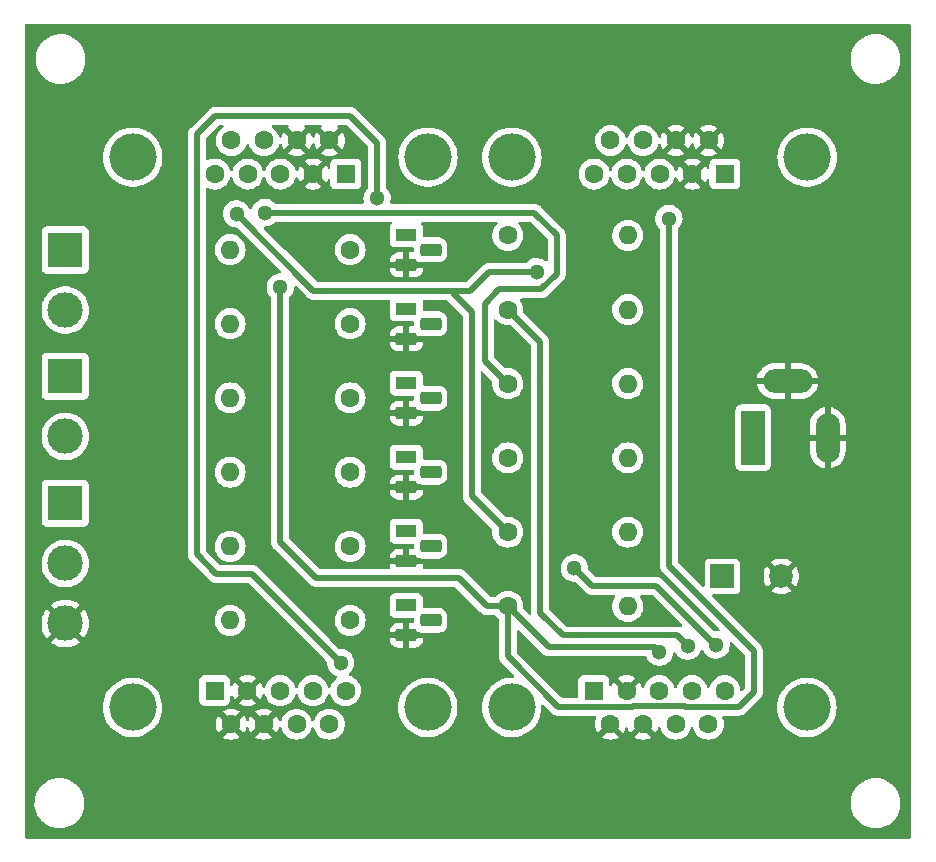
<source format=gbr>
%TF.GenerationSoftware,KiCad,Pcbnew,(6.0.4)*%
%TF.CreationDate,2024-03-21T15:28:48+01:00*%
%TF.ProjectId,Big7segDisplayDrv,42696737-7365-4674-9469-73706c617944,rev?*%
%TF.SameCoordinates,Original*%
%TF.FileFunction,Copper,L1,Top*%
%TF.FilePolarity,Positive*%
%FSLAX46Y46*%
G04 Gerber Fmt 4.6, Leading zero omitted, Abs format (unit mm)*
G04 Created by KiCad (PCBNEW (6.0.4)) date 2024-03-21 15:28:48*
%MOMM*%
%LPD*%
G01*
G04 APERTURE LIST*
G04 Aperture macros list*
%AMRoundRect*
0 Rectangle with rounded corners*
0 $1 Rounding radius*
0 $2 $3 $4 $5 $6 $7 $8 $9 X,Y pos of 4 corners*
0 Add a 4 corners polygon primitive as box body*
4,1,4,$2,$3,$4,$5,$6,$7,$8,$9,$2,$3,0*
0 Add four circle primitives for the rounded corners*
1,1,$1+$1,$2,$3*
1,1,$1+$1,$4,$5*
1,1,$1+$1,$6,$7*
1,1,$1+$1,$8,$9*
0 Add four rect primitives between the rounded corners*
20,1,$1+$1,$2,$3,$4,$5,0*
20,1,$1+$1,$4,$5,$6,$7,0*
20,1,$1+$1,$6,$7,$8,$9,0*
20,1,$1+$1,$8,$9,$2,$3,0*%
G04 Aperture macros list end*
%TA.AperFunction,ComponentPad*%
%ADD10C,4.000000*%
%TD*%
%TA.AperFunction,ComponentPad*%
%ADD11R,1.600000X1.600000*%
%TD*%
%TA.AperFunction,ComponentPad*%
%ADD12C,1.600000*%
%TD*%
%TA.AperFunction,ComponentPad*%
%ADD13R,1.800000X1.100000*%
%TD*%
%TA.AperFunction,ComponentPad*%
%ADD14RoundRect,0.275000X-0.625000X0.275000X-0.625000X-0.275000X0.625000X-0.275000X0.625000X0.275000X0*%
%TD*%
%TA.AperFunction,ComponentPad*%
%ADD15R,2.000000X4.600000*%
%TD*%
%TA.AperFunction,ComponentPad*%
%ADD16O,2.000000X4.200000*%
%TD*%
%TA.AperFunction,ComponentPad*%
%ADD17O,4.200000X2.000000*%
%TD*%
%TA.AperFunction,ComponentPad*%
%ADD18R,2.000000X2.000000*%
%TD*%
%TA.AperFunction,ComponentPad*%
%ADD19C,2.000000*%
%TD*%
%TA.AperFunction,ComponentPad*%
%ADD20O,1.600000X1.600000*%
%TD*%
%TA.AperFunction,ComponentPad*%
%ADD21R,3.000000X3.000000*%
%TD*%
%TA.AperFunction,ComponentPad*%
%ADD22C,3.000000*%
%TD*%
%TA.AperFunction,ViaPad*%
%ADD23C,1.300000*%
%TD*%
%TA.AperFunction,Conductor*%
%ADD24C,0.500000*%
%TD*%
%TA.AperFunction,Conductor*%
%ADD25C,0.250000*%
%TD*%
G04 APERTURE END LIST*
D10*
%TO.P,J6,0,PAD*%
%TO.N,Net-(J4-Pad0)*%
X107010000Y-77110331D03*
X132010000Y-77110331D03*
D11*
%TO.P,J6,1,1*%
%TO.N,VCC*%
X125050000Y-78530331D03*
D12*
%TO.P,J6,2,2*%
%TO.N,GNDREF*%
X122280000Y-78530331D03*
%TO.P,J6,3,3*%
%TO.N,/sStrobe*%
X119510000Y-78530331D03*
%TO.P,J6,4,4*%
%TO.N,/ssd3*%
X116740000Y-78530331D03*
%TO.P,J6,5,5*%
%TO.N,/sClk*%
X113970000Y-78530331D03*
%TO.P,J6,6,6*%
%TO.N,GNDREF*%
X123665000Y-75690331D03*
%TO.P,J6,7,7*%
X120895000Y-75690331D03*
%TO.P,J6,8,8*%
%TO.N,VCC*%
X118125000Y-75690331D03*
%TO.P,J6,9,9*%
X115355000Y-75690331D03*
%TD*%
D13*
%TO.P,Q1,1,C*%
%TO.N,/ssd1*%
X130180000Y-83682000D03*
D14*
%TO.P,Q1,2,B*%
%TO.N,Net-(Q1-Pad2)*%
X132250000Y-84952000D03*
%TO.P,Q1,3,E*%
%TO.N,GNDREF*%
X130180000Y-86222000D03*
%TD*%
D10*
%TO.P,J7,0,PAD*%
%TO.N,Net-(J4-Pad0)*%
X164110000Y-77110331D03*
X139110000Y-77110331D03*
D11*
%TO.P,J7,1,1*%
%TO.N,VCC*%
X157150000Y-78530331D03*
D12*
%TO.P,J7,2,2*%
%TO.N,GNDREF*%
X154380000Y-78530331D03*
%TO.P,J7,3,3*%
%TO.N,/sStrobe*%
X151610000Y-78530331D03*
%TO.P,J7,4,4*%
%TO.N,/ssd4*%
X148840000Y-78530331D03*
%TO.P,J7,5,5*%
%TO.N,/sClk*%
X146070000Y-78530331D03*
%TO.P,J7,6,6*%
%TO.N,GNDREF*%
X155765000Y-75690331D03*
%TO.P,J7,7,7*%
X152995000Y-75690331D03*
%TO.P,J7,8,8*%
%TO.N,VCC*%
X150225000Y-75690331D03*
%TO.P,J7,9,9*%
X147455000Y-75690331D03*
%TD*%
D15*
%TO.P,J10,1*%
%TO.N,VCC*%
X159550000Y-100850000D03*
D16*
%TO.P,J10,2*%
%TO.N,GNDREF*%
X165850000Y-100850000D03*
D17*
%TO.P,J10,3*%
X162450000Y-96050000D03*
%TD*%
D13*
%TO.P,Q5,1,C*%
%TO.N,/sClk*%
X130180000Y-108778000D03*
D14*
%TO.P,Q5,2,B*%
%TO.N,Net-(Q5-Pad2)*%
X132250000Y-110048000D03*
%TO.P,Q5,3,E*%
%TO.N,GNDREF*%
X130180000Y-111318000D03*
%TD*%
D18*
%TO.P,C1,1*%
%TO.N,VCC*%
X156932323Y-112600000D03*
D19*
%TO.P,C1,2*%
%TO.N,GNDREF*%
X161932323Y-112600000D03*
%TD*%
D12*
%TO.P,R3,1*%
%TO.N,/ssd3*%
X138760000Y-96286000D03*
D20*
%TO.P,R3,2*%
%TO.N,VCC*%
X148920000Y-96286000D03*
%TD*%
D21*
%TO.P,J2,1,Pin_1*%
%TO.N,/serData3*%
X101300000Y-95660000D03*
D22*
%TO.P,J2,2,Pin_2*%
%TO.N,/serData4*%
X101300000Y-100740000D03*
%TD*%
D13*
%TO.P,Q2,1,C*%
%TO.N,/ssd2*%
X130180000Y-89956000D03*
D14*
%TO.P,Q2,2,B*%
%TO.N,Net-(Q2-Pad2)*%
X132250000Y-91226000D03*
%TO.P,Q2,3,E*%
%TO.N,GNDREF*%
X130180000Y-92496000D03*
%TD*%
D13*
%TO.P,Q4,1,C*%
%TO.N,/ssd4*%
X130180000Y-102504000D03*
D14*
%TO.P,Q4,2,B*%
%TO.N,Net-(Q4-Pad2)*%
X132250000Y-103774000D03*
%TO.P,Q4,3,E*%
%TO.N,GNDREF*%
X130180000Y-105044000D03*
%TD*%
D12*
%TO.P,R9,1*%
%TO.N,Net-(Q3-Pad2)*%
X125420000Y-97486000D03*
D20*
%TO.P,R9,2*%
%TO.N,/serData3*%
X115260000Y-97486000D03*
%TD*%
D12*
%TO.P,R1,1*%
%TO.N,/ssd1*%
X138760000Y-83726000D03*
D20*
%TO.P,R1,2*%
%TO.N,VCC*%
X148920000Y-83726000D03*
%TD*%
D12*
%TO.P,R2,1*%
%TO.N,/ssd2*%
X138760000Y-90006000D03*
D20*
%TO.P,R2,2*%
%TO.N,VCC*%
X148920000Y-90006000D03*
%TD*%
D10*
%TO.P,J4,0,PAD*%
%TO.N,Net-(J4-Pad0)*%
X131990000Y-123689669D03*
X106990000Y-123689669D03*
D11*
%TO.P,J4,1,1*%
%TO.N,VCC*%
X113950000Y-122269669D03*
D12*
%TO.P,J4,2,2*%
%TO.N,GNDREF*%
X116720000Y-122269669D03*
%TO.P,J4,3,3*%
%TO.N,/sStrobe*%
X119490000Y-122269669D03*
%TO.P,J4,4,4*%
%TO.N,/ssd1*%
X122260000Y-122269669D03*
%TO.P,J4,5,5*%
%TO.N,/sClk*%
X125030000Y-122269669D03*
%TO.P,J4,6,6*%
%TO.N,GNDREF*%
X115335000Y-125109669D03*
%TO.P,J4,7,7*%
X118105000Y-125109669D03*
%TO.P,J4,8,8*%
%TO.N,VCC*%
X120875000Y-125109669D03*
%TO.P,J4,9,9*%
X123645000Y-125109669D03*
%TD*%
%TO.P,R8,1*%
%TO.N,Net-(Q2-Pad2)*%
X125420000Y-91206000D03*
D20*
%TO.P,R8,2*%
%TO.N,/serData2*%
X115260000Y-91206000D03*
%TD*%
D12*
%TO.P,R4,1*%
%TO.N,/ssd4*%
X138760000Y-102566000D03*
D20*
%TO.P,R4,2*%
%TO.N,VCC*%
X148920000Y-102566000D03*
%TD*%
D13*
%TO.P,Q6,1,C*%
%TO.N,/sStrobe*%
X130180000Y-115052000D03*
D14*
%TO.P,Q6,2,B*%
%TO.N,Net-(Q6-Pad2)*%
X132250000Y-116322000D03*
%TO.P,Q6,3,E*%
%TO.N,GNDREF*%
X130180000Y-117592000D03*
%TD*%
D12*
%TO.P,R10,1*%
%TO.N,Net-(Q4-Pad2)*%
X125420000Y-103766000D03*
D20*
%TO.P,R10,2*%
%TO.N,/serData4*%
X115260000Y-103766000D03*
%TD*%
D12*
%TO.P,R12,1*%
%TO.N,Net-(Q6-Pad2)*%
X125420000Y-116326000D03*
D20*
%TO.P,R12,2*%
%TO.N,/Strobe*%
X115260000Y-116326000D03*
%TD*%
D12*
%TO.P,R7,1*%
%TO.N,Net-(Q1-Pad2)*%
X125420000Y-84926000D03*
D20*
%TO.P,R7,2*%
%TO.N,/serData1*%
X115260000Y-84926000D03*
%TD*%
D10*
%TO.P,J5,0,PAD*%
%TO.N,Net-(J4-Pad0)*%
X164090000Y-123689669D03*
X139090000Y-123689669D03*
D11*
%TO.P,J5,1,1*%
%TO.N,VCC*%
X146050000Y-122269669D03*
D12*
%TO.P,J5,2,2*%
%TO.N,GNDREF*%
X148820000Y-122269669D03*
%TO.P,J5,3,3*%
%TO.N,/sStrobe*%
X151590000Y-122269669D03*
%TO.P,J5,4,4*%
%TO.N,/ssd2*%
X154360000Y-122269669D03*
%TO.P,J5,5,5*%
%TO.N,/sClk*%
X157130000Y-122269669D03*
%TO.P,J5,6,6*%
%TO.N,GNDREF*%
X147435000Y-125109669D03*
%TO.P,J5,7,7*%
X150205000Y-125109669D03*
%TO.P,J5,8,8*%
%TO.N,VCC*%
X152975000Y-125109669D03*
%TO.P,J5,9,9*%
X155745000Y-125109669D03*
%TD*%
%TO.P,R6,1*%
%TO.N,/sStrobe*%
X138760000Y-115126000D03*
D20*
%TO.P,R6,2*%
%TO.N,VCC*%
X148920000Y-115126000D03*
%TD*%
D12*
%TO.P,R5,1*%
%TO.N,/sClk*%
X138760000Y-108846000D03*
D20*
%TO.P,R5,2*%
%TO.N,VCC*%
X148920000Y-108846000D03*
%TD*%
D12*
%TO.P,R11,1*%
%TO.N,Net-(Q5-Pad2)*%
X125420000Y-110046000D03*
D20*
%TO.P,R11,2*%
%TO.N,/Clk*%
X115260000Y-110046000D03*
%TD*%
D13*
%TO.P,Q3,1,C*%
%TO.N,/ssd3*%
X130180000Y-96230000D03*
D14*
%TO.P,Q3,2,B*%
%TO.N,Net-(Q3-Pad2)*%
X132250000Y-97500000D03*
%TO.P,Q3,3,E*%
%TO.N,GNDREF*%
X130180000Y-98770000D03*
%TD*%
D21*
%TO.P,J1,1,Pin_1*%
%TO.N,/serData1*%
X101300000Y-84960000D03*
D22*
%TO.P,J1,2,Pin_2*%
%TO.N,/serData2*%
X101300000Y-90040000D03*
%TD*%
D21*
%TO.P,J3,1,Pin_1*%
%TO.N,/Clk*%
X101300000Y-106420000D03*
D22*
%TO.P,J3,2,Pin_2*%
%TO.N,/Strobe*%
X101300000Y-111500000D03*
%TO.P,J3,3,Pin_3*%
%TO.N,GNDREF*%
X101300000Y-116580000D03*
%TD*%
D23*
%TO.N,GNDREF*%
X162400000Y-87800000D03*
X122280000Y-100720000D03*
%TO.N,/sStrobe*%
X151600000Y-119000000D03*
X152400000Y-82300000D03*
X119500000Y-88100000D03*
%TO.N,/ssd1*%
X124600000Y-119900000D03*
X127700000Y-80600000D03*
%TO.N,/sClk*%
X156400000Y-118400000D03*
X141200000Y-86800000D03*
X144400000Y-111900000D03*
X115800000Y-81900000D03*
%TO.N,/ssd2*%
X154000000Y-118500000D03*
%TO.N,/ssd3*%
X118200000Y-81800000D03*
%TD*%
D24*
%TO.N,VCC*%
X159150000Y-98950000D02*
X159150000Y-100350000D01*
D25*
%TO.N,/serData1*%
X115226000Y-84960000D02*
X115260000Y-84926000D01*
D24*
%TO.N,/sStrobe*%
X138760000Y-115126000D02*
X137026000Y-115126000D01*
X142234000Y-118600000D02*
X138760000Y-115126000D01*
X149378987Y-123619180D02*
X149398167Y-123600000D01*
X153781833Y-123600000D02*
X153801013Y-123619180D01*
X122500000Y-112700000D02*
X119500000Y-109700000D01*
X124000000Y-112700000D02*
X122500000Y-112700000D01*
X153801013Y-123619180D02*
X158380820Y-123619180D01*
X151200000Y-118600000D02*
X142234000Y-118600000D01*
X119500000Y-109700000D02*
X119500000Y-88100000D01*
X138760000Y-115126000D02*
X138760000Y-119360000D01*
X134600000Y-112700000D02*
X124000000Y-112700000D01*
X135300000Y-113400000D02*
X134600000Y-112700000D01*
X138760000Y-119360000D02*
X143019180Y-123619180D01*
X159600000Y-118900000D02*
X152400000Y-111700000D01*
X143019180Y-123619180D02*
X149378987Y-123619180D01*
X138660000Y-115026000D02*
X138760000Y-115126000D01*
X137026000Y-115126000D02*
X135300000Y-113400000D01*
X158380820Y-123619180D02*
X159600000Y-122400000D01*
X159600000Y-122400000D02*
X159600000Y-118900000D01*
X152400000Y-111700000D02*
X152400000Y-82300000D01*
X151600000Y-119000000D02*
X151200000Y-118600000D01*
X149398167Y-123600000D02*
X153781833Y-123600000D01*
%TO.N,/ssd1*%
X112420489Y-110720489D02*
X112420489Y-75179511D01*
X138690000Y-83656000D02*
X138760000Y-83726000D01*
X125400000Y-73600000D02*
X127700000Y-75900000D01*
X114000000Y-73600000D02*
X125400000Y-73600000D01*
X112420489Y-75179511D02*
X114000000Y-73600000D01*
X117100000Y-112400000D02*
X114100000Y-112400000D01*
X114100000Y-112400000D02*
X112420489Y-110720489D01*
X127700000Y-75900000D02*
X127700000Y-80600000D01*
X124600000Y-119900000D02*
X117100000Y-112400000D01*
%TO.N,/sClk*%
X134100000Y-88600000D02*
X135700000Y-90200000D01*
X156400000Y-118400000D02*
X156301391Y-118400000D01*
X135700000Y-90200000D02*
X135700000Y-105786000D01*
X115800000Y-81900000D02*
X122300000Y-88400000D01*
X145900000Y-113400000D02*
X144400000Y-111900000D01*
X156301391Y-118400000D02*
X151301391Y-113400000D01*
X151301391Y-113400000D02*
X145900000Y-113400000D01*
X137200000Y-86800000D02*
X141200000Y-86800000D01*
X135700000Y-105786000D02*
X138760000Y-108846000D01*
X135600000Y-88400000D02*
X137200000Y-86800000D01*
X122300000Y-88400000D02*
X135600000Y-88400000D01*
%TO.N,/ssd2*%
X154000000Y-118500000D02*
X153100000Y-117600000D01*
X141500000Y-115700000D02*
X141500000Y-92746000D01*
X153100000Y-117600000D02*
X143400000Y-117600000D01*
X138684000Y-89930000D02*
X138760000Y-90006000D01*
X141500000Y-92746000D02*
X138760000Y-90006000D01*
X143400000Y-117600000D02*
X141500000Y-115700000D01*
%TO.N,/ssd3*%
X138000000Y-88300000D02*
X136800000Y-89500000D01*
X118200000Y-81800000D02*
X141000000Y-81800000D01*
X142900000Y-83700000D02*
X142900000Y-87000000D01*
X141600000Y-88300000D02*
X138000000Y-88300000D01*
X136800000Y-94326000D02*
X138760000Y-96286000D01*
X141000000Y-81800000D02*
X142900000Y-83700000D01*
X136800000Y-89500000D02*
X136800000Y-94326000D01*
X142900000Y-87000000D02*
X141600000Y-88300000D01*
%TO.N,/ssd4*%
X138672000Y-102478000D02*
X138760000Y-102566000D01*
%TO.N,Net-(Q2-Pad2)*%
X131934000Y-91206000D02*
X131940000Y-91200000D01*
%TO.N,Net-(Q3-Pad2)*%
X131928000Y-97486000D02*
X131940000Y-97474000D01*
%TO.N,Net-(Q4-Pad2)*%
X131922000Y-103766000D02*
X131940000Y-103748000D01*
%TO.N,Net-(Q5-Pad2)*%
X131916000Y-110046000D02*
X131940000Y-110022000D01*
%TO.N,Net-(Q6-Pad2)*%
X131910000Y-116326000D02*
X131940000Y-116296000D01*
%TD*%
%TA.AperFunction,Conductor*%
%TO.N,GNDREF*%
G36*
X172833621Y-65828502D02*
G01*
X172880114Y-65882158D01*
X172891500Y-65934500D01*
X172891500Y-134665500D01*
X172871498Y-134733621D01*
X172817842Y-134780114D01*
X172765500Y-134791500D01*
X98034500Y-134791500D01*
X97966379Y-134771498D01*
X97919886Y-134717842D01*
X97908500Y-134665500D01*
X97908500Y-131932703D01*
X98690743Y-131932703D01*
X98728268Y-132217734D01*
X98804129Y-132495036D01*
X98916923Y-132759476D01*
X99064561Y-133006161D01*
X99244313Y-133230528D01*
X99452851Y-133428423D01*
X99686317Y-133596186D01*
X99690112Y-133598195D01*
X99690113Y-133598196D01*
X99711869Y-133609715D01*
X99940392Y-133730712D01*
X100210373Y-133829511D01*
X100491264Y-133890755D01*
X100519841Y-133893004D01*
X100714282Y-133908307D01*
X100714291Y-133908307D01*
X100716739Y-133908500D01*
X100872271Y-133908500D01*
X100874407Y-133908354D01*
X100874418Y-133908354D01*
X101082548Y-133894165D01*
X101082554Y-133894164D01*
X101086825Y-133893873D01*
X101091020Y-133893004D01*
X101091022Y-133893004D01*
X101227584Y-133864723D01*
X101368342Y-133835574D01*
X101639343Y-133739607D01*
X101894812Y-133607750D01*
X101898313Y-133605289D01*
X101898317Y-133605287D01*
X102012417Y-133525096D01*
X102130023Y-133442441D01*
X102340622Y-133246740D01*
X102522713Y-133024268D01*
X102672927Y-132779142D01*
X102788483Y-132515898D01*
X102867244Y-132239406D01*
X102907751Y-131954784D01*
X102907845Y-131936951D01*
X102907867Y-131932703D01*
X167790743Y-131932703D01*
X167828268Y-132217734D01*
X167904129Y-132495036D01*
X168016923Y-132759476D01*
X168164561Y-133006161D01*
X168344313Y-133230528D01*
X168552851Y-133428423D01*
X168786317Y-133596186D01*
X168790112Y-133598195D01*
X168790113Y-133598196D01*
X168811869Y-133609715D01*
X169040392Y-133730712D01*
X169310373Y-133829511D01*
X169591264Y-133890755D01*
X169619841Y-133893004D01*
X169814282Y-133908307D01*
X169814291Y-133908307D01*
X169816739Y-133908500D01*
X169972271Y-133908500D01*
X169974407Y-133908354D01*
X169974418Y-133908354D01*
X170182548Y-133894165D01*
X170182554Y-133894164D01*
X170186825Y-133893873D01*
X170191020Y-133893004D01*
X170191022Y-133893004D01*
X170327584Y-133864723D01*
X170468342Y-133835574D01*
X170739343Y-133739607D01*
X170994812Y-133607750D01*
X170998313Y-133605289D01*
X170998317Y-133605287D01*
X171112417Y-133525096D01*
X171230023Y-133442441D01*
X171440622Y-133246740D01*
X171622713Y-133024268D01*
X171772927Y-132779142D01*
X171888483Y-132515898D01*
X171967244Y-132239406D01*
X172007751Y-131954784D01*
X172007845Y-131936951D01*
X172009235Y-131671583D01*
X172009235Y-131671576D01*
X172009257Y-131667297D01*
X171971732Y-131382266D01*
X171895871Y-131104964D01*
X171783077Y-130840524D01*
X171635439Y-130593839D01*
X171455687Y-130369472D01*
X171247149Y-130171577D01*
X171013683Y-130003814D01*
X170991843Y-129992250D01*
X170968654Y-129979972D01*
X170759608Y-129869288D01*
X170489627Y-129770489D01*
X170208736Y-129709245D01*
X170177685Y-129706801D01*
X169985718Y-129691693D01*
X169985709Y-129691693D01*
X169983261Y-129691500D01*
X169827729Y-129691500D01*
X169825593Y-129691646D01*
X169825582Y-129691646D01*
X169617452Y-129705835D01*
X169617446Y-129705836D01*
X169613175Y-129706127D01*
X169608980Y-129706996D01*
X169608978Y-129706996D01*
X169472417Y-129735276D01*
X169331658Y-129764426D01*
X169060657Y-129860393D01*
X168805188Y-129992250D01*
X168801687Y-129994711D01*
X168801683Y-129994713D01*
X168791594Y-130001804D01*
X168569977Y-130157559D01*
X168359378Y-130353260D01*
X168177287Y-130575732D01*
X168027073Y-130820858D01*
X167911517Y-131084102D01*
X167832756Y-131360594D01*
X167792249Y-131645216D01*
X167792227Y-131649505D01*
X167792226Y-131649512D01*
X167790765Y-131928417D01*
X167790743Y-131932703D01*
X102907867Y-131932703D01*
X102909235Y-131671583D01*
X102909235Y-131671576D01*
X102909257Y-131667297D01*
X102871732Y-131382266D01*
X102795871Y-131104964D01*
X102683077Y-130840524D01*
X102535439Y-130593839D01*
X102355687Y-130369472D01*
X102147149Y-130171577D01*
X101913683Y-130003814D01*
X101891843Y-129992250D01*
X101868654Y-129979972D01*
X101659608Y-129869288D01*
X101389627Y-129770489D01*
X101108736Y-129709245D01*
X101077685Y-129706801D01*
X100885718Y-129691693D01*
X100885709Y-129691693D01*
X100883261Y-129691500D01*
X100727729Y-129691500D01*
X100725593Y-129691646D01*
X100725582Y-129691646D01*
X100517452Y-129705835D01*
X100517446Y-129705836D01*
X100513175Y-129706127D01*
X100508980Y-129706996D01*
X100508978Y-129706996D01*
X100372417Y-129735276D01*
X100231658Y-129764426D01*
X99960657Y-129860393D01*
X99705188Y-129992250D01*
X99701687Y-129994711D01*
X99701683Y-129994713D01*
X99691594Y-130001804D01*
X99469977Y-130157559D01*
X99259378Y-130353260D01*
X99077287Y-130575732D01*
X98927073Y-130820858D01*
X98811517Y-131084102D01*
X98732756Y-131360594D01*
X98692249Y-131645216D01*
X98692227Y-131649505D01*
X98692226Y-131649512D01*
X98690765Y-131928417D01*
X98690743Y-131932703D01*
X97908500Y-131932703D01*
X97908500Y-123689669D01*
X104476540Y-123689669D01*
X104496359Y-124004689D01*
X104555505Y-124314741D01*
X104582109Y-124396621D01*
X104622722Y-124521612D01*
X104653044Y-124614935D01*
X104654731Y-124618521D01*
X104654733Y-124618525D01*
X104785750Y-124896952D01*
X104785754Y-124896959D01*
X104787438Y-124900538D01*
X104956568Y-125167044D01*
X104959093Y-125170096D01*
X105122346Y-125367434D01*
X105157767Y-125410251D01*
X105387860Y-125626323D01*
X105643221Y-125811853D01*
X105646690Y-125813760D01*
X105646693Y-125813762D01*
X105908816Y-125957866D01*
X105919821Y-125963916D01*
X105923490Y-125965369D01*
X105923495Y-125965371D01*
X106209628Y-126078659D01*
X106213298Y-126080112D01*
X106519025Y-126158609D01*
X106832179Y-126198169D01*
X107147821Y-126198169D01*
X107167120Y-126195731D01*
X114613493Y-126195731D01*
X114622789Y-126207746D01*
X114673994Y-126243600D01*
X114683489Y-126249083D01*
X114880947Y-126341159D01*
X114891239Y-126344905D01*
X115101688Y-126401294D01*
X115112481Y-126403197D01*
X115329525Y-126422186D01*
X115340475Y-126422186D01*
X115557519Y-126403197D01*
X115568312Y-126401294D01*
X115778761Y-126344905D01*
X115789053Y-126341159D01*
X115986511Y-126249083D01*
X115996006Y-126243600D01*
X116048048Y-126207160D01*
X116056424Y-126196681D01*
X116055925Y-126195731D01*
X117383493Y-126195731D01*
X117392789Y-126207746D01*
X117443994Y-126243600D01*
X117453489Y-126249083D01*
X117650947Y-126341159D01*
X117661239Y-126344905D01*
X117871688Y-126401294D01*
X117882481Y-126403197D01*
X118099525Y-126422186D01*
X118110475Y-126422186D01*
X118327519Y-126403197D01*
X118338312Y-126401294D01*
X118548761Y-126344905D01*
X118559053Y-126341159D01*
X118756511Y-126249083D01*
X118766006Y-126243600D01*
X118818048Y-126207160D01*
X118826424Y-126196681D01*
X118819356Y-126183235D01*
X118117812Y-125481691D01*
X118103868Y-125474077D01*
X118102035Y-125474208D01*
X118095420Y-125478459D01*
X117389923Y-126183956D01*
X117383493Y-126195731D01*
X116055925Y-126195731D01*
X116049356Y-126183235D01*
X115347812Y-125481691D01*
X115333868Y-125474077D01*
X115332035Y-125474208D01*
X115325420Y-125478459D01*
X114619923Y-126183956D01*
X114613493Y-126195731D01*
X107167120Y-126195731D01*
X107460975Y-126158609D01*
X107766702Y-126080112D01*
X107770372Y-126078659D01*
X108056505Y-125965371D01*
X108056510Y-125965369D01*
X108060179Y-125963916D01*
X108071184Y-125957866D01*
X108333307Y-125813762D01*
X108333310Y-125813760D01*
X108336779Y-125811853D01*
X108592140Y-125626323D01*
X108822233Y-125410251D01*
X108857655Y-125367434D01*
X109020907Y-125170096D01*
X109023432Y-125167044D01*
X109056369Y-125115144D01*
X114022483Y-125115144D01*
X114041472Y-125332188D01*
X114043375Y-125342981D01*
X114099764Y-125553430D01*
X114103510Y-125563722D01*
X114195586Y-125761180D01*
X114201069Y-125770675D01*
X114237509Y-125822717D01*
X114247988Y-125831093D01*
X114261434Y-125824025D01*
X114962978Y-125122481D01*
X114969356Y-125110801D01*
X115699408Y-125110801D01*
X115699539Y-125112634D01*
X115703790Y-125119249D01*
X116409287Y-125824746D01*
X116421062Y-125831176D01*
X116433077Y-125821880D01*
X116468931Y-125770675D01*
X116474414Y-125761180D01*
X116566490Y-125563722D01*
X116570236Y-125553430D01*
X116598293Y-125448719D01*
X116635245Y-125388096D01*
X116699105Y-125357075D01*
X116769600Y-125365503D01*
X116824347Y-125410706D01*
X116841707Y-125448719D01*
X116869764Y-125553430D01*
X116873510Y-125563722D01*
X116965586Y-125761180D01*
X116971069Y-125770675D01*
X117007509Y-125822717D01*
X117017988Y-125831093D01*
X117031434Y-125824025D01*
X117732978Y-125122481D01*
X117739356Y-125110801D01*
X118469408Y-125110801D01*
X118469539Y-125112634D01*
X118473790Y-125119249D01*
X119179287Y-125824746D01*
X119191062Y-125831176D01*
X119203077Y-125821880D01*
X119238931Y-125770675D01*
X119244414Y-125761180D01*
X119336490Y-125563722D01*
X119340236Y-125553430D01*
X119368034Y-125449684D01*
X119404985Y-125389061D01*
X119468846Y-125358040D01*
X119539340Y-125366468D01*
X119594088Y-125411671D01*
X119611448Y-125449683D01*
X119640716Y-125558912D01*
X119643039Y-125563893D01*
X119643039Y-125563894D01*
X119735151Y-125761431D01*
X119735154Y-125761436D01*
X119737477Y-125766418D01*
X119868802Y-125953969D01*
X120030700Y-126115867D01*
X120035208Y-126119024D01*
X120035211Y-126119026D01*
X120113389Y-126173767D01*
X120218251Y-126247192D01*
X120223233Y-126249515D01*
X120223238Y-126249518D01*
X120419765Y-126341159D01*
X120425757Y-126343953D01*
X120431065Y-126345375D01*
X120431067Y-126345376D01*
X120641598Y-126401788D01*
X120641600Y-126401788D01*
X120646913Y-126403212D01*
X120875000Y-126423167D01*
X121103087Y-126403212D01*
X121108400Y-126401788D01*
X121108402Y-126401788D01*
X121318933Y-126345376D01*
X121318935Y-126345375D01*
X121324243Y-126343953D01*
X121330235Y-126341159D01*
X121526762Y-126249518D01*
X121526767Y-126249515D01*
X121531749Y-126247192D01*
X121636611Y-126173767D01*
X121714789Y-126119026D01*
X121714792Y-126119024D01*
X121719300Y-126115867D01*
X121881198Y-125953969D01*
X122012523Y-125766418D01*
X122014846Y-125761436D01*
X122014849Y-125761431D01*
X122106961Y-125563894D01*
X122106961Y-125563893D01*
X122109284Y-125558912D01*
X122129976Y-125481691D01*
X122138293Y-125450650D01*
X122175245Y-125390027D01*
X122239106Y-125359006D01*
X122309600Y-125367434D01*
X122364347Y-125412637D01*
X122381707Y-125450650D01*
X122390025Y-125481691D01*
X122410716Y-125558912D01*
X122413039Y-125563893D01*
X122413039Y-125563894D01*
X122505151Y-125761431D01*
X122505154Y-125761436D01*
X122507477Y-125766418D01*
X122638802Y-125953969D01*
X122800700Y-126115867D01*
X122805208Y-126119024D01*
X122805211Y-126119026D01*
X122883389Y-126173767D01*
X122988251Y-126247192D01*
X122993233Y-126249515D01*
X122993238Y-126249518D01*
X123189765Y-126341159D01*
X123195757Y-126343953D01*
X123201065Y-126345375D01*
X123201067Y-126345376D01*
X123411598Y-126401788D01*
X123411600Y-126401788D01*
X123416913Y-126403212D01*
X123645000Y-126423167D01*
X123873087Y-126403212D01*
X123878400Y-126401788D01*
X123878402Y-126401788D01*
X124088933Y-126345376D01*
X124088935Y-126345375D01*
X124094243Y-126343953D01*
X124100235Y-126341159D01*
X124296762Y-126249518D01*
X124296767Y-126249515D01*
X124301749Y-126247192D01*
X124406611Y-126173767D01*
X124484789Y-126119026D01*
X124484792Y-126119024D01*
X124489300Y-126115867D01*
X124651198Y-125953969D01*
X124782523Y-125766418D01*
X124784846Y-125761436D01*
X124784849Y-125761431D01*
X124876961Y-125563894D01*
X124876961Y-125563893D01*
X124879284Y-125558912D01*
X124899976Y-125481691D01*
X124937119Y-125343071D01*
X124937119Y-125343069D01*
X124938543Y-125337756D01*
X124958498Y-125109669D01*
X124938543Y-124881582D01*
X124937119Y-124876267D01*
X124880707Y-124665736D01*
X124880706Y-124665733D01*
X124879284Y-124660426D01*
X124876959Y-124655439D01*
X124784849Y-124457907D01*
X124784846Y-124457902D01*
X124782523Y-124452920D01*
X124685769Y-124314741D01*
X124654357Y-124269880D01*
X124654355Y-124269877D01*
X124651198Y-124265369D01*
X124489300Y-124103471D01*
X124484792Y-124100314D01*
X124484789Y-124100312D01*
X124358920Y-124012178D01*
X124301749Y-123972146D01*
X124296767Y-123969823D01*
X124296762Y-123969820D01*
X124099225Y-123877708D01*
X124099224Y-123877708D01*
X124094243Y-123875385D01*
X124088935Y-123873963D01*
X124088933Y-123873962D01*
X123878402Y-123817550D01*
X123878400Y-123817550D01*
X123873087Y-123816126D01*
X123645000Y-123796171D01*
X123416913Y-123816126D01*
X123411600Y-123817550D01*
X123411598Y-123817550D01*
X123201067Y-123873962D01*
X123201065Y-123873963D01*
X123195757Y-123875385D01*
X123190776Y-123877708D01*
X123190775Y-123877708D01*
X122993238Y-123969820D01*
X122993233Y-123969823D01*
X122988251Y-123972146D01*
X122931080Y-124012178D01*
X122805211Y-124100312D01*
X122805208Y-124100314D01*
X122800700Y-124103471D01*
X122638802Y-124265369D01*
X122635645Y-124269877D01*
X122635643Y-124269880D01*
X122604231Y-124314741D01*
X122507477Y-124452920D01*
X122505154Y-124457902D01*
X122505151Y-124457907D01*
X122413041Y-124655439D01*
X122410716Y-124660426D01*
X122409294Y-124665733D01*
X122409293Y-124665736D01*
X122381707Y-124768688D01*
X122344755Y-124829311D01*
X122280894Y-124860332D01*
X122210400Y-124851904D01*
X122155653Y-124806701D01*
X122138293Y-124768688D01*
X122110707Y-124665736D01*
X122110706Y-124665733D01*
X122109284Y-124660426D01*
X122106959Y-124655439D01*
X122014849Y-124457907D01*
X122014846Y-124457902D01*
X122012523Y-124452920D01*
X121915769Y-124314741D01*
X121884357Y-124269880D01*
X121884355Y-124269877D01*
X121881198Y-124265369D01*
X121719300Y-124103471D01*
X121714792Y-124100314D01*
X121714789Y-124100312D01*
X121588920Y-124012178D01*
X121531749Y-123972146D01*
X121526767Y-123969823D01*
X121526762Y-123969820D01*
X121329225Y-123877708D01*
X121329224Y-123877708D01*
X121324243Y-123875385D01*
X121318935Y-123873963D01*
X121318933Y-123873962D01*
X121108402Y-123817550D01*
X121108400Y-123817550D01*
X121103087Y-123816126D01*
X120875000Y-123796171D01*
X120646913Y-123816126D01*
X120641600Y-123817550D01*
X120641598Y-123817550D01*
X120431067Y-123873962D01*
X120431065Y-123873963D01*
X120425757Y-123875385D01*
X120420776Y-123877708D01*
X120420775Y-123877708D01*
X120223238Y-123969820D01*
X120223233Y-123969823D01*
X120218251Y-123972146D01*
X120161080Y-124012178D01*
X120035211Y-124100312D01*
X120035208Y-124100314D01*
X120030700Y-124103471D01*
X119868802Y-124265369D01*
X119865645Y-124269877D01*
X119865643Y-124269880D01*
X119834231Y-124314741D01*
X119737477Y-124452920D01*
X119735154Y-124457902D01*
X119735151Y-124457907D01*
X119643041Y-124655439D01*
X119640716Y-124660426D01*
X119639294Y-124665733D01*
X119611448Y-124769655D01*
X119574496Y-124830277D01*
X119510635Y-124861299D01*
X119440141Y-124852870D01*
X119385394Y-124807667D01*
X119368034Y-124769654D01*
X119340236Y-124665908D01*
X119336490Y-124655616D01*
X119244414Y-124458158D01*
X119238931Y-124448663D01*
X119202491Y-124396621D01*
X119192012Y-124388245D01*
X119178566Y-124395313D01*
X118477022Y-125096857D01*
X118469408Y-125110801D01*
X117739356Y-125110801D01*
X117740592Y-125108537D01*
X117740461Y-125106704D01*
X117736210Y-125100089D01*
X117030713Y-124394592D01*
X117018938Y-124388162D01*
X117006923Y-124397458D01*
X116971069Y-124448663D01*
X116965586Y-124458158D01*
X116873510Y-124655616D01*
X116869764Y-124665908D01*
X116841707Y-124770619D01*
X116804755Y-124831242D01*
X116740895Y-124862263D01*
X116670400Y-124853835D01*
X116615653Y-124808632D01*
X116598293Y-124770619D01*
X116570236Y-124665908D01*
X116566490Y-124655616D01*
X116474414Y-124458158D01*
X116468931Y-124448663D01*
X116432491Y-124396621D01*
X116422012Y-124388245D01*
X116408566Y-124395313D01*
X115707022Y-125096857D01*
X115699408Y-125110801D01*
X114969356Y-125110801D01*
X114970592Y-125108537D01*
X114970461Y-125106704D01*
X114966210Y-125100089D01*
X114260713Y-124394592D01*
X114248938Y-124388162D01*
X114236923Y-124397458D01*
X114201069Y-124448663D01*
X114195586Y-124458158D01*
X114103510Y-124655616D01*
X114099764Y-124665908D01*
X114043375Y-124876357D01*
X114041472Y-124887150D01*
X114022483Y-125104194D01*
X114022483Y-125115144D01*
X109056369Y-125115144D01*
X109192562Y-124900538D01*
X109194246Y-124896959D01*
X109194250Y-124896952D01*
X109325267Y-124618525D01*
X109325269Y-124618521D01*
X109326956Y-124614935D01*
X109357279Y-124521612D01*
X109397891Y-124396621D01*
X109424495Y-124314741D01*
X109480213Y-124022657D01*
X114613576Y-124022657D01*
X114620644Y-124036103D01*
X115322188Y-124737647D01*
X115336132Y-124745261D01*
X115337965Y-124745130D01*
X115344580Y-124740879D01*
X116050077Y-124035382D01*
X116056507Y-124023607D01*
X116055772Y-124022657D01*
X117383576Y-124022657D01*
X117390644Y-124036103D01*
X118092188Y-124737647D01*
X118106132Y-124745261D01*
X118107965Y-124745130D01*
X118114580Y-124740879D01*
X118820077Y-124035382D01*
X118826507Y-124023607D01*
X118817211Y-124011592D01*
X118766006Y-123975738D01*
X118756511Y-123970255D01*
X118559053Y-123878179D01*
X118548761Y-123874433D01*
X118338312Y-123818044D01*
X118327519Y-123816141D01*
X118110475Y-123797152D01*
X118099525Y-123797152D01*
X117882481Y-123816141D01*
X117871688Y-123818044D01*
X117661239Y-123874433D01*
X117650947Y-123878179D01*
X117453489Y-123970255D01*
X117443994Y-123975738D01*
X117391952Y-124012178D01*
X117383576Y-124022657D01*
X116055772Y-124022657D01*
X116047211Y-124011592D01*
X115996006Y-123975738D01*
X115986511Y-123970255D01*
X115789053Y-123878179D01*
X115778761Y-123874433D01*
X115568312Y-123818044D01*
X115557519Y-123816141D01*
X115340475Y-123797152D01*
X115329525Y-123797152D01*
X115112481Y-123816141D01*
X115101688Y-123818044D01*
X114891239Y-123874433D01*
X114880947Y-123878179D01*
X114683489Y-123970255D01*
X114673994Y-123975738D01*
X114621952Y-124012178D01*
X114613576Y-124022657D01*
X109480213Y-124022657D01*
X109483641Y-124004689D01*
X109503460Y-123689669D01*
X129476540Y-123689669D01*
X129496359Y-124004689D01*
X129555505Y-124314741D01*
X129582109Y-124396621D01*
X129622722Y-124521612D01*
X129653044Y-124614935D01*
X129654731Y-124618521D01*
X129654733Y-124618525D01*
X129785750Y-124896952D01*
X129785754Y-124896959D01*
X129787438Y-124900538D01*
X129956568Y-125167044D01*
X129959093Y-125170096D01*
X130122346Y-125367434D01*
X130157767Y-125410251D01*
X130387860Y-125626323D01*
X130643221Y-125811853D01*
X130646690Y-125813760D01*
X130646693Y-125813762D01*
X130908816Y-125957866D01*
X130919821Y-125963916D01*
X130923490Y-125965369D01*
X130923495Y-125965371D01*
X131209628Y-126078659D01*
X131213298Y-126080112D01*
X131519025Y-126158609D01*
X131832179Y-126198169D01*
X132147821Y-126198169D01*
X132460975Y-126158609D01*
X132766702Y-126080112D01*
X132770372Y-126078659D01*
X133056505Y-125965371D01*
X133056510Y-125965369D01*
X133060179Y-125963916D01*
X133071184Y-125957866D01*
X133333307Y-125813762D01*
X133333310Y-125813760D01*
X133336779Y-125811853D01*
X133592140Y-125626323D01*
X133822233Y-125410251D01*
X133857655Y-125367434D01*
X134020907Y-125170096D01*
X134023432Y-125167044D01*
X134192562Y-124900538D01*
X134194246Y-124896959D01*
X134194250Y-124896952D01*
X134325267Y-124618525D01*
X134325269Y-124618521D01*
X134326956Y-124614935D01*
X134357279Y-124521612D01*
X134397891Y-124396621D01*
X134424495Y-124314741D01*
X134483641Y-124004689D01*
X134503460Y-123689669D01*
X134483641Y-123374649D01*
X134424495Y-123064597D01*
X134338939Y-122801284D01*
X134328182Y-122768176D01*
X134328182Y-122768175D01*
X134326956Y-122764403D01*
X134318091Y-122745563D01*
X134194250Y-122482386D01*
X134194246Y-122482379D01*
X134192562Y-122478800D01*
X134023432Y-122212294D01*
X133858454Y-122012870D01*
X133824758Y-121972139D01*
X133824757Y-121972138D01*
X133822233Y-121969087D01*
X133592140Y-121753015D01*
X133336779Y-121567485D01*
X133314639Y-121555313D01*
X133063648Y-121417329D01*
X133063647Y-121417328D01*
X133060179Y-121415422D01*
X133056510Y-121413969D01*
X133056505Y-121413967D01*
X132770372Y-121300679D01*
X132770371Y-121300679D01*
X132766702Y-121299226D01*
X132460975Y-121220729D01*
X132147821Y-121181169D01*
X131832179Y-121181169D01*
X131519025Y-121220729D01*
X131213298Y-121299226D01*
X131209629Y-121300679D01*
X131209628Y-121300679D01*
X130923495Y-121413967D01*
X130923490Y-121413969D01*
X130919821Y-121415422D01*
X130916353Y-121417328D01*
X130916352Y-121417329D01*
X130665362Y-121555313D01*
X130643221Y-121567485D01*
X130387860Y-121753015D01*
X130157767Y-121969087D01*
X130155243Y-121972138D01*
X130155242Y-121972139D01*
X130121546Y-122012870D01*
X129956568Y-122212294D01*
X129787438Y-122478800D01*
X129785754Y-122482379D01*
X129785750Y-122482386D01*
X129661909Y-122745563D01*
X129653044Y-122764403D01*
X129651818Y-122768175D01*
X129651818Y-122768176D01*
X129641061Y-122801284D01*
X129555505Y-123064597D01*
X129496359Y-123374649D01*
X129476540Y-123689669D01*
X109503460Y-123689669D01*
X109483641Y-123374649D01*
X109434645Y-123117803D01*
X112641500Y-123117803D01*
X112648255Y-123179985D01*
X112699385Y-123316374D01*
X112786739Y-123432930D01*
X112903295Y-123520284D01*
X113039684Y-123571414D01*
X113101866Y-123578169D01*
X114798134Y-123578169D01*
X114860316Y-123571414D01*
X114996705Y-123520284D01*
X115113261Y-123432930D01*
X115171119Y-123355731D01*
X115998493Y-123355731D01*
X116007789Y-123367746D01*
X116058994Y-123403600D01*
X116068489Y-123409083D01*
X116265947Y-123501159D01*
X116276239Y-123504905D01*
X116486688Y-123561294D01*
X116497481Y-123563197D01*
X116714525Y-123582186D01*
X116725475Y-123582186D01*
X116942519Y-123563197D01*
X116953312Y-123561294D01*
X117163761Y-123504905D01*
X117174053Y-123501159D01*
X117371511Y-123409083D01*
X117381006Y-123403600D01*
X117433048Y-123367160D01*
X117441424Y-123356681D01*
X117434356Y-123343235D01*
X116732812Y-122641691D01*
X116718868Y-122634077D01*
X116717035Y-122634208D01*
X116710420Y-122638459D01*
X116004923Y-123343956D01*
X115998493Y-123355731D01*
X115171119Y-123355731D01*
X115200615Y-123316374D01*
X115251745Y-123179985D01*
X115258500Y-123117803D01*
X115258500Y-122798813D01*
X115278502Y-122730692D01*
X115332158Y-122684199D01*
X115402432Y-122674095D01*
X115467012Y-122703589D01*
X115498695Y-122745563D01*
X115580586Y-122921180D01*
X115586069Y-122930675D01*
X115622509Y-122982717D01*
X115632988Y-122991093D01*
X115646434Y-122984025D01*
X116347978Y-122282481D01*
X116355592Y-122268537D01*
X116355461Y-122266704D01*
X116351210Y-122260089D01*
X115645713Y-121554592D01*
X115633938Y-121548162D01*
X115621923Y-121557458D01*
X115586069Y-121608663D01*
X115580586Y-121618158D01*
X115498695Y-121793775D01*
X115451778Y-121847060D01*
X115383500Y-121866521D01*
X115315541Y-121845979D01*
X115269475Y-121791956D01*
X115258500Y-121740525D01*
X115258500Y-121421535D01*
X115251745Y-121359353D01*
X115200615Y-121222964D01*
X115170407Y-121182657D01*
X115998576Y-121182657D01*
X116005644Y-121196103D01*
X116707188Y-121897647D01*
X116721132Y-121905261D01*
X116722965Y-121905130D01*
X116729580Y-121900879D01*
X117435077Y-121195382D01*
X117441507Y-121183607D01*
X117432211Y-121171592D01*
X117381006Y-121135738D01*
X117371511Y-121130255D01*
X117174053Y-121038179D01*
X117163761Y-121034433D01*
X116953312Y-120978044D01*
X116942519Y-120976141D01*
X116725475Y-120957152D01*
X116714525Y-120957152D01*
X116497481Y-120976141D01*
X116486688Y-120978044D01*
X116276239Y-121034433D01*
X116265947Y-121038179D01*
X116068489Y-121130255D01*
X116058994Y-121135738D01*
X116006952Y-121172178D01*
X115998576Y-121182657D01*
X115170407Y-121182657D01*
X115113261Y-121106408D01*
X114996705Y-121019054D01*
X114860316Y-120967924D01*
X114798134Y-120961169D01*
X113101866Y-120961169D01*
X113039684Y-120967924D01*
X112903295Y-121019054D01*
X112786739Y-121106408D01*
X112699385Y-121222964D01*
X112648255Y-121359353D01*
X112641500Y-121421535D01*
X112641500Y-123117803D01*
X109434645Y-123117803D01*
X109424495Y-123064597D01*
X109338939Y-122801284D01*
X109328182Y-122768176D01*
X109328182Y-122768175D01*
X109326956Y-122764403D01*
X109318091Y-122745563D01*
X109194250Y-122482386D01*
X109194246Y-122482379D01*
X109192562Y-122478800D01*
X109023432Y-122212294D01*
X108858454Y-122012870D01*
X108824758Y-121972139D01*
X108824757Y-121972138D01*
X108822233Y-121969087D01*
X108592140Y-121753015D01*
X108336779Y-121567485D01*
X108314639Y-121555313D01*
X108063648Y-121417329D01*
X108063647Y-121417328D01*
X108060179Y-121415422D01*
X108056510Y-121413969D01*
X108056505Y-121413967D01*
X107770372Y-121300679D01*
X107770371Y-121300679D01*
X107766702Y-121299226D01*
X107460975Y-121220729D01*
X107147821Y-121181169D01*
X106832179Y-121181169D01*
X106519025Y-121220729D01*
X106213298Y-121299226D01*
X106209629Y-121300679D01*
X106209628Y-121300679D01*
X105923495Y-121413967D01*
X105923490Y-121413969D01*
X105919821Y-121415422D01*
X105916353Y-121417328D01*
X105916352Y-121417329D01*
X105665362Y-121555313D01*
X105643221Y-121567485D01*
X105387860Y-121753015D01*
X105157767Y-121969087D01*
X105155243Y-121972138D01*
X105155242Y-121972139D01*
X105121546Y-122012870D01*
X104956568Y-122212294D01*
X104787438Y-122478800D01*
X104785754Y-122482379D01*
X104785750Y-122482386D01*
X104661909Y-122745563D01*
X104653044Y-122764403D01*
X104651818Y-122768175D01*
X104651818Y-122768176D01*
X104641061Y-122801284D01*
X104555505Y-123064597D01*
X104496359Y-123374649D01*
X104476540Y-123689669D01*
X97908500Y-123689669D01*
X97908500Y-118169654D01*
X100075618Y-118169654D01*
X100082673Y-118179627D01*
X100113679Y-118205551D01*
X100120598Y-118210579D01*
X100345272Y-118351515D01*
X100352807Y-118355556D01*
X100594520Y-118464694D01*
X100602551Y-118467680D01*
X100856832Y-118543002D01*
X100865184Y-118544869D01*
X101127340Y-118584984D01*
X101135874Y-118585700D01*
X101401045Y-118589867D01*
X101409596Y-118589418D01*
X101672883Y-118557557D01*
X101681284Y-118555955D01*
X101937824Y-118488653D01*
X101945926Y-118485926D01*
X102190949Y-118384434D01*
X102198617Y-118380628D01*
X102427598Y-118246822D01*
X102434679Y-118242009D01*
X102514655Y-118179301D01*
X102523125Y-118167442D01*
X102516608Y-118155818D01*
X101312812Y-116952022D01*
X101298868Y-116944408D01*
X101297035Y-116944539D01*
X101290420Y-116948790D01*
X100082910Y-118156300D01*
X100075618Y-118169654D01*
X97908500Y-118169654D01*
X97908500Y-116563204D01*
X99287665Y-116563204D01*
X99302932Y-116827969D01*
X99304005Y-116836470D01*
X99355065Y-117096722D01*
X99357276Y-117104974D01*
X99443184Y-117355894D01*
X99446499Y-117363779D01*
X99565664Y-117600713D01*
X99570020Y-117608079D01*
X99699347Y-117796250D01*
X99709601Y-117804594D01*
X99723342Y-117797448D01*
X100927978Y-116592812D01*
X100934356Y-116581132D01*
X101664408Y-116581132D01*
X101664539Y-116582965D01*
X101668790Y-116589580D01*
X102875730Y-117796520D01*
X102887939Y-117803187D01*
X102899439Y-117794497D01*
X102996831Y-117661913D01*
X103001418Y-117654685D01*
X103127962Y-117421621D01*
X103131530Y-117413827D01*
X103225271Y-117165750D01*
X103227748Y-117157544D01*
X103286954Y-116899038D01*
X103288294Y-116890577D01*
X103312031Y-116624616D01*
X103312277Y-116619677D01*
X103312666Y-116582485D01*
X103312523Y-116577519D01*
X103295376Y-116326000D01*
X113946502Y-116326000D01*
X113966457Y-116554087D01*
X113967881Y-116559400D01*
X113967881Y-116559402D01*
X114003631Y-116692820D01*
X114025716Y-116775243D01*
X114028039Y-116780224D01*
X114028039Y-116780225D01*
X114120151Y-116977762D01*
X114120154Y-116977767D01*
X114122477Y-116982749D01*
X114190000Y-117079182D01*
X114245832Y-117158917D01*
X114253802Y-117170300D01*
X114415700Y-117332198D01*
X114420208Y-117335355D01*
X114420211Y-117335357D01*
X114448733Y-117355328D01*
X114603251Y-117463523D01*
X114608233Y-117465846D01*
X114608238Y-117465849D01*
X114805775Y-117557961D01*
X114810757Y-117560284D01*
X114816065Y-117561706D01*
X114816067Y-117561707D01*
X115026598Y-117618119D01*
X115026600Y-117618119D01*
X115031913Y-117619543D01*
X115260000Y-117639498D01*
X115488087Y-117619543D01*
X115493400Y-117618119D01*
X115493402Y-117618119D01*
X115703933Y-117561707D01*
X115703935Y-117561706D01*
X115709243Y-117560284D01*
X115714225Y-117557961D01*
X115911762Y-117465849D01*
X115911767Y-117465846D01*
X115916749Y-117463523D01*
X116071267Y-117355328D01*
X116099789Y-117335357D01*
X116099792Y-117335355D01*
X116104300Y-117332198D01*
X116266198Y-117170300D01*
X116274169Y-117158917D01*
X116330000Y-117079182D01*
X116397523Y-116982749D01*
X116399846Y-116977767D01*
X116399849Y-116977762D01*
X116491961Y-116780225D01*
X116491961Y-116780224D01*
X116494284Y-116775243D01*
X116516370Y-116692820D01*
X116552119Y-116559402D01*
X116552119Y-116559400D01*
X116553543Y-116554087D01*
X116573498Y-116326000D01*
X116553543Y-116097913D01*
X116542250Y-116055767D01*
X116495707Y-115882067D01*
X116495706Y-115882065D01*
X116494284Y-115876757D01*
X116487578Y-115862376D01*
X116399849Y-115674238D01*
X116399846Y-115674233D01*
X116397523Y-115669251D01*
X116266198Y-115481700D01*
X116104300Y-115319802D01*
X116099792Y-115316645D01*
X116099789Y-115316643D01*
X115995327Y-115243498D01*
X115916749Y-115188477D01*
X115911767Y-115186154D01*
X115911762Y-115186151D01*
X115714225Y-115094039D01*
X115714224Y-115094039D01*
X115709243Y-115091716D01*
X115703935Y-115090294D01*
X115703933Y-115090293D01*
X115493402Y-115033881D01*
X115493400Y-115033881D01*
X115488087Y-115032457D01*
X115260000Y-115012502D01*
X115031913Y-115032457D01*
X115026600Y-115033881D01*
X115026598Y-115033881D01*
X114816067Y-115090293D01*
X114816065Y-115090294D01*
X114810757Y-115091716D01*
X114805776Y-115094039D01*
X114805775Y-115094039D01*
X114608238Y-115186151D01*
X114608233Y-115186154D01*
X114603251Y-115188477D01*
X114524673Y-115243498D01*
X114420211Y-115316643D01*
X114420208Y-115316645D01*
X114415700Y-115319802D01*
X114253802Y-115481700D01*
X114122477Y-115669251D01*
X114120154Y-115674233D01*
X114120151Y-115674238D01*
X114032422Y-115862376D01*
X114025716Y-115876757D01*
X114024294Y-115882065D01*
X114024293Y-115882067D01*
X113977750Y-116055767D01*
X113966457Y-116097913D01*
X113946502Y-116326000D01*
X103295376Y-116326000D01*
X103294362Y-116311123D01*
X103293201Y-116302649D01*
X103239419Y-116042944D01*
X103237120Y-116034709D01*
X103148588Y-115784705D01*
X103145191Y-115776854D01*
X103023550Y-115541178D01*
X103019122Y-115533866D01*
X102900031Y-115364417D01*
X102889509Y-115356037D01*
X102876121Y-115363089D01*
X101672022Y-116567188D01*
X101664408Y-116581132D01*
X100934356Y-116581132D01*
X100935592Y-116578868D01*
X100935461Y-116577035D01*
X100931210Y-116570420D01*
X99723814Y-115363024D01*
X99711804Y-115356466D01*
X99700064Y-115365434D01*
X99591935Y-115515911D01*
X99587418Y-115523196D01*
X99463325Y-115757567D01*
X99459839Y-115765395D01*
X99368700Y-116014446D01*
X99366311Y-116022670D01*
X99309812Y-116281795D01*
X99308563Y-116290250D01*
X99287754Y-116554653D01*
X99287665Y-116563204D01*
X97908500Y-116563204D01*
X97908500Y-114992500D01*
X100076584Y-114992500D01*
X100082980Y-115003770D01*
X101287188Y-116207978D01*
X101301132Y-116215592D01*
X101302965Y-116215461D01*
X101309580Y-116211210D01*
X102516604Y-115004186D01*
X102523795Y-114991017D01*
X102516473Y-114980780D01*
X102469233Y-114942115D01*
X102462261Y-114937160D01*
X102236122Y-114798582D01*
X102228552Y-114794624D01*
X101985704Y-114688022D01*
X101977644Y-114685120D01*
X101722592Y-114612467D01*
X101714214Y-114610685D01*
X101451656Y-114573318D01*
X101443111Y-114572691D01*
X101177908Y-114571302D01*
X101169374Y-114571839D01*
X100906433Y-114606456D01*
X100898035Y-114608149D01*
X100642238Y-114678127D01*
X100634143Y-114680946D01*
X100390199Y-114784997D01*
X100382577Y-114788881D01*
X100155013Y-114925075D01*
X100147981Y-114929962D01*
X100085053Y-114980377D01*
X100076584Y-114992500D01*
X97908500Y-114992500D01*
X97908500Y-111478918D01*
X99286917Y-111478918D01*
X99302682Y-111752320D01*
X99303507Y-111756525D01*
X99303508Y-111756533D01*
X99331655Y-111900000D01*
X99355405Y-112021053D01*
X99356792Y-112025103D01*
X99356793Y-112025108D01*
X99442723Y-112276088D01*
X99444112Y-112280144D01*
X99567160Y-112524799D01*
X99569586Y-112528328D01*
X99569589Y-112528334D01*
X99700240Y-112718430D01*
X99722274Y-112750490D01*
X99725161Y-112753663D01*
X99725162Y-112753664D01*
X99903692Y-112949867D01*
X99906582Y-112953043D01*
X100116675Y-113128707D01*
X100120316Y-113130991D01*
X100345024Y-113271951D01*
X100345028Y-113271953D01*
X100348664Y-113274234D01*
X100416544Y-113304883D01*
X100594345Y-113385164D01*
X100594349Y-113385166D01*
X100598257Y-113386930D01*
X100602377Y-113388150D01*
X100602376Y-113388150D01*
X100856723Y-113463491D01*
X100856727Y-113463492D01*
X100860836Y-113464709D01*
X100865070Y-113465357D01*
X100865075Y-113465358D01*
X101127298Y-113505483D01*
X101127300Y-113505483D01*
X101131540Y-113506132D01*
X101270912Y-113508322D01*
X101401071Y-113510367D01*
X101401077Y-113510367D01*
X101405362Y-113510434D01*
X101677235Y-113477534D01*
X101942127Y-113408041D01*
X101946087Y-113406401D01*
X101946092Y-113406399D01*
X102082892Y-113349734D01*
X102195136Y-113303241D01*
X102431582Y-113165073D01*
X102647089Y-112996094D01*
X102670417Y-112972022D01*
X102796750Y-112841656D01*
X102837669Y-112799431D01*
X102840202Y-112795983D01*
X102840206Y-112795978D01*
X102984997Y-112598868D01*
X102999795Y-112578723D01*
X103027154Y-112528334D01*
X103128418Y-112341830D01*
X103128419Y-112341828D01*
X103130468Y-112338054D01*
X103191142Y-112177484D01*
X103225751Y-112085895D01*
X103225752Y-112085891D01*
X103227269Y-112081877D01*
X103259341Y-111941844D01*
X103287449Y-111819117D01*
X103287450Y-111819113D01*
X103288407Y-111814933D01*
X103291999Y-111774692D01*
X103312531Y-111544627D01*
X103312531Y-111544625D01*
X103312751Y-111542161D01*
X103313193Y-111500000D01*
X103311756Y-111478918D01*
X103294859Y-111231055D01*
X103294858Y-111231049D01*
X103294567Y-111226778D01*
X103285874Y-111184799D01*
X103257606Y-111048301D01*
X103239032Y-110958612D01*
X103147617Y-110700465D01*
X103144197Y-110693838D01*
X111657290Y-110693838D01*
X111657883Y-110701130D01*
X111657883Y-110701133D01*
X111661574Y-110746507D01*
X111661989Y-110756722D01*
X111661989Y-110764782D01*
X111662414Y-110768426D01*
X111665278Y-110792996D01*
X111665711Y-110797371D01*
X111670904Y-110861208D01*
X111671629Y-110870126D01*
X111673885Y-110877090D01*
X111675076Y-110883049D01*
X111676460Y-110888904D01*
X111677307Y-110896170D01*
X111702224Y-110964816D01*
X111703641Y-110968944D01*
X111726138Y-111038388D01*
X111729934Y-111044643D01*
X111732440Y-111050117D01*
X111735159Y-111055547D01*
X111737656Y-111062426D01*
X111741669Y-111068546D01*
X111741669Y-111068547D01*
X111777675Y-111123465D01*
X111780012Y-111127169D01*
X111817894Y-111189596D01*
X111821610Y-111193804D01*
X111821611Y-111193805D01*
X111825292Y-111197973D01*
X111825265Y-111197997D01*
X111827918Y-111200989D01*
X111830621Y-111204222D01*
X111834633Y-111210341D01*
X111876828Y-111250313D01*
X111890872Y-111263617D01*
X111893314Y-111265995D01*
X113516230Y-112888911D01*
X113528616Y-112903323D01*
X113537149Y-112914918D01*
X113537154Y-112914923D01*
X113541492Y-112920818D01*
X113547070Y-112925557D01*
X113547073Y-112925560D01*
X113581768Y-112955035D01*
X113589284Y-112961965D01*
X113594979Y-112967660D01*
X113601120Y-112972518D01*
X113617251Y-112985281D01*
X113620655Y-112988072D01*
X113670703Y-113030591D01*
X113676285Y-113035333D01*
X113682801Y-113038661D01*
X113687850Y-113042028D01*
X113692979Y-113045195D01*
X113698716Y-113049734D01*
X113764875Y-113080655D01*
X113768769Y-113082558D01*
X113833808Y-113115769D01*
X113840916Y-113117508D01*
X113846559Y-113119607D01*
X113852322Y-113121524D01*
X113858950Y-113124622D01*
X113866112Y-113126112D01*
X113866113Y-113126112D01*
X113930412Y-113139486D01*
X113934696Y-113140456D01*
X114005610Y-113157808D01*
X114011212Y-113158156D01*
X114011215Y-113158156D01*
X114016764Y-113158500D01*
X114016762Y-113158536D01*
X114020755Y-113158775D01*
X114024947Y-113159149D01*
X114032115Y-113160640D01*
X114109520Y-113158546D01*
X114112928Y-113158500D01*
X116733629Y-113158500D01*
X116801750Y-113178502D01*
X116822724Y-113195405D01*
X123400701Y-119773382D01*
X123434727Y-119835694D01*
X123437483Y-119864921D01*
X123436936Y-119869544D01*
X123450861Y-120082006D01*
X123452282Y-120087602D01*
X123452283Y-120087607D01*
X123501851Y-120282777D01*
X123503272Y-120288372D01*
X123505689Y-120293615D01*
X123542389Y-120373223D01*
X123592411Y-120481731D01*
X123715296Y-120655609D01*
X123867809Y-120804181D01*
X123872605Y-120807386D01*
X123872608Y-120807388D01*
X123949612Y-120858840D01*
X124044843Y-120922471D01*
X124050146Y-120924749D01*
X124050149Y-120924751D01*
X124123282Y-120956171D01*
X124226171Y-121000375D01*
X124280863Y-121045643D01*
X124302400Y-121113294D01*
X124283943Y-121181850D01*
X124248702Y-121219356D01*
X124190216Y-121260308D01*
X124190210Y-121260313D01*
X124185700Y-121263471D01*
X124023802Y-121425369D01*
X123892477Y-121612920D01*
X123890154Y-121617902D01*
X123890151Y-121617907D01*
X123827150Y-121753015D01*
X123795716Y-121820426D01*
X123794294Y-121825733D01*
X123794293Y-121825736D01*
X123766707Y-121928688D01*
X123729755Y-121989311D01*
X123665894Y-122020332D01*
X123595400Y-122011904D01*
X123540653Y-121966701D01*
X123523293Y-121928688D01*
X123495707Y-121825736D01*
X123495706Y-121825733D01*
X123494284Y-121820426D01*
X123462850Y-121753015D01*
X123399849Y-121617907D01*
X123399846Y-121617902D01*
X123397523Y-121612920D01*
X123266198Y-121425369D01*
X123104300Y-121263471D01*
X123099792Y-121260314D01*
X123099789Y-121260312D01*
X122987733Y-121181850D01*
X122916749Y-121132146D01*
X122911767Y-121129823D01*
X122911762Y-121129820D01*
X122714225Y-121037708D01*
X122714224Y-121037708D01*
X122709243Y-121035385D01*
X122703935Y-121033963D01*
X122703933Y-121033962D01*
X122493402Y-120977550D01*
X122493400Y-120977550D01*
X122488087Y-120976126D01*
X122260000Y-120956171D01*
X122031913Y-120976126D01*
X122026600Y-120977550D01*
X122026598Y-120977550D01*
X121816067Y-121033962D01*
X121816065Y-121033963D01*
X121810757Y-121035385D01*
X121805776Y-121037708D01*
X121805775Y-121037708D01*
X121608238Y-121129820D01*
X121608233Y-121129823D01*
X121603251Y-121132146D01*
X121532267Y-121181850D01*
X121420211Y-121260312D01*
X121420208Y-121260314D01*
X121415700Y-121263471D01*
X121253802Y-121425369D01*
X121122477Y-121612920D01*
X121120154Y-121617902D01*
X121120151Y-121617907D01*
X121057150Y-121753015D01*
X121025716Y-121820426D01*
X121024294Y-121825733D01*
X121024293Y-121825736D01*
X120996707Y-121928688D01*
X120959755Y-121989311D01*
X120895894Y-122020332D01*
X120825400Y-122011904D01*
X120770653Y-121966701D01*
X120753293Y-121928688D01*
X120725707Y-121825736D01*
X120725706Y-121825733D01*
X120724284Y-121820426D01*
X120692850Y-121753015D01*
X120629849Y-121617907D01*
X120629846Y-121617902D01*
X120627523Y-121612920D01*
X120496198Y-121425369D01*
X120334300Y-121263471D01*
X120329792Y-121260314D01*
X120329789Y-121260312D01*
X120217733Y-121181850D01*
X120146749Y-121132146D01*
X120141767Y-121129823D01*
X120141762Y-121129820D01*
X119944225Y-121037708D01*
X119944224Y-121037708D01*
X119939243Y-121035385D01*
X119933935Y-121033963D01*
X119933933Y-121033962D01*
X119723402Y-120977550D01*
X119723400Y-120977550D01*
X119718087Y-120976126D01*
X119490000Y-120956171D01*
X119261913Y-120976126D01*
X119256600Y-120977550D01*
X119256598Y-120977550D01*
X119046067Y-121033962D01*
X119046065Y-121033963D01*
X119040757Y-121035385D01*
X119035776Y-121037708D01*
X119035775Y-121037708D01*
X118838238Y-121129820D01*
X118838233Y-121129823D01*
X118833251Y-121132146D01*
X118762267Y-121181850D01*
X118650211Y-121260312D01*
X118650208Y-121260314D01*
X118645700Y-121263471D01*
X118483802Y-121425369D01*
X118352477Y-121612920D01*
X118350154Y-121617902D01*
X118350151Y-121617907D01*
X118287150Y-121753015D01*
X118255716Y-121820426D01*
X118254294Y-121825733D01*
X118226448Y-121929655D01*
X118189496Y-121990277D01*
X118125635Y-122021299D01*
X118055141Y-122012870D01*
X118000394Y-121967667D01*
X117983034Y-121929654D01*
X117955236Y-121825908D01*
X117951490Y-121815616D01*
X117859414Y-121618158D01*
X117853931Y-121608663D01*
X117817491Y-121556621D01*
X117807012Y-121548245D01*
X117793566Y-121555313D01*
X117092022Y-122256857D01*
X117084408Y-122270801D01*
X117084539Y-122272634D01*
X117088790Y-122279249D01*
X117794287Y-122984746D01*
X117806062Y-122991176D01*
X117818077Y-122981880D01*
X117853931Y-122930675D01*
X117859414Y-122921180D01*
X117951490Y-122723722D01*
X117955236Y-122713430D01*
X117983034Y-122609684D01*
X118019985Y-122549061D01*
X118083846Y-122518040D01*
X118154340Y-122526468D01*
X118209088Y-122571671D01*
X118226448Y-122609683D01*
X118255716Y-122718912D01*
X118258039Y-122723893D01*
X118258039Y-122723894D01*
X118350151Y-122921431D01*
X118350154Y-122921436D01*
X118352477Y-122926418D01*
X118483802Y-123113969D01*
X118645700Y-123275867D01*
X118650208Y-123279024D01*
X118650211Y-123279026D01*
X118691542Y-123307966D01*
X118833251Y-123407192D01*
X118838233Y-123409515D01*
X118838238Y-123409518D01*
X119034765Y-123501159D01*
X119040757Y-123503953D01*
X119046065Y-123505375D01*
X119046067Y-123505376D01*
X119256598Y-123561788D01*
X119256600Y-123561788D01*
X119261913Y-123563212D01*
X119490000Y-123583167D01*
X119718087Y-123563212D01*
X119723400Y-123561788D01*
X119723402Y-123561788D01*
X119933933Y-123505376D01*
X119933935Y-123505375D01*
X119939243Y-123503953D01*
X119945235Y-123501159D01*
X120141762Y-123409518D01*
X120141767Y-123409515D01*
X120146749Y-123407192D01*
X120288458Y-123307966D01*
X120329789Y-123279026D01*
X120329792Y-123279024D01*
X120334300Y-123275867D01*
X120496198Y-123113969D01*
X120627523Y-122926418D01*
X120629846Y-122921436D01*
X120629849Y-122921431D01*
X120721961Y-122723894D01*
X120721961Y-122723893D01*
X120724284Y-122718912D01*
X120728798Y-122702068D01*
X120753293Y-122610650D01*
X120790245Y-122550027D01*
X120854106Y-122519006D01*
X120924600Y-122527434D01*
X120979347Y-122572637D01*
X120996707Y-122610650D01*
X121021203Y-122702068D01*
X121025716Y-122718912D01*
X121028039Y-122723893D01*
X121028039Y-122723894D01*
X121120151Y-122921431D01*
X121120154Y-122921436D01*
X121122477Y-122926418D01*
X121253802Y-123113969D01*
X121415700Y-123275867D01*
X121420208Y-123279024D01*
X121420211Y-123279026D01*
X121461542Y-123307966D01*
X121603251Y-123407192D01*
X121608233Y-123409515D01*
X121608238Y-123409518D01*
X121804765Y-123501159D01*
X121810757Y-123503953D01*
X121816065Y-123505375D01*
X121816067Y-123505376D01*
X122026598Y-123561788D01*
X122026600Y-123561788D01*
X122031913Y-123563212D01*
X122260000Y-123583167D01*
X122488087Y-123563212D01*
X122493400Y-123561788D01*
X122493402Y-123561788D01*
X122703933Y-123505376D01*
X122703935Y-123505375D01*
X122709243Y-123503953D01*
X122715235Y-123501159D01*
X122911762Y-123409518D01*
X122911767Y-123409515D01*
X122916749Y-123407192D01*
X123058458Y-123307966D01*
X123099789Y-123279026D01*
X123099792Y-123279024D01*
X123104300Y-123275867D01*
X123266198Y-123113969D01*
X123397523Y-122926418D01*
X123399846Y-122921436D01*
X123399849Y-122921431D01*
X123491961Y-122723894D01*
X123491961Y-122723893D01*
X123494284Y-122718912D01*
X123498798Y-122702068D01*
X123523293Y-122610650D01*
X123560245Y-122550027D01*
X123624106Y-122519006D01*
X123694600Y-122527434D01*
X123749347Y-122572637D01*
X123766707Y-122610650D01*
X123791203Y-122702068D01*
X123795716Y-122718912D01*
X123798039Y-122723893D01*
X123798039Y-122723894D01*
X123890151Y-122921431D01*
X123890154Y-122921436D01*
X123892477Y-122926418D01*
X124023802Y-123113969D01*
X124185700Y-123275867D01*
X124190208Y-123279024D01*
X124190211Y-123279026D01*
X124231542Y-123307966D01*
X124373251Y-123407192D01*
X124378233Y-123409515D01*
X124378238Y-123409518D01*
X124574765Y-123501159D01*
X124580757Y-123503953D01*
X124586065Y-123505375D01*
X124586067Y-123505376D01*
X124796598Y-123561788D01*
X124796600Y-123561788D01*
X124801913Y-123563212D01*
X125030000Y-123583167D01*
X125258087Y-123563212D01*
X125263400Y-123561788D01*
X125263402Y-123561788D01*
X125473933Y-123505376D01*
X125473935Y-123505375D01*
X125479243Y-123503953D01*
X125485235Y-123501159D01*
X125681762Y-123409518D01*
X125681767Y-123409515D01*
X125686749Y-123407192D01*
X125828458Y-123307966D01*
X125869789Y-123279026D01*
X125869792Y-123279024D01*
X125874300Y-123275867D01*
X126036198Y-123113969D01*
X126167523Y-122926418D01*
X126169846Y-122921436D01*
X126169849Y-122921431D01*
X126261961Y-122723894D01*
X126261961Y-122723893D01*
X126264284Y-122718912D01*
X126268798Y-122702068D01*
X126322119Y-122503071D01*
X126322119Y-122503069D01*
X126323543Y-122497756D01*
X126343498Y-122269669D01*
X126323543Y-122041582D01*
X126304118Y-121969087D01*
X126265707Y-121825736D01*
X126265706Y-121825733D01*
X126264284Y-121820426D01*
X126232850Y-121753015D01*
X126169849Y-121617907D01*
X126169846Y-121617902D01*
X126167523Y-121612920D01*
X126036198Y-121425369D01*
X125874300Y-121263471D01*
X125869792Y-121260314D01*
X125869789Y-121260312D01*
X125757733Y-121181850D01*
X125686749Y-121132146D01*
X125681767Y-121129823D01*
X125681762Y-121129820D01*
X125484225Y-121037708D01*
X125484224Y-121037708D01*
X125479243Y-121035385D01*
X125473935Y-121033963D01*
X125473933Y-121033962D01*
X125438396Y-121024440D01*
X125387160Y-121010711D01*
X125326538Y-120973760D01*
X125295517Y-120909900D01*
X125303945Y-120839405D01*
X125339203Y-120792131D01*
X125418255Y-120726384D01*
X125422693Y-120722693D01*
X125558840Y-120558993D01*
X125662876Y-120373223D01*
X125731316Y-120171605D01*
X125740569Y-120107794D01*
X125761337Y-119964561D01*
X125761337Y-119964559D01*
X125761869Y-119960891D01*
X125763463Y-119900000D01*
X125743981Y-119687976D01*
X125736554Y-119661642D01*
X125687754Y-119488611D01*
X125687753Y-119488609D01*
X125686186Y-119483052D01*
X125678643Y-119467755D01*
X125594570Y-119297273D01*
X125592015Y-119292092D01*
X125464622Y-119121491D01*
X125308271Y-118976963D01*
X125145056Y-118873982D01*
X125133081Y-118866426D01*
X125128201Y-118863347D01*
X124930441Y-118784449D01*
X124924781Y-118783323D01*
X124924777Y-118783322D01*
X124727282Y-118744038D01*
X124727280Y-118744038D01*
X124721615Y-118742911D01*
X124715840Y-118742835D01*
X124715836Y-118742835D01*
X124645550Y-118741915D01*
X124564081Y-118740849D01*
X124496229Y-118719957D01*
X124476636Y-118703955D01*
X123723803Y-117951122D01*
X128772001Y-117951122D01*
X128772051Y-117952851D01*
X128773470Y-117962771D01*
X128810200Y-118121867D01*
X128814850Y-118135070D01*
X128885171Y-118280535D01*
X128892637Y-118292391D01*
X128993439Y-118418665D01*
X129003335Y-118428561D01*
X129129609Y-118529363D01*
X129141465Y-118536829D01*
X129286930Y-118607150D01*
X129300133Y-118611800D01*
X129459236Y-118648532D01*
X129469133Y-118649949D01*
X129470907Y-118650000D01*
X129907885Y-118650000D01*
X129923124Y-118645525D01*
X129924329Y-118644135D01*
X129926000Y-118636452D01*
X129926000Y-118631884D01*
X130434000Y-118631884D01*
X130438475Y-118647123D01*
X130439865Y-118648328D01*
X130447548Y-118649999D01*
X130889122Y-118649999D01*
X130890851Y-118649949D01*
X130900771Y-118648530D01*
X131059867Y-118611800D01*
X131073070Y-118607150D01*
X131218535Y-118536829D01*
X131230391Y-118529363D01*
X131356665Y-118428561D01*
X131366561Y-118418665D01*
X131467363Y-118292391D01*
X131474829Y-118280535D01*
X131545150Y-118135070D01*
X131549800Y-118121867D01*
X131586532Y-117962764D01*
X131587949Y-117952867D01*
X131588000Y-117951093D01*
X131588000Y-117864115D01*
X131583525Y-117848876D01*
X131582135Y-117847671D01*
X131574452Y-117846000D01*
X130452115Y-117846000D01*
X130436876Y-117850475D01*
X130435671Y-117851865D01*
X130434000Y-117859548D01*
X130434000Y-118631884D01*
X129926000Y-118631884D01*
X129926000Y-117864115D01*
X129921525Y-117848876D01*
X129920135Y-117847671D01*
X129912452Y-117846000D01*
X128790116Y-117846000D01*
X128774877Y-117850475D01*
X128773672Y-117851865D01*
X128772001Y-117859548D01*
X128772001Y-117951122D01*
X123723803Y-117951122D01*
X122098681Y-116326000D01*
X124106502Y-116326000D01*
X124126457Y-116554087D01*
X124127881Y-116559400D01*
X124127881Y-116559402D01*
X124163631Y-116692820D01*
X124185716Y-116775243D01*
X124188039Y-116780224D01*
X124188039Y-116780225D01*
X124280151Y-116977762D01*
X124280154Y-116977767D01*
X124282477Y-116982749D01*
X124350000Y-117079182D01*
X124405832Y-117158917D01*
X124413802Y-117170300D01*
X124575700Y-117332198D01*
X124580208Y-117335355D01*
X124580211Y-117335357D01*
X124608733Y-117355328D01*
X124763251Y-117463523D01*
X124768233Y-117465846D01*
X124768238Y-117465849D01*
X124965775Y-117557961D01*
X124970757Y-117560284D01*
X124976065Y-117561706D01*
X124976067Y-117561707D01*
X125186598Y-117618119D01*
X125186600Y-117618119D01*
X125191913Y-117619543D01*
X125420000Y-117639498D01*
X125648087Y-117619543D01*
X125653400Y-117618119D01*
X125653402Y-117618119D01*
X125863933Y-117561707D01*
X125863935Y-117561706D01*
X125869243Y-117560284D01*
X125874225Y-117557961D01*
X126071762Y-117465849D01*
X126071767Y-117465846D01*
X126076749Y-117463523D01*
X126231267Y-117355328D01*
X126259789Y-117335357D01*
X126259792Y-117335355D01*
X126264300Y-117332198D01*
X126276613Y-117319885D01*
X128772000Y-117319885D01*
X128776475Y-117335124D01*
X128777865Y-117336329D01*
X128785548Y-117338000D01*
X129907885Y-117338000D01*
X129923124Y-117333525D01*
X129924329Y-117332135D01*
X129926000Y-117324452D01*
X129926000Y-116552116D01*
X129921525Y-116536877D01*
X129920135Y-116535672D01*
X129912452Y-116534001D01*
X129470878Y-116534001D01*
X129469149Y-116534051D01*
X129459229Y-116535470D01*
X129300133Y-116572200D01*
X129286930Y-116576850D01*
X129141465Y-116647171D01*
X129129609Y-116654637D01*
X129003335Y-116755439D01*
X128993439Y-116765335D01*
X128892637Y-116891609D01*
X128885171Y-116903465D01*
X128814850Y-117048930D01*
X128810200Y-117062133D01*
X128773468Y-117221236D01*
X128772051Y-117231133D01*
X128772000Y-117232907D01*
X128772000Y-117319885D01*
X126276613Y-117319885D01*
X126426198Y-117170300D01*
X126434169Y-117158917D01*
X126490000Y-117079182D01*
X126557523Y-116982749D01*
X126559846Y-116977767D01*
X126559849Y-116977762D01*
X126651961Y-116780225D01*
X126651961Y-116780224D01*
X126654284Y-116775243D01*
X126676370Y-116692820D01*
X126712119Y-116559402D01*
X126712119Y-116559400D01*
X126713543Y-116554087D01*
X126733498Y-116326000D01*
X126713543Y-116097913D01*
X126702250Y-116055767D01*
X126655707Y-115882067D01*
X126655706Y-115882065D01*
X126654284Y-115876757D01*
X126647578Y-115862376D01*
X126559849Y-115674238D01*
X126559846Y-115674233D01*
X126557523Y-115669251D01*
X126544137Y-115650134D01*
X128771500Y-115650134D01*
X128778255Y-115712316D01*
X128829385Y-115848705D01*
X128916739Y-115965261D01*
X129033295Y-116052615D01*
X129169684Y-116103745D01*
X129231866Y-116110500D01*
X130715500Y-116110500D01*
X130783621Y-116130502D01*
X130830114Y-116184158D01*
X130841500Y-116236500D01*
X130841500Y-116408000D01*
X130821498Y-116476121D01*
X130767842Y-116522614D01*
X130715500Y-116534000D01*
X130452115Y-116534000D01*
X130436876Y-116538475D01*
X130435671Y-116539865D01*
X130434000Y-116547548D01*
X130434000Y-117319885D01*
X130438475Y-117335124D01*
X130439865Y-117336329D01*
X130447548Y-117338000D01*
X131337091Y-117338000D01*
X131365435Y-117341229D01*
X131414754Y-117352615D01*
X131534377Y-117380233D01*
X131539008Y-117380500D01*
X132960992Y-117380500D01*
X132965623Y-117380233D01*
X133136895Y-117340691D01*
X133295151Y-117264188D01*
X133432524Y-117154524D01*
X133542188Y-117017151D01*
X133558819Y-116982749D01*
X133602877Y-116891609D01*
X133618691Y-116858895D01*
X133658233Y-116687623D01*
X133658500Y-116682992D01*
X133658500Y-115961008D01*
X133658233Y-115956377D01*
X133618691Y-115785105D01*
X133568193Y-115680643D01*
X133545255Y-115633193D01*
X133545254Y-115633191D01*
X133542188Y-115626849D01*
X133432524Y-115489476D01*
X133295151Y-115379812D01*
X133265409Y-115365434D01*
X133143237Y-115306375D01*
X133136895Y-115303309D01*
X132965623Y-115263767D01*
X132960992Y-115263500D01*
X131714500Y-115263500D01*
X131646379Y-115243498D01*
X131599886Y-115189842D01*
X131588500Y-115137500D01*
X131588500Y-114453866D01*
X131581745Y-114391684D01*
X131530615Y-114255295D01*
X131443261Y-114138739D01*
X131326705Y-114051385D01*
X131190316Y-114000255D01*
X131128134Y-113993500D01*
X129231866Y-113993500D01*
X129169684Y-114000255D01*
X129033295Y-114051385D01*
X128916739Y-114138739D01*
X128829385Y-114255295D01*
X128778255Y-114391684D01*
X128771500Y-114453866D01*
X128771500Y-115650134D01*
X126544137Y-115650134D01*
X126426198Y-115481700D01*
X126264300Y-115319802D01*
X126259792Y-115316645D01*
X126259789Y-115316643D01*
X126155327Y-115243498D01*
X126076749Y-115188477D01*
X126071767Y-115186154D01*
X126071762Y-115186151D01*
X125874225Y-115094039D01*
X125874224Y-115094039D01*
X125869243Y-115091716D01*
X125863935Y-115090294D01*
X125863933Y-115090293D01*
X125653402Y-115033881D01*
X125653400Y-115033881D01*
X125648087Y-115032457D01*
X125420000Y-115012502D01*
X125191913Y-115032457D01*
X125186600Y-115033881D01*
X125186598Y-115033881D01*
X124976067Y-115090293D01*
X124976065Y-115090294D01*
X124970757Y-115091716D01*
X124965776Y-115094039D01*
X124965775Y-115094039D01*
X124768238Y-115186151D01*
X124768233Y-115186154D01*
X124763251Y-115188477D01*
X124684673Y-115243498D01*
X124580211Y-115316643D01*
X124580208Y-115316645D01*
X124575700Y-115319802D01*
X124413802Y-115481700D01*
X124282477Y-115669251D01*
X124280154Y-115674233D01*
X124280151Y-115674238D01*
X124192422Y-115862376D01*
X124185716Y-115876757D01*
X124184294Y-115882065D01*
X124184293Y-115882067D01*
X124137750Y-116055767D01*
X124126457Y-116097913D01*
X124106502Y-116326000D01*
X122098681Y-116326000D01*
X117683770Y-111911089D01*
X117671384Y-111896677D01*
X117662851Y-111885082D01*
X117662846Y-111885077D01*
X117658508Y-111879182D01*
X117652930Y-111874443D01*
X117652927Y-111874440D01*
X117618232Y-111844965D01*
X117610716Y-111838035D01*
X117605021Y-111832340D01*
X117598880Y-111827482D01*
X117582749Y-111814719D01*
X117579345Y-111811928D01*
X117529297Y-111769409D01*
X117529295Y-111769408D01*
X117523715Y-111764667D01*
X117517199Y-111761339D01*
X117512150Y-111757972D01*
X117507021Y-111754805D01*
X117501284Y-111750266D01*
X117435125Y-111719345D01*
X117431225Y-111717439D01*
X117366192Y-111684231D01*
X117359084Y-111682492D01*
X117353441Y-111680393D01*
X117347678Y-111678476D01*
X117341050Y-111675378D01*
X117331296Y-111673349D01*
X117296516Y-111666115D01*
X117269583Y-111660513D01*
X117265299Y-111659543D01*
X117236839Y-111652579D01*
X117194390Y-111642192D01*
X117188788Y-111641844D01*
X117188785Y-111641844D01*
X117183236Y-111641500D01*
X117183238Y-111641464D01*
X117179245Y-111641225D01*
X117175053Y-111640851D01*
X117167885Y-111639360D01*
X117101675Y-111641151D01*
X117090479Y-111641454D01*
X117087072Y-111641500D01*
X114466371Y-111641500D01*
X114398250Y-111621498D01*
X114377276Y-111604595D01*
X113215894Y-110443213D01*
X113181868Y-110380901D01*
X113178989Y-110354118D01*
X113178989Y-110046000D01*
X113946502Y-110046000D01*
X113966457Y-110274087D01*
X113967881Y-110279400D01*
X113967881Y-110279402D01*
X114014560Y-110453607D01*
X114025716Y-110495243D01*
X114028039Y-110500224D01*
X114028039Y-110500225D01*
X114120151Y-110697762D01*
X114120154Y-110697767D01*
X114122477Y-110702749D01*
X114163348Y-110761119D01*
X114250033Y-110884917D01*
X114253802Y-110890300D01*
X114415700Y-111052198D01*
X114420208Y-111055355D01*
X114420211Y-111055357D01*
X114485438Y-111101029D01*
X114603251Y-111183523D01*
X114608233Y-111185846D01*
X114608238Y-111185849D01*
X114791806Y-111271447D01*
X114810757Y-111280284D01*
X114816065Y-111281706D01*
X114816067Y-111281707D01*
X115026598Y-111338119D01*
X115026600Y-111338119D01*
X115031913Y-111339543D01*
X115260000Y-111359498D01*
X115488087Y-111339543D01*
X115493400Y-111338119D01*
X115493402Y-111338119D01*
X115703933Y-111281707D01*
X115703935Y-111281706D01*
X115709243Y-111280284D01*
X115728194Y-111271447D01*
X115911762Y-111185849D01*
X115911767Y-111185846D01*
X115916749Y-111183523D01*
X116034562Y-111101029D01*
X116099789Y-111055357D01*
X116099792Y-111055355D01*
X116104300Y-111052198D01*
X116266198Y-110890300D01*
X116269968Y-110884917D01*
X116356652Y-110761119D01*
X116397523Y-110702749D01*
X116399846Y-110697767D01*
X116399849Y-110697762D01*
X116491961Y-110500225D01*
X116491961Y-110500224D01*
X116494284Y-110495243D01*
X116505441Y-110453607D01*
X116552119Y-110279402D01*
X116552119Y-110279400D01*
X116553543Y-110274087D01*
X116573498Y-110046000D01*
X116553543Y-109817913D01*
X116541570Y-109773229D01*
X116495707Y-109602067D01*
X116495706Y-109602065D01*
X116494284Y-109596757D01*
X116484001Y-109574705D01*
X116399849Y-109394238D01*
X116399846Y-109394233D01*
X116397523Y-109389251D01*
X116324098Y-109284389D01*
X116269357Y-109206211D01*
X116269355Y-109206208D01*
X116266198Y-109201700D01*
X116104300Y-109039802D01*
X116099792Y-109036645D01*
X116099789Y-109036643D01*
X115927267Y-108915842D01*
X115916749Y-108908477D01*
X115911767Y-108906154D01*
X115911762Y-108906151D01*
X115714225Y-108814039D01*
X115714224Y-108814039D01*
X115709243Y-108811716D01*
X115703935Y-108810294D01*
X115703933Y-108810293D01*
X115493402Y-108753881D01*
X115493400Y-108753881D01*
X115488087Y-108752457D01*
X115260000Y-108732502D01*
X115031913Y-108752457D01*
X115026600Y-108753881D01*
X115026598Y-108753881D01*
X114816067Y-108810293D01*
X114816065Y-108810294D01*
X114810757Y-108811716D01*
X114805776Y-108814039D01*
X114805775Y-108814039D01*
X114608238Y-108906151D01*
X114608233Y-108906154D01*
X114603251Y-108908477D01*
X114592733Y-108915842D01*
X114420211Y-109036643D01*
X114420208Y-109036645D01*
X114415700Y-109039802D01*
X114253802Y-109201700D01*
X114250645Y-109206208D01*
X114250643Y-109206211D01*
X114195902Y-109284389D01*
X114122477Y-109389251D01*
X114120154Y-109394233D01*
X114120151Y-109394238D01*
X114035999Y-109574705D01*
X114025716Y-109596757D01*
X114024294Y-109602065D01*
X114024293Y-109602067D01*
X113978430Y-109773229D01*
X113966457Y-109817913D01*
X113946502Y-110046000D01*
X113178989Y-110046000D01*
X113178989Y-103766000D01*
X113946502Y-103766000D01*
X113966457Y-103994087D01*
X113967881Y-103999400D01*
X113967881Y-103999402D01*
X114005454Y-104139623D01*
X114025716Y-104215243D01*
X114028039Y-104220224D01*
X114028039Y-104220225D01*
X114120151Y-104417762D01*
X114120154Y-104417767D01*
X114122477Y-104422749D01*
X114177220Y-104500930D01*
X114247305Y-104601021D01*
X114253802Y-104610300D01*
X114415700Y-104772198D01*
X114420208Y-104775355D01*
X114420211Y-104775357D01*
X114469235Y-104809684D01*
X114603251Y-104903523D01*
X114608233Y-104905846D01*
X114608238Y-104905849D01*
X114805775Y-104997961D01*
X114810757Y-105000284D01*
X114816065Y-105001706D01*
X114816067Y-105001707D01*
X115026598Y-105058119D01*
X115026600Y-105058119D01*
X115031913Y-105059543D01*
X115260000Y-105079498D01*
X115488087Y-105059543D01*
X115493400Y-105058119D01*
X115493402Y-105058119D01*
X115703933Y-105001707D01*
X115703935Y-105001706D01*
X115709243Y-105000284D01*
X115714225Y-104997961D01*
X115911762Y-104905849D01*
X115911767Y-104905846D01*
X115916749Y-104903523D01*
X116050765Y-104809684D01*
X116099789Y-104775357D01*
X116099792Y-104775355D01*
X116104300Y-104772198D01*
X116266198Y-104610300D01*
X116272696Y-104601021D01*
X116342780Y-104500930D01*
X116397523Y-104422749D01*
X116399846Y-104417767D01*
X116399849Y-104417762D01*
X116491961Y-104220225D01*
X116491961Y-104220224D01*
X116494284Y-104215243D01*
X116514547Y-104139623D01*
X116552119Y-103999402D01*
X116552119Y-103999400D01*
X116553543Y-103994087D01*
X116573498Y-103766000D01*
X116553543Y-103537913D01*
X116548379Y-103518642D01*
X116495707Y-103322067D01*
X116495706Y-103322065D01*
X116494284Y-103316757D01*
X116482878Y-103292297D01*
X116399849Y-103114238D01*
X116399846Y-103114233D01*
X116397523Y-103109251D01*
X116283899Y-102946979D01*
X116269357Y-102926211D01*
X116269355Y-102926208D01*
X116266198Y-102921700D01*
X116104300Y-102759802D01*
X116099792Y-102756645D01*
X116099789Y-102756643D01*
X115942344Y-102646399D01*
X115916749Y-102628477D01*
X115911767Y-102626154D01*
X115911762Y-102626151D01*
X115714225Y-102534039D01*
X115714224Y-102534039D01*
X115709243Y-102531716D01*
X115703935Y-102530294D01*
X115703933Y-102530293D01*
X115493402Y-102473881D01*
X115493400Y-102473881D01*
X115488087Y-102472457D01*
X115260000Y-102452502D01*
X115031913Y-102472457D01*
X115026600Y-102473881D01*
X115026598Y-102473881D01*
X114816067Y-102530293D01*
X114816065Y-102530294D01*
X114810757Y-102531716D01*
X114805776Y-102534039D01*
X114805775Y-102534039D01*
X114608238Y-102626151D01*
X114608233Y-102626154D01*
X114603251Y-102628477D01*
X114577656Y-102646399D01*
X114420211Y-102756643D01*
X114420208Y-102756645D01*
X114415700Y-102759802D01*
X114253802Y-102921700D01*
X114250645Y-102926208D01*
X114250643Y-102926211D01*
X114236101Y-102946979D01*
X114122477Y-103109251D01*
X114120154Y-103114233D01*
X114120151Y-103114238D01*
X114037122Y-103292297D01*
X114025716Y-103316757D01*
X114024294Y-103322065D01*
X114024293Y-103322067D01*
X113971621Y-103518642D01*
X113966457Y-103537913D01*
X113946502Y-103766000D01*
X113178989Y-103766000D01*
X113178989Y-97486000D01*
X113946502Y-97486000D01*
X113966457Y-97714087D01*
X113967881Y-97719400D01*
X113967881Y-97719402D01*
X113998223Y-97832637D01*
X114025716Y-97935243D01*
X114028039Y-97940224D01*
X114028039Y-97940225D01*
X114120151Y-98137762D01*
X114120154Y-98137767D01*
X114122477Y-98142749D01*
X114163026Y-98200659D01*
X114230914Y-98297612D01*
X114253802Y-98330300D01*
X114415700Y-98492198D01*
X114420208Y-98495355D01*
X114420211Y-98495357D01*
X114453536Y-98518691D01*
X114603251Y-98623523D01*
X114608233Y-98625846D01*
X114608238Y-98625849D01*
X114805775Y-98717961D01*
X114810757Y-98720284D01*
X114816065Y-98721706D01*
X114816067Y-98721707D01*
X115026598Y-98778119D01*
X115026600Y-98778119D01*
X115031913Y-98779543D01*
X115260000Y-98799498D01*
X115488087Y-98779543D01*
X115493400Y-98778119D01*
X115493402Y-98778119D01*
X115703933Y-98721707D01*
X115703935Y-98721706D01*
X115709243Y-98720284D01*
X115714225Y-98717961D01*
X115911762Y-98625849D01*
X115911767Y-98625846D01*
X115916749Y-98623523D01*
X116066464Y-98518691D01*
X116099789Y-98495357D01*
X116099792Y-98495355D01*
X116104300Y-98492198D01*
X116266198Y-98330300D01*
X116289087Y-98297612D01*
X116356974Y-98200659D01*
X116397523Y-98142749D01*
X116399846Y-98137767D01*
X116399849Y-98137762D01*
X116491961Y-97940225D01*
X116491961Y-97940224D01*
X116494284Y-97935243D01*
X116521778Y-97832637D01*
X116552119Y-97719402D01*
X116552119Y-97719400D01*
X116553543Y-97714087D01*
X116573498Y-97486000D01*
X116553543Y-97257913D01*
X116547073Y-97233767D01*
X116495707Y-97042067D01*
X116495706Y-97042065D01*
X116494284Y-97036757D01*
X116459940Y-96963105D01*
X116399849Y-96834238D01*
X116399846Y-96834233D01*
X116397523Y-96829251D01*
X116266198Y-96641700D01*
X116104300Y-96479802D01*
X116099792Y-96476645D01*
X116099789Y-96476643D01*
X115944405Y-96367842D01*
X115916749Y-96348477D01*
X115911767Y-96346154D01*
X115911762Y-96346151D01*
X115714225Y-96254039D01*
X115714224Y-96254039D01*
X115709243Y-96251716D01*
X115703935Y-96250294D01*
X115703933Y-96250293D01*
X115493402Y-96193881D01*
X115493400Y-96193881D01*
X115488087Y-96192457D01*
X115260000Y-96172502D01*
X115031913Y-96192457D01*
X115026600Y-96193881D01*
X115026598Y-96193881D01*
X114816067Y-96250293D01*
X114816065Y-96250294D01*
X114810757Y-96251716D01*
X114805776Y-96254039D01*
X114805775Y-96254039D01*
X114608238Y-96346151D01*
X114608233Y-96346154D01*
X114603251Y-96348477D01*
X114575595Y-96367842D01*
X114420211Y-96476643D01*
X114420208Y-96476645D01*
X114415700Y-96479802D01*
X114253802Y-96641700D01*
X114122477Y-96829251D01*
X114120154Y-96834233D01*
X114120151Y-96834238D01*
X114060060Y-96963105D01*
X114025716Y-97036757D01*
X114024294Y-97042065D01*
X114024293Y-97042067D01*
X113972927Y-97233767D01*
X113966457Y-97257913D01*
X113946502Y-97486000D01*
X113178989Y-97486000D01*
X113178989Y-91206000D01*
X113946502Y-91206000D01*
X113966457Y-91434087D01*
X113967881Y-91439400D01*
X113967881Y-91439402D01*
X113992964Y-91533010D01*
X114025716Y-91655243D01*
X114028039Y-91660224D01*
X114028039Y-91660225D01*
X114120151Y-91857762D01*
X114120154Y-91857767D01*
X114122477Y-91862749D01*
X114253802Y-92050300D01*
X114415700Y-92212198D01*
X114420208Y-92215355D01*
X114420211Y-92215357D01*
X114478467Y-92256148D01*
X114603251Y-92343523D01*
X114608233Y-92345846D01*
X114608238Y-92345849D01*
X114805775Y-92437961D01*
X114810757Y-92440284D01*
X114816065Y-92441706D01*
X114816067Y-92441707D01*
X115026598Y-92498119D01*
X115026600Y-92498119D01*
X115031913Y-92499543D01*
X115260000Y-92519498D01*
X115488087Y-92499543D01*
X115493400Y-92498119D01*
X115493402Y-92498119D01*
X115703933Y-92441707D01*
X115703935Y-92441706D01*
X115709243Y-92440284D01*
X115714225Y-92437961D01*
X115911762Y-92345849D01*
X115911767Y-92345846D01*
X115916749Y-92343523D01*
X116041533Y-92256148D01*
X116099789Y-92215357D01*
X116099792Y-92215355D01*
X116104300Y-92212198D01*
X116266198Y-92050300D01*
X116397523Y-91862749D01*
X116399846Y-91857767D01*
X116399849Y-91857762D01*
X116491961Y-91660225D01*
X116491961Y-91660224D01*
X116494284Y-91655243D01*
X116527037Y-91533010D01*
X116552119Y-91439402D01*
X116552119Y-91439400D01*
X116553543Y-91434087D01*
X116573498Y-91206000D01*
X116553543Y-90977913D01*
X116530273Y-90891067D01*
X116495707Y-90762067D01*
X116495706Y-90762065D01*
X116494284Y-90756757D01*
X116462738Y-90689105D01*
X116399849Y-90554238D01*
X116399846Y-90554233D01*
X116397523Y-90549251D01*
X116266198Y-90361700D01*
X116104300Y-90199802D01*
X116099792Y-90196645D01*
X116099789Y-90196643D01*
X116021611Y-90141902D01*
X115916749Y-90068477D01*
X115911767Y-90066154D01*
X115911762Y-90066151D01*
X115714225Y-89974039D01*
X115714224Y-89974039D01*
X115709243Y-89971716D01*
X115703935Y-89970294D01*
X115703933Y-89970293D01*
X115493402Y-89913881D01*
X115493400Y-89913881D01*
X115488087Y-89912457D01*
X115260000Y-89892502D01*
X115031913Y-89912457D01*
X115026600Y-89913881D01*
X115026598Y-89913881D01*
X114816067Y-89970293D01*
X114816065Y-89970294D01*
X114810757Y-89971716D01*
X114805776Y-89974039D01*
X114805775Y-89974039D01*
X114608238Y-90066151D01*
X114608233Y-90066154D01*
X114603251Y-90068477D01*
X114498389Y-90141902D01*
X114420211Y-90196643D01*
X114420208Y-90196645D01*
X114415700Y-90199802D01*
X114253802Y-90361700D01*
X114122477Y-90549251D01*
X114120154Y-90554233D01*
X114120151Y-90554238D01*
X114057262Y-90689105D01*
X114025716Y-90756757D01*
X114024294Y-90762065D01*
X114024293Y-90762067D01*
X113989727Y-90891067D01*
X113966457Y-90977913D01*
X113946502Y-91206000D01*
X113178989Y-91206000D01*
X113178989Y-84926000D01*
X113946502Y-84926000D01*
X113966457Y-85154087D01*
X113967881Y-85159400D01*
X113967881Y-85159402D01*
X114010277Y-85317623D01*
X114025716Y-85375243D01*
X114028039Y-85380224D01*
X114028039Y-85380225D01*
X114120151Y-85577762D01*
X114120154Y-85577767D01*
X114122477Y-85582749D01*
X114125634Y-85587257D01*
X114247436Y-85761208D01*
X114253802Y-85770300D01*
X114415700Y-85932198D01*
X114420208Y-85935355D01*
X114420211Y-85935357D01*
X114471442Y-85971229D01*
X114603251Y-86063523D01*
X114608233Y-86065846D01*
X114608238Y-86065849D01*
X114733897Y-86124444D01*
X114810757Y-86160284D01*
X114816065Y-86161706D01*
X114816067Y-86161707D01*
X115026598Y-86218119D01*
X115026600Y-86218119D01*
X115031913Y-86219543D01*
X115260000Y-86239498D01*
X115488087Y-86219543D01*
X115493400Y-86218119D01*
X115493402Y-86218119D01*
X115703933Y-86161707D01*
X115703935Y-86161706D01*
X115709243Y-86160284D01*
X115786103Y-86124444D01*
X115911762Y-86065849D01*
X115911767Y-86065846D01*
X115916749Y-86063523D01*
X116048558Y-85971229D01*
X116099789Y-85935357D01*
X116099792Y-85935355D01*
X116104300Y-85932198D01*
X116266198Y-85770300D01*
X116272565Y-85761208D01*
X116394366Y-85587257D01*
X116397523Y-85582749D01*
X116399846Y-85577767D01*
X116399849Y-85577762D01*
X116491961Y-85380225D01*
X116491961Y-85380224D01*
X116494284Y-85375243D01*
X116509724Y-85317623D01*
X116552119Y-85159402D01*
X116552119Y-85159400D01*
X116553543Y-85154087D01*
X116573498Y-84926000D01*
X116553543Y-84697913D01*
X116552119Y-84692598D01*
X116495707Y-84482067D01*
X116495706Y-84482065D01*
X116494284Y-84476757D01*
X116468735Y-84421966D01*
X116399849Y-84274238D01*
X116399846Y-84274233D01*
X116397523Y-84269251D01*
X116324098Y-84164389D01*
X116269357Y-84086211D01*
X116269355Y-84086208D01*
X116266198Y-84081700D01*
X116104300Y-83919802D01*
X116099792Y-83916645D01*
X116099789Y-83916643D01*
X116021611Y-83861902D01*
X115916749Y-83788477D01*
X115911767Y-83786154D01*
X115911762Y-83786151D01*
X115714225Y-83694039D01*
X115714224Y-83694039D01*
X115709243Y-83691716D01*
X115703935Y-83690294D01*
X115703933Y-83690293D01*
X115493402Y-83633881D01*
X115493400Y-83633881D01*
X115488087Y-83632457D01*
X115260000Y-83612502D01*
X115031913Y-83632457D01*
X115026600Y-83633881D01*
X115026598Y-83633881D01*
X114816067Y-83690293D01*
X114816065Y-83690294D01*
X114810757Y-83691716D01*
X114805776Y-83694039D01*
X114805775Y-83694039D01*
X114608238Y-83786151D01*
X114608233Y-83786154D01*
X114603251Y-83788477D01*
X114498389Y-83861902D01*
X114420211Y-83916643D01*
X114420208Y-83916645D01*
X114415700Y-83919802D01*
X114253802Y-84081700D01*
X114250645Y-84086208D01*
X114250643Y-84086211D01*
X114195902Y-84164389D01*
X114122477Y-84269251D01*
X114120154Y-84274233D01*
X114120151Y-84274238D01*
X114051265Y-84421966D01*
X114025716Y-84476757D01*
X114024294Y-84482065D01*
X114024293Y-84482067D01*
X113967881Y-84692598D01*
X113966457Y-84697913D01*
X113946502Y-84926000D01*
X113178989Y-84926000D01*
X113178989Y-79803027D01*
X113198991Y-79734906D01*
X113252647Y-79688413D01*
X113322921Y-79678309D01*
X113358238Y-79688832D01*
X113520757Y-79764615D01*
X113526065Y-79766037D01*
X113526067Y-79766038D01*
X113736598Y-79822450D01*
X113736600Y-79822450D01*
X113741913Y-79823874D01*
X113970000Y-79843829D01*
X114198087Y-79823874D01*
X114203400Y-79822450D01*
X114203402Y-79822450D01*
X114413933Y-79766038D01*
X114413935Y-79766037D01*
X114419243Y-79764615D01*
X114482955Y-79734906D01*
X114621762Y-79670180D01*
X114621767Y-79670177D01*
X114626749Y-79667854D01*
X114746188Y-79584222D01*
X114809789Y-79539688D01*
X114809792Y-79539686D01*
X114814300Y-79536529D01*
X114976198Y-79374631D01*
X115107523Y-79187080D01*
X115109846Y-79182098D01*
X115109849Y-79182093D01*
X115201961Y-78984556D01*
X115201961Y-78984555D01*
X115204284Y-78979574D01*
X115224976Y-78902353D01*
X115233293Y-78871312D01*
X115270245Y-78810689D01*
X115334106Y-78779668D01*
X115404600Y-78788096D01*
X115459347Y-78833299D01*
X115476707Y-78871312D01*
X115485025Y-78902353D01*
X115505716Y-78979574D01*
X115508039Y-78984555D01*
X115508039Y-78984556D01*
X115600151Y-79182093D01*
X115600154Y-79182098D01*
X115602477Y-79187080D01*
X115733802Y-79374631D01*
X115895700Y-79536529D01*
X115900208Y-79539686D01*
X115900211Y-79539688D01*
X115963812Y-79584222D01*
X116083251Y-79667854D01*
X116088233Y-79670177D01*
X116088238Y-79670180D01*
X116227045Y-79734906D01*
X116290757Y-79764615D01*
X116296065Y-79766037D01*
X116296067Y-79766038D01*
X116506598Y-79822450D01*
X116506600Y-79822450D01*
X116511913Y-79823874D01*
X116740000Y-79843829D01*
X116968087Y-79823874D01*
X116973400Y-79822450D01*
X116973402Y-79822450D01*
X117183933Y-79766038D01*
X117183935Y-79766037D01*
X117189243Y-79764615D01*
X117252955Y-79734906D01*
X117391762Y-79670180D01*
X117391767Y-79670177D01*
X117396749Y-79667854D01*
X117516188Y-79584222D01*
X117579789Y-79539688D01*
X117579792Y-79539686D01*
X117584300Y-79536529D01*
X117746198Y-79374631D01*
X117877523Y-79187080D01*
X117879846Y-79182098D01*
X117879849Y-79182093D01*
X117971961Y-78984556D01*
X117971961Y-78984555D01*
X117974284Y-78979574D01*
X117994976Y-78902353D01*
X118003293Y-78871312D01*
X118040245Y-78810689D01*
X118104106Y-78779668D01*
X118174600Y-78788096D01*
X118229347Y-78833299D01*
X118246707Y-78871312D01*
X118255025Y-78902353D01*
X118275716Y-78979574D01*
X118278039Y-78984555D01*
X118278039Y-78984556D01*
X118370151Y-79182093D01*
X118370154Y-79182098D01*
X118372477Y-79187080D01*
X118503802Y-79374631D01*
X118665700Y-79536529D01*
X118670208Y-79539686D01*
X118670211Y-79539688D01*
X118733812Y-79584222D01*
X118853251Y-79667854D01*
X118858233Y-79670177D01*
X118858238Y-79670180D01*
X118997045Y-79734906D01*
X119060757Y-79764615D01*
X119066065Y-79766037D01*
X119066067Y-79766038D01*
X119276598Y-79822450D01*
X119276600Y-79822450D01*
X119281913Y-79823874D01*
X119510000Y-79843829D01*
X119738087Y-79823874D01*
X119743400Y-79822450D01*
X119743402Y-79822450D01*
X119953933Y-79766038D01*
X119953935Y-79766037D01*
X119959243Y-79764615D01*
X120022955Y-79734906D01*
X120161762Y-79670180D01*
X120161767Y-79670177D01*
X120166749Y-79667854D01*
X120240243Y-79616393D01*
X121558493Y-79616393D01*
X121567789Y-79628408D01*
X121618994Y-79664262D01*
X121628489Y-79669745D01*
X121825947Y-79761821D01*
X121836239Y-79765567D01*
X122046688Y-79821956D01*
X122057481Y-79823859D01*
X122274525Y-79842848D01*
X122285475Y-79842848D01*
X122502519Y-79823859D01*
X122513312Y-79821956D01*
X122723761Y-79765567D01*
X122734053Y-79761821D01*
X122931511Y-79669745D01*
X122941006Y-79664262D01*
X122993048Y-79627822D01*
X123001424Y-79617343D01*
X122994356Y-79603897D01*
X122292812Y-78902353D01*
X122278868Y-78894739D01*
X122277035Y-78894870D01*
X122270420Y-78899121D01*
X121564923Y-79604618D01*
X121558493Y-79616393D01*
X120240243Y-79616393D01*
X120286188Y-79584222D01*
X120349789Y-79539688D01*
X120349792Y-79539686D01*
X120354300Y-79536529D01*
X120516198Y-79374631D01*
X120647523Y-79187080D01*
X120649846Y-79182098D01*
X120649849Y-79182093D01*
X120741961Y-78984556D01*
X120741961Y-78984555D01*
X120744284Y-78979574D01*
X120773552Y-78870345D01*
X120810504Y-78809723D01*
X120874365Y-78778701D01*
X120944859Y-78787130D01*
X120999606Y-78832333D01*
X121016966Y-78870346D01*
X121044764Y-78974092D01*
X121048510Y-78984384D01*
X121140586Y-79181842D01*
X121146069Y-79191337D01*
X121182509Y-79243379D01*
X121192988Y-79251755D01*
X121206434Y-79244687D01*
X121907978Y-78543143D01*
X121914356Y-78531463D01*
X122644408Y-78531463D01*
X122644539Y-78533296D01*
X122648790Y-78539911D01*
X123354287Y-79245408D01*
X123366062Y-79251838D01*
X123378077Y-79242542D01*
X123413931Y-79191337D01*
X123419414Y-79181842D01*
X123501305Y-79006225D01*
X123548222Y-78952940D01*
X123616500Y-78933479D01*
X123684459Y-78954021D01*
X123730525Y-79008044D01*
X123741500Y-79059475D01*
X123741500Y-79378465D01*
X123748255Y-79440647D01*
X123799385Y-79577036D01*
X123886739Y-79693592D01*
X124003295Y-79780946D01*
X124139684Y-79832076D01*
X124201866Y-79838831D01*
X125898134Y-79838831D01*
X125960316Y-79832076D01*
X126096705Y-79780946D01*
X126213261Y-79693592D01*
X126300615Y-79577036D01*
X126351745Y-79440647D01*
X126358500Y-79378465D01*
X126358500Y-77682197D01*
X126351745Y-77620015D01*
X126300615Y-77483626D01*
X126213261Y-77367070D01*
X126096705Y-77279716D01*
X125960316Y-77228586D01*
X125898134Y-77221831D01*
X124201866Y-77221831D01*
X124139684Y-77228586D01*
X124003295Y-77279716D01*
X123886739Y-77367070D01*
X123799385Y-77483626D01*
X123748255Y-77620015D01*
X123741500Y-77682197D01*
X123741500Y-78001187D01*
X123721498Y-78069308D01*
X123667842Y-78115801D01*
X123597568Y-78125905D01*
X123532988Y-78096411D01*
X123501305Y-78054437D01*
X123419414Y-77878820D01*
X123413931Y-77869325D01*
X123377491Y-77817283D01*
X123367012Y-77808907D01*
X123353566Y-77815975D01*
X122652022Y-78517519D01*
X122644408Y-78531463D01*
X121914356Y-78531463D01*
X121915592Y-78529199D01*
X121915461Y-78527366D01*
X121911210Y-78520751D01*
X121205713Y-77815254D01*
X121193938Y-77808824D01*
X121181923Y-77818120D01*
X121146069Y-77869325D01*
X121140586Y-77878820D01*
X121048510Y-78076278D01*
X121044764Y-78086570D01*
X121016966Y-78190316D01*
X120980015Y-78250939D01*
X120916154Y-78281960D01*
X120845660Y-78273532D01*
X120790912Y-78228329D01*
X120773552Y-78190317D01*
X120745706Y-78086395D01*
X120744284Y-78081088D01*
X120731857Y-78054437D01*
X120649849Y-77878569D01*
X120649846Y-77878564D01*
X120647523Y-77873582D01*
X120516198Y-77686031D01*
X120354300Y-77524133D01*
X120349792Y-77520976D01*
X120349789Y-77520974D01*
X120238886Y-77443319D01*
X121558576Y-77443319D01*
X121565644Y-77456765D01*
X122267188Y-78158309D01*
X122281132Y-78165923D01*
X122282965Y-78165792D01*
X122289580Y-78161541D01*
X122995077Y-77456044D01*
X123001507Y-77444269D01*
X122992211Y-77432254D01*
X122941006Y-77396400D01*
X122931511Y-77390917D01*
X122734053Y-77298841D01*
X122723761Y-77295095D01*
X122513312Y-77238706D01*
X122502519Y-77236803D01*
X122285475Y-77217814D01*
X122274525Y-77217814D01*
X122057481Y-77236803D01*
X122046688Y-77238706D01*
X121836239Y-77295095D01*
X121825947Y-77298841D01*
X121628489Y-77390917D01*
X121618994Y-77396400D01*
X121566952Y-77432840D01*
X121558576Y-77443319D01*
X120238886Y-77443319D01*
X120223920Y-77432840D01*
X120166749Y-77392808D01*
X120161767Y-77390485D01*
X120161762Y-77390482D01*
X119964225Y-77298370D01*
X119964224Y-77298370D01*
X119959243Y-77296047D01*
X119953935Y-77294625D01*
X119953933Y-77294624D01*
X119743402Y-77238212D01*
X119743400Y-77238212D01*
X119738087Y-77236788D01*
X119510000Y-77216833D01*
X119281913Y-77236788D01*
X119276600Y-77238212D01*
X119276598Y-77238212D01*
X119066067Y-77294624D01*
X119066065Y-77294625D01*
X119060757Y-77296047D01*
X119055776Y-77298370D01*
X119055775Y-77298370D01*
X118858238Y-77390482D01*
X118858233Y-77390485D01*
X118853251Y-77392808D01*
X118796080Y-77432840D01*
X118670211Y-77520974D01*
X118670208Y-77520976D01*
X118665700Y-77524133D01*
X118503802Y-77686031D01*
X118372477Y-77873582D01*
X118370154Y-77878564D01*
X118370151Y-77878569D01*
X118288143Y-78054437D01*
X118275716Y-78081088D01*
X118274294Y-78086395D01*
X118274293Y-78086398D01*
X118246707Y-78189350D01*
X118209755Y-78249973D01*
X118145894Y-78280994D01*
X118075400Y-78272566D01*
X118020653Y-78227363D01*
X118003293Y-78189350D01*
X117975707Y-78086398D01*
X117975706Y-78086395D01*
X117974284Y-78081088D01*
X117961857Y-78054437D01*
X117879849Y-77878569D01*
X117879846Y-77878564D01*
X117877523Y-77873582D01*
X117746198Y-77686031D01*
X117584300Y-77524133D01*
X117579792Y-77520976D01*
X117579789Y-77520974D01*
X117453920Y-77432840D01*
X117396749Y-77392808D01*
X117391767Y-77390485D01*
X117391762Y-77390482D01*
X117194225Y-77298370D01*
X117194224Y-77298370D01*
X117189243Y-77296047D01*
X117183935Y-77294625D01*
X117183933Y-77294624D01*
X116973402Y-77238212D01*
X116973400Y-77238212D01*
X116968087Y-77236788D01*
X116740000Y-77216833D01*
X116511913Y-77236788D01*
X116506600Y-77238212D01*
X116506598Y-77238212D01*
X116296067Y-77294624D01*
X116296065Y-77294625D01*
X116290757Y-77296047D01*
X116285776Y-77298370D01*
X116285775Y-77298370D01*
X116088238Y-77390482D01*
X116088233Y-77390485D01*
X116083251Y-77392808D01*
X116026080Y-77432840D01*
X115900211Y-77520974D01*
X115900208Y-77520976D01*
X115895700Y-77524133D01*
X115733802Y-77686031D01*
X115602477Y-77873582D01*
X115600154Y-77878564D01*
X115600151Y-77878569D01*
X115518143Y-78054437D01*
X115505716Y-78081088D01*
X115504294Y-78086395D01*
X115504293Y-78086398D01*
X115476707Y-78189350D01*
X115439755Y-78249973D01*
X115375894Y-78280994D01*
X115305400Y-78272566D01*
X115250653Y-78227363D01*
X115233293Y-78189350D01*
X115205707Y-78086398D01*
X115205706Y-78086395D01*
X115204284Y-78081088D01*
X115191857Y-78054437D01*
X115109849Y-77878569D01*
X115109846Y-77878564D01*
X115107523Y-77873582D01*
X114976198Y-77686031D01*
X114814300Y-77524133D01*
X114809792Y-77520976D01*
X114809789Y-77520974D01*
X114683920Y-77432840D01*
X114626749Y-77392808D01*
X114621767Y-77390485D01*
X114621762Y-77390482D01*
X114424225Y-77298370D01*
X114424224Y-77298370D01*
X114419243Y-77296047D01*
X114413935Y-77294625D01*
X114413933Y-77294624D01*
X114203402Y-77238212D01*
X114203400Y-77238212D01*
X114198087Y-77236788D01*
X113970000Y-77216833D01*
X113741913Y-77236788D01*
X113736600Y-77238212D01*
X113736598Y-77238212D01*
X113526067Y-77294624D01*
X113526065Y-77294625D01*
X113520757Y-77296047D01*
X113379987Y-77361689D01*
X113358239Y-77371830D01*
X113288047Y-77382491D01*
X113223234Y-77353511D01*
X113184378Y-77294091D01*
X113178989Y-77257635D01*
X113178989Y-75545882D01*
X113198991Y-75477761D01*
X113215894Y-75456787D01*
X114277276Y-74395405D01*
X114339588Y-74361379D01*
X114366371Y-74358500D01*
X114576131Y-74358500D01*
X114644252Y-74378502D01*
X114690745Y-74432158D01*
X114700849Y-74502432D01*
X114671355Y-74567012D01*
X114648403Y-74587712D01*
X114627305Y-74602485D01*
X114515211Y-74680974D01*
X114515208Y-74680976D01*
X114510700Y-74684133D01*
X114348802Y-74846031D01*
X114217477Y-75033582D01*
X114215154Y-75038564D01*
X114215151Y-75038569D01*
X114152150Y-75173677D01*
X114120716Y-75241088D01*
X114119294Y-75246395D01*
X114119293Y-75246398D01*
X114062919Y-75456787D01*
X114061457Y-75462244D01*
X114041502Y-75690331D01*
X114061457Y-75918418D01*
X114062881Y-75923731D01*
X114062881Y-75923733D01*
X114100025Y-76062353D01*
X114120716Y-76139574D01*
X114123039Y-76144555D01*
X114123039Y-76144556D01*
X114215151Y-76342093D01*
X114215154Y-76342098D01*
X114217477Y-76347080D01*
X114348802Y-76534631D01*
X114510700Y-76696529D01*
X114515208Y-76699686D01*
X114515211Y-76699688D01*
X114593389Y-76754429D01*
X114698251Y-76827854D01*
X114703233Y-76830177D01*
X114703238Y-76830180D01*
X114899765Y-76921821D01*
X114905757Y-76924615D01*
X114911065Y-76926037D01*
X114911067Y-76926038D01*
X115121598Y-76982450D01*
X115121600Y-76982450D01*
X115126913Y-76983874D01*
X115355000Y-77003829D01*
X115583087Y-76983874D01*
X115588400Y-76982450D01*
X115588402Y-76982450D01*
X115798933Y-76926038D01*
X115798935Y-76926037D01*
X115804243Y-76924615D01*
X115810235Y-76921821D01*
X116006762Y-76830180D01*
X116006767Y-76830177D01*
X116011749Y-76827854D01*
X116116611Y-76754429D01*
X116194789Y-76699688D01*
X116194792Y-76699686D01*
X116199300Y-76696529D01*
X116361198Y-76534631D01*
X116492523Y-76347080D01*
X116494846Y-76342098D01*
X116494849Y-76342093D01*
X116586961Y-76144556D01*
X116586961Y-76144555D01*
X116589284Y-76139574D01*
X116609976Y-76062353D01*
X116618293Y-76031312D01*
X116655245Y-75970689D01*
X116719106Y-75939668D01*
X116789600Y-75948096D01*
X116844347Y-75993299D01*
X116861707Y-76031312D01*
X116870025Y-76062353D01*
X116890716Y-76139574D01*
X116893039Y-76144555D01*
X116893039Y-76144556D01*
X116985151Y-76342093D01*
X116985154Y-76342098D01*
X116987477Y-76347080D01*
X117118802Y-76534631D01*
X117280700Y-76696529D01*
X117285208Y-76699686D01*
X117285211Y-76699688D01*
X117363389Y-76754429D01*
X117468251Y-76827854D01*
X117473233Y-76830177D01*
X117473238Y-76830180D01*
X117669765Y-76921821D01*
X117675757Y-76924615D01*
X117681065Y-76926037D01*
X117681067Y-76926038D01*
X117891598Y-76982450D01*
X117891600Y-76982450D01*
X117896913Y-76983874D01*
X118125000Y-77003829D01*
X118353087Y-76983874D01*
X118358400Y-76982450D01*
X118358402Y-76982450D01*
X118568933Y-76926038D01*
X118568935Y-76926037D01*
X118574243Y-76924615D01*
X118580235Y-76921821D01*
X118776762Y-76830180D01*
X118776767Y-76830177D01*
X118781749Y-76827854D01*
X118855243Y-76776393D01*
X120173493Y-76776393D01*
X120182789Y-76788408D01*
X120233994Y-76824262D01*
X120243489Y-76829745D01*
X120440947Y-76921821D01*
X120451239Y-76925567D01*
X120661688Y-76981956D01*
X120672481Y-76983859D01*
X120889525Y-77002848D01*
X120900475Y-77002848D01*
X121117519Y-76983859D01*
X121128312Y-76981956D01*
X121338761Y-76925567D01*
X121349053Y-76921821D01*
X121546511Y-76829745D01*
X121556006Y-76824262D01*
X121608048Y-76787822D01*
X121616424Y-76777343D01*
X121615925Y-76776393D01*
X122943493Y-76776393D01*
X122952789Y-76788408D01*
X123003994Y-76824262D01*
X123013489Y-76829745D01*
X123210947Y-76921821D01*
X123221239Y-76925567D01*
X123431688Y-76981956D01*
X123442481Y-76983859D01*
X123659525Y-77002848D01*
X123670475Y-77002848D01*
X123887519Y-76983859D01*
X123898312Y-76981956D01*
X124108761Y-76925567D01*
X124119053Y-76921821D01*
X124316511Y-76829745D01*
X124326006Y-76824262D01*
X124378048Y-76787822D01*
X124386424Y-76777343D01*
X124379356Y-76763897D01*
X123677812Y-76062353D01*
X123663868Y-76054739D01*
X123662035Y-76054870D01*
X123655420Y-76059121D01*
X122949923Y-76764618D01*
X122943493Y-76776393D01*
X121615925Y-76776393D01*
X121609356Y-76763897D01*
X120907812Y-76062353D01*
X120893868Y-76054739D01*
X120892035Y-76054870D01*
X120885420Y-76059121D01*
X120179923Y-76764618D01*
X120173493Y-76776393D01*
X118855243Y-76776393D01*
X118886611Y-76754429D01*
X118964789Y-76699688D01*
X118964792Y-76699686D01*
X118969300Y-76696529D01*
X119131198Y-76534631D01*
X119262523Y-76347080D01*
X119264846Y-76342098D01*
X119264849Y-76342093D01*
X119356961Y-76144556D01*
X119356961Y-76144555D01*
X119359284Y-76139574D01*
X119388552Y-76030345D01*
X119425504Y-75969723D01*
X119489365Y-75938701D01*
X119559859Y-75947130D01*
X119614606Y-75992333D01*
X119631966Y-76030346D01*
X119659764Y-76134092D01*
X119663510Y-76144384D01*
X119755586Y-76341842D01*
X119761069Y-76351337D01*
X119797509Y-76403379D01*
X119807988Y-76411755D01*
X119821434Y-76404687D01*
X120522978Y-75703143D01*
X120529356Y-75691463D01*
X121259408Y-75691463D01*
X121259539Y-75693296D01*
X121263790Y-75699911D01*
X121969287Y-76405408D01*
X121981062Y-76411838D01*
X121993077Y-76402542D01*
X122028931Y-76351337D01*
X122034414Y-76341842D01*
X122126490Y-76144384D01*
X122130236Y-76134092D01*
X122158293Y-76029381D01*
X122195245Y-75968758D01*
X122259105Y-75937737D01*
X122329600Y-75946165D01*
X122384347Y-75991368D01*
X122401707Y-76029381D01*
X122429764Y-76134092D01*
X122433510Y-76144384D01*
X122525586Y-76341842D01*
X122531069Y-76351337D01*
X122567509Y-76403379D01*
X122577988Y-76411755D01*
X122591434Y-76404687D01*
X123292978Y-75703143D01*
X123299356Y-75691463D01*
X124029408Y-75691463D01*
X124029539Y-75693296D01*
X124033790Y-75699911D01*
X124739287Y-76405408D01*
X124751062Y-76411838D01*
X124763077Y-76402542D01*
X124798931Y-76351337D01*
X124804414Y-76341842D01*
X124896490Y-76144384D01*
X124900236Y-76134092D01*
X124956625Y-75923643D01*
X124958528Y-75912850D01*
X124977517Y-75695806D01*
X124977517Y-75684856D01*
X124958528Y-75467812D01*
X124956625Y-75457019D01*
X124900236Y-75246570D01*
X124896490Y-75236278D01*
X124804414Y-75038820D01*
X124798931Y-75029325D01*
X124762491Y-74977283D01*
X124752012Y-74968907D01*
X124738566Y-74975975D01*
X124037022Y-75677519D01*
X124029408Y-75691463D01*
X123299356Y-75691463D01*
X123300592Y-75689199D01*
X123300461Y-75687366D01*
X123296210Y-75680751D01*
X122590713Y-74975254D01*
X122578938Y-74968824D01*
X122566923Y-74978120D01*
X122531069Y-75029325D01*
X122525586Y-75038820D01*
X122433510Y-75236278D01*
X122429764Y-75246570D01*
X122401707Y-75351281D01*
X122364755Y-75411904D01*
X122300895Y-75442925D01*
X122230400Y-75434497D01*
X122175653Y-75389294D01*
X122158293Y-75351281D01*
X122130236Y-75246570D01*
X122126490Y-75236278D01*
X122034414Y-75038820D01*
X122028931Y-75029325D01*
X121992491Y-74977283D01*
X121982012Y-74968907D01*
X121968566Y-74975975D01*
X121267022Y-75677519D01*
X121259408Y-75691463D01*
X120529356Y-75691463D01*
X120530592Y-75689199D01*
X120530461Y-75687366D01*
X120526210Y-75680751D01*
X119820713Y-74975254D01*
X119808938Y-74968824D01*
X119796923Y-74978120D01*
X119761069Y-75029325D01*
X119755586Y-75038820D01*
X119663510Y-75236278D01*
X119659764Y-75246570D01*
X119631966Y-75350316D01*
X119595015Y-75410939D01*
X119531154Y-75441960D01*
X119460660Y-75433532D01*
X119405912Y-75388329D01*
X119388552Y-75350317D01*
X119360706Y-75246395D01*
X119359284Y-75241088D01*
X119327850Y-75173677D01*
X119264849Y-75038569D01*
X119264846Y-75038564D01*
X119262523Y-75033582D01*
X119131198Y-74846031D01*
X118969300Y-74684133D01*
X118964792Y-74680976D01*
X118964789Y-74680974D01*
X118852695Y-74602485D01*
X118831598Y-74587712D01*
X118787270Y-74532256D01*
X118779961Y-74461637D01*
X118811992Y-74398276D01*
X118873193Y-74362291D01*
X118903869Y-74358500D01*
X120117003Y-74358500D01*
X120185124Y-74378502D01*
X120231617Y-74432158D01*
X120241721Y-74502432D01*
X120212227Y-74567012D01*
X120189275Y-74587713D01*
X120181951Y-74592842D01*
X120173576Y-74603319D01*
X120180644Y-74616765D01*
X120882188Y-75318309D01*
X120896132Y-75325923D01*
X120897965Y-75325792D01*
X120904580Y-75321541D01*
X121610077Y-74616044D01*
X121616507Y-74604269D01*
X121607212Y-74592256D01*
X121600725Y-74587713D01*
X121556397Y-74532255D01*
X121549089Y-74461635D01*
X121581120Y-74398275D01*
X121642322Y-74362291D01*
X121672997Y-74358500D01*
X122887003Y-74358500D01*
X122955124Y-74378502D01*
X123001617Y-74432158D01*
X123011721Y-74502432D01*
X122982227Y-74567012D01*
X122959275Y-74587713D01*
X122951951Y-74592842D01*
X122943576Y-74603319D01*
X122950644Y-74616765D01*
X123652188Y-75318309D01*
X123666132Y-75325923D01*
X123667965Y-75325792D01*
X123674580Y-75321541D01*
X124380077Y-74616044D01*
X124386507Y-74604269D01*
X124377212Y-74592256D01*
X124370725Y-74587713D01*
X124326397Y-74532255D01*
X124319089Y-74461635D01*
X124351120Y-74398275D01*
X124412322Y-74362291D01*
X124442997Y-74358500D01*
X125033629Y-74358500D01*
X125101750Y-74378502D01*
X125122724Y-74395405D01*
X126904595Y-76177276D01*
X126938621Y-76239588D01*
X126941500Y-76266371D01*
X126941500Y-79667101D01*
X126921498Y-79735222D01*
X126898578Y-79761832D01*
X126876783Y-79780946D01*
X126856054Y-79799125D01*
X126724238Y-79966333D01*
X126721549Y-79971444D01*
X126721547Y-79971447D01*
X126667085Y-80074961D01*
X126625100Y-80154762D01*
X126623386Y-80160283D01*
X126623384Y-80160287D01*
X126570494Y-80330623D01*
X126561961Y-80358102D01*
X126536936Y-80569544D01*
X126550861Y-80782006D01*
X126552284Y-80787607D01*
X126552284Y-80787610D01*
X126576887Y-80884485D01*
X126574269Y-80955433D01*
X126533708Y-81013703D01*
X126468084Y-81040794D01*
X126454764Y-81041500D01*
X119135582Y-81041500D01*
X119067461Y-81021498D01*
X119050062Y-81008032D01*
X118908271Y-80876963D01*
X118728201Y-80763347D01*
X118530441Y-80684449D01*
X118524781Y-80683323D01*
X118524777Y-80683322D01*
X118327282Y-80644038D01*
X118327280Y-80644038D01*
X118321615Y-80642911D01*
X118315840Y-80642835D01*
X118315836Y-80642835D01*
X118209161Y-80641439D01*
X118108716Y-80640124D01*
X118103019Y-80641103D01*
X118103018Y-80641103D01*
X117904564Y-80675203D01*
X117904561Y-80675204D01*
X117898874Y-80676181D01*
X117699116Y-80749875D01*
X117516134Y-80858739D01*
X117356054Y-80999125D01*
X117224238Y-81166333D01*
X117221549Y-81171444D01*
X117221547Y-81171447D01*
X117190709Y-81230060D01*
X117125100Y-81354762D01*
X117101999Y-81429158D01*
X117062699Y-81488279D01*
X116997670Y-81516770D01*
X116927560Y-81505580D01*
X116874630Y-81458263D01*
X116868663Y-81447519D01*
X116835804Y-81380888D01*
X116792015Y-81292092D01*
X116786781Y-81285082D01*
X116683798Y-81147171D01*
X116664622Y-81121491D01*
X116508271Y-80976963D01*
X116328201Y-80863347D01*
X116130441Y-80784449D01*
X116124781Y-80783323D01*
X116124777Y-80783322D01*
X115927282Y-80744038D01*
X115927280Y-80744038D01*
X115921615Y-80742911D01*
X115915840Y-80742835D01*
X115915836Y-80742835D01*
X115809161Y-80741439D01*
X115708716Y-80740124D01*
X115703019Y-80741103D01*
X115703018Y-80741103D01*
X115504564Y-80775203D01*
X115504561Y-80775204D01*
X115498874Y-80776181D01*
X115299116Y-80849875D01*
X115116134Y-80958739D01*
X114956054Y-81099125D01*
X114824238Y-81266333D01*
X114821549Y-81271444D01*
X114821547Y-81271447D01*
X114774811Y-81360277D01*
X114725100Y-81454762D01*
X114723386Y-81460283D01*
X114723384Y-81460287D01*
X114693012Y-81558102D01*
X114661961Y-81658102D01*
X114636936Y-81869544D01*
X114650861Y-82082006D01*
X114652282Y-82087602D01*
X114652283Y-82087607D01*
X114697033Y-82263808D01*
X114703272Y-82288372D01*
X114705689Y-82293615D01*
X114734995Y-82357184D01*
X114792411Y-82481731D01*
X114915296Y-82655609D01*
X115067809Y-82804181D01*
X115072605Y-82807386D01*
X115072608Y-82807388D01*
X115213533Y-82901550D01*
X115244843Y-82922471D01*
X115250146Y-82924749D01*
X115250149Y-82924751D01*
X115393167Y-82986196D01*
X115440470Y-83006519D01*
X115507490Y-83021684D01*
X115642501Y-83052234D01*
X115642506Y-83052235D01*
X115648138Y-83053509D01*
X115653909Y-83053736D01*
X115653911Y-83053736D01*
X115764379Y-83058077D01*
X115841069Y-83061090D01*
X115908352Y-83083751D01*
X115925217Y-83097898D01*
X119553061Y-86725742D01*
X119587087Y-86788054D01*
X119582022Y-86858869D01*
X119539475Y-86915705D01*
X119472955Y-86940516D01*
X119462324Y-86940826D01*
X119408716Y-86940124D01*
X119403019Y-86941103D01*
X119403018Y-86941103D01*
X119204564Y-86975203D01*
X119204561Y-86975204D01*
X119198874Y-86976181D01*
X118999116Y-87049875D01*
X118816134Y-87158739D01*
X118656054Y-87299125D01*
X118524238Y-87466333D01*
X118521549Y-87471444D01*
X118521547Y-87471447D01*
X118496932Y-87518232D01*
X118425100Y-87654762D01*
X118423386Y-87660283D01*
X118423384Y-87660287D01*
X118406661Y-87714144D01*
X118361961Y-87858102D01*
X118336936Y-88069544D01*
X118350861Y-88282006D01*
X118352282Y-88287602D01*
X118352283Y-88287607D01*
X118381261Y-88401706D01*
X118403272Y-88488372D01*
X118405689Y-88493615D01*
X118442389Y-88573223D01*
X118492411Y-88681731D01*
X118615296Y-88855609D01*
X118646345Y-88885856D01*
X118703422Y-88941458D01*
X118738259Y-89003320D01*
X118741500Y-89031712D01*
X118741500Y-109632930D01*
X118740067Y-109651880D01*
X118736801Y-109673349D01*
X118737394Y-109680641D01*
X118737394Y-109680644D01*
X118741085Y-109726018D01*
X118741500Y-109736233D01*
X118741500Y-109744293D01*
X118741925Y-109747937D01*
X118744789Y-109772507D01*
X118745222Y-109776882D01*
X118748560Y-109817913D01*
X118751140Y-109849637D01*
X118753396Y-109856601D01*
X118754587Y-109862560D01*
X118755971Y-109868415D01*
X118756818Y-109875681D01*
X118781735Y-109944327D01*
X118783152Y-109948455D01*
X118794513Y-109983523D01*
X118805649Y-110017899D01*
X118809445Y-110024154D01*
X118811951Y-110029628D01*
X118814670Y-110035058D01*
X118817167Y-110041937D01*
X118821180Y-110048057D01*
X118821180Y-110048058D01*
X118857186Y-110102976D01*
X118859523Y-110106680D01*
X118897405Y-110169107D01*
X118901121Y-110173315D01*
X118901122Y-110173316D01*
X118904803Y-110177484D01*
X118904776Y-110177508D01*
X118907429Y-110180500D01*
X118910132Y-110183733D01*
X118914144Y-110189852D01*
X118919456Y-110194884D01*
X118970383Y-110243128D01*
X118972825Y-110245506D01*
X121916230Y-113188911D01*
X121928616Y-113203323D01*
X121937149Y-113214918D01*
X121937154Y-113214923D01*
X121941492Y-113220818D01*
X121947070Y-113225557D01*
X121947073Y-113225560D01*
X121981768Y-113255035D01*
X121989284Y-113261965D01*
X121994980Y-113267661D01*
X121997841Y-113269924D01*
X121997846Y-113269929D01*
X122017266Y-113285293D01*
X122020667Y-113288082D01*
X122076285Y-113335333D01*
X122082798Y-113338659D01*
X122087837Y-113342020D01*
X122092979Y-113345196D01*
X122098716Y-113349734D01*
X122164875Y-113380655D01*
X122168769Y-113382558D01*
X122233808Y-113415769D01*
X122240917Y-113417508D01*
X122246551Y-113419604D01*
X122252321Y-113421523D01*
X122258950Y-113424622D01*
X122266113Y-113426112D01*
X122266116Y-113426113D01*
X122313876Y-113436047D01*
X122330435Y-113439491D01*
X122334701Y-113440457D01*
X122405610Y-113457808D01*
X122411212Y-113458156D01*
X122411215Y-113458156D01*
X122416764Y-113458500D01*
X122416762Y-113458535D01*
X122420734Y-113458775D01*
X122424955Y-113459152D01*
X122432115Y-113460641D01*
X122509542Y-113458546D01*
X122512950Y-113458500D01*
X134233629Y-113458500D01*
X134301750Y-113478502D01*
X134322724Y-113495405D01*
X136442230Y-115614911D01*
X136454616Y-115629323D01*
X136463149Y-115640918D01*
X136463154Y-115640923D01*
X136467492Y-115646818D01*
X136473070Y-115651557D01*
X136473073Y-115651560D01*
X136507768Y-115681035D01*
X136515284Y-115687965D01*
X136520980Y-115693661D01*
X136523841Y-115695924D01*
X136523846Y-115695929D01*
X136543256Y-115711285D01*
X136546658Y-115714074D01*
X136602285Y-115761333D01*
X136608802Y-115764661D01*
X136613850Y-115768027D01*
X136618972Y-115771190D01*
X136624716Y-115775735D01*
X136690895Y-115806664D01*
X136694779Y-115808563D01*
X136759808Y-115841769D01*
X136766923Y-115843510D01*
X136772578Y-115845613D01*
X136778317Y-115847522D01*
X136784950Y-115850622D01*
X136856435Y-115865491D01*
X136860701Y-115866457D01*
X136931610Y-115883808D01*
X136937212Y-115884156D01*
X136937215Y-115884156D01*
X136942764Y-115884500D01*
X136942762Y-115884535D01*
X136946734Y-115884775D01*
X136950955Y-115885152D01*
X136958115Y-115886641D01*
X137035542Y-115884546D01*
X137038950Y-115884500D01*
X137628133Y-115884500D01*
X137696254Y-115904502D01*
X137731345Y-115938228D01*
X137753802Y-115970300D01*
X137915700Y-116132198D01*
X137947771Y-116154655D01*
X137992099Y-116210110D01*
X138001500Y-116257867D01*
X138001500Y-119292930D01*
X138000067Y-119311880D01*
X137997902Y-119326112D01*
X137996801Y-119333349D01*
X137997394Y-119340641D01*
X137997394Y-119340644D01*
X138001085Y-119386018D01*
X138001500Y-119396233D01*
X138001500Y-119404293D01*
X138001925Y-119407937D01*
X138004789Y-119432507D01*
X138005222Y-119436882D01*
X138009430Y-119488611D01*
X138011140Y-119509637D01*
X138013396Y-119516601D01*
X138014587Y-119522560D01*
X138015971Y-119528415D01*
X138016818Y-119535681D01*
X138041735Y-119604327D01*
X138043152Y-119608455D01*
X138060188Y-119661041D01*
X138065649Y-119677899D01*
X138069445Y-119684154D01*
X138071951Y-119689628D01*
X138074670Y-119695058D01*
X138077167Y-119701937D01*
X138081180Y-119708057D01*
X138081180Y-119708058D01*
X138117186Y-119762976D01*
X138119523Y-119766680D01*
X138157405Y-119829107D01*
X138161121Y-119833315D01*
X138161122Y-119833316D01*
X138164803Y-119837484D01*
X138164776Y-119837508D01*
X138167429Y-119840500D01*
X138170132Y-119843733D01*
X138174144Y-119849852D01*
X138179456Y-119854884D01*
X138230383Y-119903128D01*
X138232825Y-119905506D01*
X139293393Y-120966074D01*
X139327419Y-121028386D01*
X139322354Y-121099201D01*
X139279807Y-121156037D01*
X139213287Y-121180848D01*
X139204298Y-121181169D01*
X138932179Y-121181169D01*
X138619025Y-121220729D01*
X138313298Y-121299226D01*
X138309629Y-121300679D01*
X138309628Y-121300679D01*
X138023495Y-121413967D01*
X138023490Y-121413969D01*
X138019821Y-121415422D01*
X138016353Y-121417328D01*
X138016352Y-121417329D01*
X137765362Y-121555313D01*
X137743221Y-121567485D01*
X137487860Y-121753015D01*
X137257767Y-121969087D01*
X137255243Y-121972138D01*
X137255242Y-121972139D01*
X137221546Y-122012870D01*
X137056568Y-122212294D01*
X136887438Y-122478800D01*
X136885754Y-122482379D01*
X136885750Y-122482386D01*
X136761909Y-122745563D01*
X136753044Y-122764403D01*
X136751818Y-122768175D01*
X136751818Y-122768176D01*
X136741061Y-122801284D01*
X136655505Y-123064597D01*
X136596359Y-123374649D01*
X136576540Y-123689669D01*
X136596359Y-124004689D01*
X136655505Y-124314741D01*
X136682109Y-124396621D01*
X136722722Y-124521612D01*
X136753044Y-124614935D01*
X136754731Y-124618521D01*
X136754733Y-124618525D01*
X136885750Y-124896952D01*
X136885754Y-124896959D01*
X136887438Y-124900538D01*
X137056568Y-125167044D01*
X137059093Y-125170096D01*
X137222346Y-125367434D01*
X137257767Y-125410251D01*
X137487860Y-125626323D01*
X137743221Y-125811853D01*
X137746690Y-125813760D01*
X137746693Y-125813762D01*
X138008816Y-125957866D01*
X138019821Y-125963916D01*
X138023490Y-125965369D01*
X138023495Y-125965371D01*
X138309628Y-126078659D01*
X138313298Y-126080112D01*
X138619025Y-126158609D01*
X138932179Y-126198169D01*
X139247821Y-126198169D01*
X139267120Y-126195731D01*
X146713493Y-126195731D01*
X146722789Y-126207746D01*
X146773994Y-126243600D01*
X146783489Y-126249083D01*
X146980947Y-126341159D01*
X146991239Y-126344905D01*
X147201688Y-126401294D01*
X147212481Y-126403197D01*
X147429525Y-126422186D01*
X147440475Y-126422186D01*
X147657519Y-126403197D01*
X147668312Y-126401294D01*
X147878761Y-126344905D01*
X147889053Y-126341159D01*
X148086511Y-126249083D01*
X148096006Y-126243600D01*
X148148048Y-126207160D01*
X148156424Y-126196681D01*
X148155925Y-126195731D01*
X149483493Y-126195731D01*
X149492789Y-126207746D01*
X149543994Y-126243600D01*
X149553489Y-126249083D01*
X149750947Y-126341159D01*
X149761239Y-126344905D01*
X149971688Y-126401294D01*
X149982481Y-126403197D01*
X150199525Y-126422186D01*
X150210475Y-126422186D01*
X150427519Y-126403197D01*
X150438312Y-126401294D01*
X150648761Y-126344905D01*
X150659053Y-126341159D01*
X150856511Y-126249083D01*
X150866006Y-126243600D01*
X150918048Y-126207160D01*
X150926424Y-126196681D01*
X150919356Y-126183235D01*
X150217812Y-125481691D01*
X150203868Y-125474077D01*
X150202035Y-125474208D01*
X150195420Y-125478459D01*
X149489923Y-126183956D01*
X149483493Y-126195731D01*
X148155925Y-126195731D01*
X148149356Y-126183235D01*
X147447812Y-125481691D01*
X147433868Y-125474077D01*
X147432035Y-125474208D01*
X147425420Y-125478459D01*
X146719923Y-126183956D01*
X146713493Y-126195731D01*
X139267120Y-126195731D01*
X139560975Y-126158609D01*
X139866702Y-126080112D01*
X139870372Y-126078659D01*
X140156505Y-125965371D01*
X140156510Y-125965369D01*
X140160179Y-125963916D01*
X140171184Y-125957866D01*
X140433307Y-125813762D01*
X140433310Y-125813760D01*
X140436779Y-125811853D01*
X140692140Y-125626323D01*
X140922233Y-125410251D01*
X140957655Y-125367434D01*
X141120907Y-125170096D01*
X141123432Y-125167044D01*
X141292562Y-124900538D01*
X141294246Y-124896959D01*
X141294250Y-124896952D01*
X141425267Y-124618525D01*
X141425269Y-124618521D01*
X141426956Y-124614935D01*
X141457279Y-124521612D01*
X141497891Y-124396621D01*
X141524495Y-124314741D01*
X141583641Y-124004689D01*
X141603460Y-123689669D01*
X141596760Y-123583167D01*
X141596634Y-123581167D01*
X141612319Y-123511925D01*
X141662950Y-123462155D01*
X141732451Y-123447659D01*
X141798756Y-123473039D01*
X141811480Y-123484161D01*
X142435410Y-124108091D01*
X142447796Y-124122503D01*
X142456329Y-124134098D01*
X142456334Y-124134103D01*
X142460672Y-124139998D01*
X142466250Y-124144737D01*
X142466253Y-124144740D01*
X142500948Y-124174215D01*
X142508464Y-124181145D01*
X142514159Y-124186840D01*
X142517041Y-124189120D01*
X142536431Y-124204461D01*
X142539835Y-124207252D01*
X142589883Y-124249771D01*
X142595465Y-124254513D01*
X142601981Y-124257841D01*
X142607030Y-124261208D01*
X142612159Y-124264375D01*
X142617896Y-124268914D01*
X142684055Y-124299835D01*
X142687949Y-124301738D01*
X142752988Y-124334949D01*
X142760096Y-124336688D01*
X142765739Y-124338787D01*
X142771502Y-124340704D01*
X142778130Y-124343802D01*
X142848794Y-124358500D01*
X142849592Y-124358666D01*
X142853876Y-124359636D01*
X142924790Y-124376988D01*
X142930392Y-124377336D01*
X142930395Y-124377336D01*
X142935944Y-124377680D01*
X142935942Y-124377716D01*
X142939935Y-124377955D01*
X142944127Y-124378329D01*
X142951295Y-124379820D01*
X143028700Y-124377726D01*
X143032108Y-124377680D01*
X146135333Y-124377680D01*
X146203454Y-124397682D01*
X146249947Y-124451338D01*
X146260051Y-124521612D01*
X146249528Y-124556930D01*
X146203510Y-124655616D01*
X146199764Y-124665908D01*
X146143375Y-124876357D01*
X146141472Y-124887150D01*
X146122483Y-125104194D01*
X146122483Y-125115144D01*
X146141472Y-125332188D01*
X146143375Y-125342981D01*
X146199764Y-125553430D01*
X146203510Y-125563722D01*
X146295586Y-125761180D01*
X146301069Y-125770675D01*
X146337509Y-125822717D01*
X146347988Y-125831093D01*
X146361434Y-125824025D01*
X147345905Y-124839554D01*
X147408217Y-124805528D01*
X147479032Y-124810593D01*
X147524095Y-124839554D01*
X148509287Y-125824746D01*
X148521062Y-125831176D01*
X148533077Y-125821880D01*
X148568931Y-125770675D01*
X148574414Y-125761180D01*
X148666490Y-125563722D01*
X148670236Y-125553430D01*
X148698293Y-125448719D01*
X148735245Y-125388096D01*
X148799105Y-125357075D01*
X148869600Y-125365503D01*
X148924347Y-125410706D01*
X148941707Y-125448719D01*
X148969764Y-125553430D01*
X148973510Y-125563722D01*
X149065586Y-125761180D01*
X149071069Y-125770675D01*
X149107509Y-125822717D01*
X149117988Y-125831093D01*
X149131434Y-125824025D01*
X150115905Y-124839554D01*
X150178217Y-124805528D01*
X150249032Y-124810593D01*
X150294095Y-124839554D01*
X151279287Y-125824746D01*
X151291062Y-125831176D01*
X151303077Y-125821880D01*
X151338931Y-125770675D01*
X151344414Y-125761180D01*
X151436490Y-125563722D01*
X151440236Y-125553430D01*
X151468034Y-125449684D01*
X151504985Y-125389061D01*
X151568846Y-125358040D01*
X151639340Y-125366468D01*
X151694088Y-125411671D01*
X151711448Y-125449683D01*
X151740716Y-125558912D01*
X151743039Y-125563893D01*
X151743039Y-125563894D01*
X151835151Y-125761431D01*
X151835154Y-125761436D01*
X151837477Y-125766418D01*
X151968802Y-125953969D01*
X152130700Y-126115867D01*
X152135208Y-126119024D01*
X152135211Y-126119026D01*
X152213389Y-126173767D01*
X152318251Y-126247192D01*
X152323233Y-126249515D01*
X152323238Y-126249518D01*
X152519765Y-126341159D01*
X152525757Y-126343953D01*
X152531065Y-126345375D01*
X152531067Y-126345376D01*
X152741598Y-126401788D01*
X152741600Y-126401788D01*
X152746913Y-126403212D01*
X152975000Y-126423167D01*
X153203087Y-126403212D01*
X153208400Y-126401788D01*
X153208402Y-126401788D01*
X153418933Y-126345376D01*
X153418935Y-126345375D01*
X153424243Y-126343953D01*
X153430235Y-126341159D01*
X153626762Y-126249518D01*
X153626767Y-126249515D01*
X153631749Y-126247192D01*
X153736611Y-126173767D01*
X153814789Y-126119026D01*
X153814792Y-126119024D01*
X153819300Y-126115867D01*
X153981198Y-125953969D01*
X154112523Y-125766418D01*
X154114846Y-125761436D01*
X154114849Y-125761431D01*
X154206961Y-125563894D01*
X154206961Y-125563893D01*
X154209284Y-125558912D01*
X154229976Y-125481691D01*
X154238293Y-125450650D01*
X154275245Y-125390027D01*
X154339106Y-125359006D01*
X154409600Y-125367434D01*
X154464347Y-125412637D01*
X154481707Y-125450650D01*
X154490025Y-125481691D01*
X154510716Y-125558912D01*
X154513039Y-125563893D01*
X154513039Y-125563894D01*
X154605151Y-125761431D01*
X154605154Y-125761436D01*
X154607477Y-125766418D01*
X154738802Y-125953969D01*
X154900700Y-126115867D01*
X154905208Y-126119024D01*
X154905211Y-126119026D01*
X154983389Y-126173767D01*
X155088251Y-126247192D01*
X155093233Y-126249515D01*
X155093238Y-126249518D01*
X155289765Y-126341159D01*
X155295757Y-126343953D01*
X155301065Y-126345375D01*
X155301067Y-126345376D01*
X155511598Y-126401788D01*
X155511600Y-126401788D01*
X155516913Y-126403212D01*
X155745000Y-126423167D01*
X155973087Y-126403212D01*
X155978400Y-126401788D01*
X155978402Y-126401788D01*
X156188933Y-126345376D01*
X156188935Y-126345375D01*
X156194243Y-126343953D01*
X156200235Y-126341159D01*
X156396762Y-126249518D01*
X156396767Y-126249515D01*
X156401749Y-126247192D01*
X156506611Y-126173767D01*
X156584789Y-126119026D01*
X156584792Y-126119024D01*
X156589300Y-126115867D01*
X156751198Y-125953969D01*
X156882523Y-125766418D01*
X156884846Y-125761436D01*
X156884849Y-125761431D01*
X156976961Y-125563894D01*
X156976961Y-125563893D01*
X156979284Y-125558912D01*
X156999976Y-125481691D01*
X157037119Y-125343071D01*
X157037119Y-125343069D01*
X157038543Y-125337756D01*
X157058498Y-125109669D01*
X157038543Y-124881582D01*
X157037119Y-124876267D01*
X156980707Y-124665736D01*
X156980706Y-124665733D01*
X156979284Y-124660426D01*
X156931023Y-124556929D01*
X156920362Y-124486738D01*
X156949342Y-124421926D01*
X157008762Y-124383069D01*
X157045218Y-124377680D01*
X158313750Y-124377680D01*
X158332700Y-124379113D01*
X158346935Y-124381279D01*
X158346939Y-124381279D01*
X158354169Y-124382379D01*
X158361461Y-124381786D01*
X158361464Y-124381786D01*
X158406838Y-124378095D01*
X158417053Y-124377680D01*
X158425113Y-124377680D01*
X158442500Y-124375653D01*
X158453327Y-124374391D01*
X158457702Y-124373958D01*
X158523159Y-124368634D01*
X158523162Y-124368633D01*
X158530457Y-124368040D01*
X158537421Y-124365784D01*
X158543380Y-124364593D01*
X158549235Y-124363209D01*
X158556501Y-124362362D01*
X158625147Y-124337445D01*
X158629275Y-124336028D01*
X158691756Y-124315787D01*
X158691758Y-124315786D01*
X158698719Y-124313531D01*
X158704974Y-124309735D01*
X158710448Y-124307229D01*
X158715878Y-124304510D01*
X158722757Y-124302013D01*
X158728878Y-124298000D01*
X158783796Y-124261994D01*
X158787500Y-124259657D01*
X158849927Y-124221775D01*
X158858304Y-124214377D01*
X158858328Y-124214404D01*
X158861320Y-124211751D01*
X158864553Y-124209048D01*
X158870672Y-124205036D01*
X158923948Y-124148797D01*
X158926326Y-124146355D01*
X159383012Y-123689669D01*
X161576540Y-123689669D01*
X161596359Y-124004689D01*
X161655505Y-124314741D01*
X161682109Y-124396621D01*
X161722722Y-124521612D01*
X161753044Y-124614935D01*
X161754731Y-124618521D01*
X161754733Y-124618525D01*
X161885750Y-124896952D01*
X161885754Y-124896959D01*
X161887438Y-124900538D01*
X162056568Y-125167044D01*
X162059093Y-125170096D01*
X162222346Y-125367434D01*
X162257767Y-125410251D01*
X162487860Y-125626323D01*
X162743221Y-125811853D01*
X162746690Y-125813760D01*
X162746693Y-125813762D01*
X163008816Y-125957866D01*
X163019821Y-125963916D01*
X163023490Y-125965369D01*
X163023495Y-125965371D01*
X163309628Y-126078659D01*
X163313298Y-126080112D01*
X163619025Y-126158609D01*
X163932179Y-126198169D01*
X164247821Y-126198169D01*
X164560975Y-126158609D01*
X164866702Y-126080112D01*
X164870372Y-126078659D01*
X165156505Y-125965371D01*
X165156510Y-125965369D01*
X165160179Y-125963916D01*
X165171184Y-125957866D01*
X165433307Y-125813762D01*
X165433310Y-125813760D01*
X165436779Y-125811853D01*
X165692140Y-125626323D01*
X165922233Y-125410251D01*
X165957655Y-125367434D01*
X166120907Y-125170096D01*
X166123432Y-125167044D01*
X166292562Y-124900538D01*
X166294246Y-124896959D01*
X166294250Y-124896952D01*
X166425267Y-124618525D01*
X166425269Y-124618521D01*
X166426956Y-124614935D01*
X166457279Y-124521612D01*
X166497891Y-124396621D01*
X166524495Y-124314741D01*
X166583641Y-124004689D01*
X166603460Y-123689669D01*
X166583641Y-123374649D01*
X166524495Y-123064597D01*
X166438939Y-122801284D01*
X166428182Y-122768176D01*
X166428182Y-122768175D01*
X166426956Y-122764403D01*
X166418091Y-122745563D01*
X166294250Y-122482386D01*
X166294246Y-122482379D01*
X166292562Y-122478800D01*
X166123432Y-122212294D01*
X165958454Y-122012870D01*
X165924758Y-121972139D01*
X165924757Y-121972138D01*
X165922233Y-121969087D01*
X165692140Y-121753015D01*
X165436779Y-121567485D01*
X165414639Y-121555313D01*
X165163648Y-121417329D01*
X165163647Y-121417328D01*
X165160179Y-121415422D01*
X165156510Y-121413969D01*
X165156505Y-121413967D01*
X164870372Y-121300679D01*
X164870371Y-121300679D01*
X164866702Y-121299226D01*
X164560975Y-121220729D01*
X164247821Y-121181169D01*
X163932179Y-121181169D01*
X163619025Y-121220729D01*
X163313298Y-121299226D01*
X163309629Y-121300679D01*
X163309628Y-121300679D01*
X163023495Y-121413967D01*
X163023490Y-121413969D01*
X163019821Y-121415422D01*
X163016353Y-121417328D01*
X163016352Y-121417329D01*
X162765362Y-121555313D01*
X162743221Y-121567485D01*
X162487860Y-121753015D01*
X162257767Y-121969087D01*
X162255243Y-121972138D01*
X162255242Y-121972139D01*
X162221546Y-122012870D01*
X162056568Y-122212294D01*
X161887438Y-122478800D01*
X161885754Y-122482379D01*
X161885750Y-122482386D01*
X161761909Y-122745563D01*
X161753044Y-122764403D01*
X161751818Y-122768175D01*
X161751818Y-122768176D01*
X161741061Y-122801284D01*
X161655505Y-123064597D01*
X161596359Y-123374649D01*
X161576540Y-123689669D01*
X159383012Y-123689669D01*
X160088911Y-122983770D01*
X160103323Y-122971384D01*
X160114918Y-122962851D01*
X160114923Y-122962846D01*
X160120818Y-122958508D01*
X160125557Y-122952930D01*
X160125560Y-122952927D01*
X160155035Y-122918232D01*
X160161965Y-122910716D01*
X160167660Y-122905021D01*
X160185281Y-122882749D01*
X160188072Y-122879345D01*
X160230591Y-122829297D01*
X160230592Y-122829295D01*
X160235333Y-122823715D01*
X160238661Y-122817199D01*
X160242028Y-122812150D01*
X160245195Y-122807021D01*
X160249734Y-122801284D01*
X160280655Y-122735125D01*
X160282561Y-122731225D01*
X160282833Y-122730692D01*
X160315769Y-122666192D01*
X160317508Y-122659084D01*
X160319607Y-122653441D01*
X160321524Y-122647678D01*
X160324622Y-122641050D01*
X160339487Y-122569583D01*
X160340457Y-122565299D01*
X160349959Y-122526468D01*
X160357808Y-122494390D01*
X160358500Y-122483236D01*
X160358536Y-122483238D01*
X160358775Y-122479245D01*
X160359149Y-122475053D01*
X160360640Y-122467885D01*
X160358546Y-122390479D01*
X160358500Y-122387072D01*
X160358500Y-118967070D01*
X160359933Y-118948120D01*
X160362099Y-118933885D01*
X160362099Y-118933881D01*
X160363199Y-118926651D01*
X160360086Y-118888372D01*
X160358915Y-118873982D01*
X160358500Y-118863767D01*
X160358500Y-118855707D01*
X160355209Y-118827480D01*
X160354778Y-118823121D01*
X160349454Y-118757662D01*
X160349453Y-118757659D01*
X160348860Y-118750364D01*
X160346604Y-118743400D01*
X160345417Y-118737461D01*
X160344030Y-118731590D01*
X160343182Y-118724319D01*
X160340686Y-118717443D01*
X160340684Y-118717434D01*
X160318275Y-118655702D01*
X160316865Y-118651598D01*
X160294352Y-118582101D01*
X160290556Y-118575846D01*
X160288057Y-118570387D01*
X160285329Y-118564939D01*
X160282833Y-118558063D01*
X160242805Y-118497010D01*
X160240481Y-118493327D01*
X160205504Y-118435686D01*
X160205501Y-118435682D01*
X160202595Y-118430893D01*
X160198886Y-118426694D01*
X160198883Y-118426689D01*
X160195197Y-118422516D01*
X160195224Y-118422492D01*
X160192571Y-118419500D01*
X160189868Y-118416267D01*
X160185856Y-118410148D01*
X160129617Y-118356872D01*
X160127175Y-118354494D01*
X156096276Y-114323595D01*
X156062250Y-114261283D01*
X156067315Y-114190468D01*
X156109862Y-114133632D01*
X156176382Y-114108821D01*
X156185371Y-114108500D01*
X157980457Y-114108500D01*
X158042639Y-114101745D01*
X158179028Y-114050615D01*
X158295584Y-113963261D01*
X158382938Y-113846705D01*
X158388199Y-113832670D01*
X161064483Y-113832670D01*
X161070210Y-113840320D01*
X161241365Y-113945205D01*
X161250160Y-113949687D01*
X161460311Y-114036734D01*
X161469696Y-114039783D01*
X161690877Y-114092885D01*
X161700624Y-114094428D01*
X161927393Y-114112275D01*
X161937253Y-114112275D01*
X162164022Y-114094428D01*
X162173769Y-114092885D01*
X162394950Y-114039783D01*
X162404335Y-114036734D01*
X162614486Y-113949687D01*
X162623281Y-113945205D01*
X162790768Y-113842568D01*
X162800230Y-113832110D01*
X162796447Y-113823334D01*
X161945135Y-112972022D01*
X161931191Y-112964408D01*
X161929358Y-112964539D01*
X161922743Y-112968790D01*
X161071243Y-113820290D01*
X161064483Y-113832670D01*
X158388199Y-113832670D01*
X158434068Y-113710316D01*
X158440823Y-113648134D01*
X158440823Y-112604930D01*
X160420048Y-112604930D01*
X160437895Y-112831699D01*
X160439438Y-112841446D01*
X160492540Y-113062627D01*
X160495589Y-113072012D01*
X160582636Y-113282163D01*
X160587118Y-113290958D01*
X160689755Y-113458445D01*
X160700213Y-113467907D01*
X160708989Y-113464124D01*
X161560301Y-112612812D01*
X161566679Y-112601132D01*
X162296731Y-112601132D01*
X162296862Y-112602965D01*
X162301113Y-112609580D01*
X163152613Y-113461080D01*
X163164993Y-113467840D01*
X163172643Y-113462113D01*
X163277528Y-113290958D01*
X163282010Y-113282163D01*
X163369057Y-113072012D01*
X163372106Y-113062627D01*
X163425208Y-112841446D01*
X163426751Y-112831699D01*
X163444598Y-112604930D01*
X163444598Y-112595070D01*
X163426751Y-112368301D01*
X163425208Y-112358554D01*
X163372106Y-112137373D01*
X163369057Y-112127988D01*
X163282010Y-111917837D01*
X163277528Y-111909042D01*
X163174891Y-111741555D01*
X163164433Y-111732093D01*
X163155657Y-111735876D01*
X162304345Y-112587188D01*
X162296731Y-112601132D01*
X161566679Y-112601132D01*
X161567915Y-112598868D01*
X161567784Y-112597035D01*
X161563533Y-112590420D01*
X160712033Y-111738920D01*
X160699653Y-111732160D01*
X160692003Y-111737887D01*
X160587118Y-111909042D01*
X160582636Y-111917837D01*
X160495589Y-112127988D01*
X160492540Y-112137373D01*
X160439438Y-112358554D01*
X160437895Y-112368301D01*
X160420048Y-112595070D01*
X160420048Y-112604930D01*
X158440823Y-112604930D01*
X158440823Y-111551866D01*
X158434068Y-111489684D01*
X158388409Y-111367890D01*
X161064416Y-111367890D01*
X161068199Y-111376666D01*
X161919511Y-112227978D01*
X161933455Y-112235592D01*
X161935288Y-112235461D01*
X161941903Y-112231210D01*
X162793403Y-111379710D01*
X162800163Y-111367330D01*
X162794436Y-111359680D01*
X162623281Y-111254795D01*
X162614486Y-111250313D01*
X162404335Y-111163266D01*
X162394950Y-111160217D01*
X162173769Y-111107115D01*
X162164022Y-111105572D01*
X161937253Y-111087725D01*
X161927393Y-111087725D01*
X161700624Y-111105572D01*
X161690877Y-111107115D01*
X161469696Y-111160217D01*
X161460311Y-111163266D01*
X161250160Y-111250313D01*
X161241365Y-111254795D01*
X161073878Y-111357432D01*
X161064416Y-111367890D01*
X158388409Y-111367890D01*
X158382938Y-111353295D01*
X158295584Y-111236739D01*
X158179028Y-111149385D01*
X158042639Y-111098255D01*
X157980457Y-111091500D01*
X155884189Y-111091500D01*
X155822007Y-111098255D01*
X155685618Y-111149385D01*
X155569062Y-111236739D01*
X155481708Y-111353295D01*
X155430578Y-111489684D01*
X155423823Y-111551866D01*
X155423823Y-113346952D01*
X155403821Y-113415073D01*
X155350165Y-113461566D01*
X155279891Y-113471670D01*
X155215311Y-113442176D01*
X155208728Y-113436047D01*
X153195405Y-111422724D01*
X153161379Y-111360412D01*
X153158500Y-111333629D01*
X153158500Y-103198134D01*
X158041500Y-103198134D01*
X158048255Y-103260316D01*
X158099385Y-103396705D01*
X158186739Y-103513261D01*
X158303295Y-103600615D01*
X158439684Y-103651745D01*
X158501866Y-103658500D01*
X160598134Y-103658500D01*
X160660316Y-103651745D01*
X160796705Y-103600615D01*
X160913261Y-103513261D01*
X161000615Y-103396705D01*
X161051745Y-103260316D01*
X161058500Y-103198134D01*
X161058500Y-102008456D01*
X164342000Y-102008456D01*
X164342202Y-102013488D01*
X164356150Y-102186843D01*
X164357762Y-102196796D01*
X164413233Y-102422633D01*
X164416416Y-102432203D01*
X164507280Y-102646265D01*
X164511955Y-102655207D01*
X164635874Y-102851987D01*
X164641914Y-102860060D01*
X164795703Y-103034500D01*
X164802956Y-103041504D01*
X164982654Y-103189110D01*
X164990936Y-103194866D01*
X165191919Y-103311841D01*
X165201024Y-103316203D01*
X165418115Y-103399537D01*
X165427804Y-103402388D01*
X165578264Y-103433821D01*
X165592325Y-103432698D01*
X165596000Y-103422590D01*
X165596000Y-103420590D01*
X166104000Y-103420590D01*
X166108136Y-103434676D01*
X166121114Y-103436725D01*
X166138830Y-103434675D01*
X166148727Y-103432715D01*
X166372494Y-103369396D01*
X166381938Y-103365884D01*
X166592705Y-103267601D01*
X166601471Y-103262622D01*
X166793802Y-103131913D01*
X166801677Y-103125581D01*
X166970626Y-102965814D01*
X166977387Y-102958305D01*
X167118625Y-102773574D01*
X167124089Y-102765095D01*
X167233978Y-102560153D01*
X167238020Y-102550901D01*
X167313727Y-102331029D01*
X167316236Y-102321257D01*
X167356004Y-102091029D01*
X167356859Y-102083157D01*
X167357936Y-102059449D01*
X167358000Y-102056616D01*
X167358000Y-101122115D01*
X167353525Y-101106876D01*
X167352135Y-101105671D01*
X167344452Y-101104000D01*
X166122115Y-101104000D01*
X166106876Y-101108475D01*
X166105671Y-101109865D01*
X166104000Y-101117548D01*
X166104000Y-103420590D01*
X165596000Y-103420590D01*
X165596000Y-101122115D01*
X165591525Y-101106876D01*
X165590135Y-101105671D01*
X165582452Y-101104000D01*
X164360115Y-101104000D01*
X164344876Y-101108475D01*
X164343671Y-101109865D01*
X164342000Y-101117548D01*
X164342000Y-102008456D01*
X161058500Y-102008456D01*
X161058500Y-100577885D01*
X164342000Y-100577885D01*
X164346475Y-100593124D01*
X164347865Y-100594329D01*
X164355548Y-100596000D01*
X165577885Y-100596000D01*
X165593124Y-100591525D01*
X165594329Y-100590135D01*
X165596000Y-100582452D01*
X165596000Y-100577885D01*
X166104000Y-100577885D01*
X166108475Y-100593124D01*
X166109865Y-100594329D01*
X166117548Y-100596000D01*
X167339885Y-100596000D01*
X167355124Y-100591525D01*
X167356329Y-100590135D01*
X167358000Y-100582452D01*
X167358000Y-99691544D01*
X167357798Y-99686512D01*
X167343850Y-99513157D01*
X167342238Y-99503204D01*
X167286767Y-99277367D01*
X167283584Y-99267797D01*
X167192720Y-99053735D01*
X167188045Y-99044793D01*
X167064126Y-98848013D01*
X167058086Y-98839940D01*
X166904297Y-98665500D01*
X166897044Y-98658496D01*
X166717346Y-98510890D01*
X166709064Y-98505134D01*
X166508081Y-98388159D01*
X166498976Y-98383797D01*
X166281885Y-98300463D01*
X166272196Y-98297612D01*
X166121736Y-98266179D01*
X166107675Y-98267302D01*
X166104000Y-98277410D01*
X166104000Y-100577885D01*
X165596000Y-100577885D01*
X165596000Y-98279410D01*
X165591864Y-98265324D01*
X165578886Y-98263275D01*
X165561170Y-98265325D01*
X165551273Y-98267285D01*
X165327506Y-98330604D01*
X165318062Y-98334116D01*
X165107295Y-98432399D01*
X165098529Y-98437378D01*
X164906198Y-98568087D01*
X164898323Y-98574419D01*
X164729374Y-98734186D01*
X164722613Y-98741695D01*
X164581375Y-98926426D01*
X164575911Y-98934905D01*
X164466022Y-99139847D01*
X164461980Y-99149099D01*
X164386273Y-99368971D01*
X164383764Y-99378743D01*
X164343996Y-99608971D01*
X164343141Y-99616843D01*
X164342064Y-99640551D01*
X164342000Y-99643384D01*
X164342000Y-100577885D01*
X161058500Y-100577885D01*
X161058500Y-98501866D01*
X161051745Y-98439684D01*
X161000615Y-98303295D01*
X160913261Y-98186739D01*
X160796705Y-98099385D01*
X160660316Y-98048255D01*
X160598134Y-98041500D01*
X158501866Y-98041500D01*
X158439684Y-98048255D01*
X158303295Y-98099385D01*
X158186739Y-98186739D01*
X158099385Y-98303295D01*
X158048255Y-98439684D01*
X158041500Y-98501866D01*
X158041500Y-103198134D01*
X153158500Y-103198134D01*
X153158500Y-96321114D01*
X159863275Y-96321114D01*
X159865325Y-96338830D01*
X159867285Y-96348727D01*
X159930604Y-96572494D01*
X159934116Y-96581938D01*
X160032399Y-96792705D01*
X160037378Y-96801471D01*
X160168087Y-96993802D01*
X160174419Y-97001677D01*
X160334186Y-97170626D01*
X160341695Y-97177387D01*
X160526426Y-97318625D01*
X160534905Y-97324089D01*
X160739847Y-97433978D01*
X160749099Y-97438020D01*
X160968971Y-97513727D01*
X160978743Y-97516236D01*
X161208971Y-97556004D01*
X161216843Y-97556859D01*
X161240551Y-97557936D01*
X161243384Y-97558000D01*
X162177885Y-97558000D01*
X162193124Y-97553525D01*
X162194329Y-97552135D01*
X162196000Y-97544452D01*
X162196000Y-97539885D01*
X162704000Y-97539885D01*
X162708475Y-97555124D01*
X162709865Y-97556329D01*
X162717548Y-97558000D01*
X163608456Y-97558000D01*
X163613488Y-97557798D01*
X163786843Y-97543850D01*
X163796796Y-97542238D01*
X164022633Y-97486767D01*
X164032203Y-97483584D01*
X164246265Y-97392720D01*
X164255207Y-97388045D01*
X164451987Y-97264126D01*
X164460060Y-97258086D01*
X164634500Y-97104297D01*
X164641504Y-97097044D01*
X164789110Y-96917346D01*
X164794866Y-96909064D01*
X164911841Y-96708081D01*
X164916203Y-96698976D01*
X164999537Y-96481885D01*
X165002388Y-96472196D01*
X165033821Y-96321736D01*
X165032698Y-96307675D01*
X165022590Y-96304000D01*
X162722115Y-96304000D01*
X162706876Y-96308475D01*
X162705671Y-96309865D01*
X162704000Y-96317548D01*
X162704000Y-97539885D01*
X162196000Y-97539885D01*
X162196000Y-96322115D01*
X162191525Y-96306876D01*
X162190135Y-96305671D01*
X162182452Y-96304000D01*
X159879410Y-96304000D01*
X159865324Y-96308136D01*
X159863275Y-96321114D01*
X153158500Y-96321114D01*
X153158500Y-95778264D01*
X159866179Y-95778264D01*
X159867302Y-95792325D01*
X159877410Y-95796000D01*
X162177885Y-95796000D01*
X162193124Y-95791525D01*
X162194329Y-95790135D01*
X162196000Y-95782452D01*
X162196000Y-95777885D01*
X162704000Y-95777885D01*
X162708475Y-95793124D01*
X162709865Y-95794329D01*
X162717548Y-95796000D01*
X165020590Y-95796000D01*
X165034676Y-95791864D01*
X165036725Y-95778886D01*
X165034675Y-95761170D01*
X165032715Y-95751273D01*
X164969396Y-95527506D01*
X164965884Y-95518062D01*
X164867601Y-95307295D01*
X164862622Y-95298529D01*
X164731913Y-95106198D01*
X164725581Y-95098323D01*
X164565814Y-94929374D01*
X164558305Y-94922613D01*
X164373574Y-94781375D01*
X164365095Y-94775911D01*
X164160153Y-94666022D01*
X164150901Y-94661980D01*
X163931029Y-94586273D01*
X163921257Y-94583764D01*
X163691029Y-94543996D01*
X163683157Y-94543141D01*
X163659449Y-94542064D01*
X163656616Y-94542000D01*
X162722115Y-94542000D01*
X162706876Y-94546475D01*
X162705671Y-94547865D01*
X162704000Y-94555548D01*
X162704000Y-95777885D01*
X162196000Y-95777885D01*
X162196000Y-94560115D01*
X162191525Y-94544876D01*
X162190135Y-94543671D01*
X162182452Y-94542000D01*
X161291544Y-94542000D01*
X161286512Y-94542202D01*
X161113157Y-94556150D01*
X161103204Y-94557762D01*
X160877367Y-94613233D01*
X160867797Y-94616416D01*
X160653735Y-94707280D01*
X160644793Y-94711955D01*
X160448013Y-94835874D01*
X160439940Y-94841914D01*
X160265500Y-94995703D01*
X160258496Y-95002956D01*
X160110890Y-95182654D01*
X160105134Y-95190936D01*
X159988159Y-95391919D01*
X159983797Y-95401024D01*
X159900463Y-95618115D01*
X159897612Y-95627804D01*
X159866179Y-95778264D01*
X153158500Y-95778264D01*
X153158500Y-83235172D01*
X153178502Y-83167051D01*
X153203931Y-83138297D01*
X153218254Y-83126385D01*
X153218255Y-83126384D01*
X153222693Y-83122693D01*
X153358840Y-82958993D01*
X153462876Y-82773223D01*
X153531316Y-82571605D01*
X153532369Y-82564347D01*
X153561337Y-82364561D01*
X153561337Y-82364559D01*
X153561869Y-82360891D01*
X153563463Y-82300000D01*
X153551487Y-82169669D01*
X153544510Y-82093730D01*
X153544509Y-82093727D01*
X153543981Y-82087976D01*
X153486186Y-81883052D01*
X153482369Y-81875310D01*
X153394570Y-81697273D01*
X153392015Y-81692092D01*
X153264622Y-81521491D01*
X153108271Y-81376963D01*
X152928201Y-81263347D01*
X152730441Y-81184449D01*
X152724781Y-81183323D01*
X152724777Y-81183322D01*
X152527282Y-81144038D01*
X152527280Y-81144038D01*
X152521615Y-81142911D01*
X152515840Y-81142835D01*
X152515836Y-81142835D01*
X152409161Y-81141439D01*
X152308716Y-81140124D01*
X152303019Y-81141103D01*
X152303018Y-81141103D01*
X152104564Y-81175203D01*
X152104561Y-81175204D01*
X152098874Y-81176181D01*
X151899116Y-81249875D01*
X151820450Y-81296677D01*
X151722819Y-81354762D01*
X151716134Y-81358739D01*
X151556054Y-81499125D01*
X151424238Y-81666333D01*
X151421549Y-81671444D01*
X151421547Y-81671447D01*
X151369936Y-81769544D01*
X151325100Y-81854762D01*
X151323386Y-81860283D01*
X151323384Y-81860287D01*
X151284472Y-81985605D01*
X151261961Y-82058102D01*
X151236936Y-82269544D01*
X151250861Y-82482006D01*
X151252282Y-82487602D01*
X151252283Y-82487607D01*
X151301851Y-82682777D01*
X151303272Y-82688372D01*
X151305689Y-82693615D01*
X151342389Y-82773223D01*
X151392411Y-82881731D01*
X151515296Y-83055609D01*
X151544303Y-83083866D01*
X151603422Y-83141458D01*
X151638259Y-83203320D01*
X151641500Y-83231712D01*
X151641500Y-111632930D01*
X151640067Y-111651880D01*
X151638754Y-111660514D01*
X151636801Y-111673349D01*
X151637394Y-111680641D01*
X151637394Y-111680644D01*
X151641085Y-111726018D01*
X151641500Y-111736233D01*
X151641500Y-111744293D01*
X151641925Y-111747937D01*
X151644789Y-111772507D01*
X151645222Y-111776882D01*
X151650491Y-111841656D01*
X151651140Y-111849637D01*
X151653396Y-111856601D01*
X151654587Y-111862560D01*
X151655971Y-111868415D01*
X151656818Y-111875681D01*
X151681735Y-111944327D01*
X151683152Y-111948455D01*
X151693499Y-111980393D01*
X151705649Y-112017899D01*
X151709445Y-112024154D01*
X151711951Y-112029628D01*
X151714670Y-112035058D01*
X151717167Y-112041937D01*
X151721180Y-112048057D01*
X151721180Y-112048058D01*
X151757186Y-112102976D01*
X151759523Y-112106680D01*
X151797405Y-112169107D01*
X151801121Y-112173315D01*
X151801122Y-112173316D01*
X151804803Y-112177484D01*
X151804776Y-112177508D01*
X151807429Y-112180500D01*
X151810132Y-112183733D01*
X151814144Y-112189852D01*
X151819456Y-112194884D01*
X151870383Y-112243128D01*
X151872825Y-112245506D01*
X156663084Y-117035765D01*
X156697110Y-117098077D01*
X156692045Y-117168892D01*
X156649498Y-117225728D01*
X156582978Y-117250539D01*
X156549409Y-117248439D01*
X156532408Y-117245058D01*
X156521615Y-117242911D01*
X156515840Y-117242835D01*
X156515836Y-117242835D01*
X156409161Y-117241439D01*
X156308716Y-117240124D01*
X156303023Y-117241102D01*
X156303013Y-117241103D01*
X156292353Y-117242935D01*
X156221829Y-117234757D01*
X156181922Y-117207850D01*
X151885161Y-112911089D01*
X151872775Y-112896677D01*
X151864242Y-112885082D01*
X151864237Y-112885077D01*
X151859899Y-112879182D01*
X151854321Y-112874443D01*
X151854318Y-112874440D01*
X151819623Y-112844965D01*
X151812107Y-112838035D01*
X151806412Y-112832340D01*
X151800271Y-112827482D01*
X151784140Y-112814719D01*
X151780736Y-112811928D01*
X151730688Y-112769409D01*
X151730686Y-112769408D01*
X151725106Y-112764667D01*
X151718590Y-112761339D01*
X151713541Y-112757972D01*
X151708412Y-112754805D01*
X151702675Y-112750266D01*
X151636516Y-112719345D01*
X151632616Y-112717439D01*
X151567583Y-112684231D01*
X151560475Y-112682492D01*
X151554832Y-112680393D01*
X151549069Y-112678476D01*
X151542441Y-112675378D01*
X151470974Y-112660513D01*
X151466690Y-112659543D01*
X151450613Y-112655609D01*
X151395781Y-112642192D01*
X151390179Y-112641844D01*
X151390176Y-112641844D01*
X151384627Y-112641500D01*
X151384629Y-112641464D01*
X151380636Y-112641225D01*
X151376444Y-112640851D01*
X151369276Y-112639360D01*
X151303066Y-112641151D01*
X151291870Y-112641454D01*
X151288463Y-112641500D01*
X146266371Y-112641500D01*
X146198250Y-112621498D01*
X146177276Y-112604595D01*
X145599426Y-112026745D01*
X145565400Y-111964433D01*
X145562564Y-111934354D01*
X145563366Y-111903705D01*
X145563463Y-111900000D01*
X145543981Y-111687976D01*
X145541412Y-111678867D01*
X145487754Y-111488611D01*
X145487753Y-111488609D01*
X145486186Y-111483052D01*
X145435224Y-111379710D01*
X145394570Y-111297273D01*
X145392015Y-111292092D01*
X145264622Y-111121491D01*
X145108271Y-110976963D01*
X144928201Y-110863347D01*
X144730441Y-110784449D01*
X144724781Y-110783323D01*
X144724777Y-110783322D01*
X144527282Y-110744038D01*
X144527280Y-110744038D01*
X144521615Y-110742911D01*
X144515840Y-110742835D01*
X144515836Y-110742835D01*
X144409161Y-110741439D01*
X144308716Y-110740124D01*
X144303019Y-110741103D01*
X144303018Y-110741103D01*
X144104564Y-110775203D01*
X144104561Y-110775204D01*
X144098874Y-110776181D01*
X143899116Y-110849875D01*
X143824618Y-110894197D01*
X143723135Y-110954574D01*
X143716134Y-110958739D01*
X143556054Y-111099125D01*
X143424238Y-111266333D01*
X143421549Y-111271444D01*
X143421547Y-111271447D01*
X143378485Y-111353295D01*
X143325100Y-111454762D01*
X143323386Y-111460283D01*
X143323384Y-111460287D01*
X143287803Y-111574876D01*
X143261961Y-111658102D01*
X143236936Y-111869544D01*
X143250861Y-112082006D01*
X143252282Y-112087602D01*
X143252283Y-112087607D01*
X143289834Y-112235461D01*
X143303272Y-112288372D01*
X143305689Y-112293615D01*
X143326176Y-112338054D01*
X143392411Y-112481731D01*
X143515296Y-112655609D01*
X143667809Y-112804181D01*
X143672605Y-112807386D01*
X143672608Y-112807388D01*
X143772959Y-112874440D01*
X143844843Y-112922471D01*
X143850146Y-112924749D01*
X143850149Y-112924751D01*
X144035163Y-113004239D01*
X144040470Y-113006519D01*
X144116316Y-113023681D01*
X144242501Y-113052234D01*
X144242506Y-113052235D01*
X144248138Y-113053509D01*
X144253909Y-113053736D01*
X144253911Y-113053736D01*
X144364379Y-113058077D01*
X144441069Y-113061090D01*
X144508352Y-113083751D01*
X144525217Y-113097898D01*
X145316230Y-113888911D01*
X145328616Y-113903323D01*
X145337149Y-113914918D01*
X145337154Y-113914923D01*
X145341492Y-113920818D01*
X145347070Y-113925557D01*
X145347073Y-113925560D01*
X145381768Y-113955035D01*
X145389284Y-113961965D01*
X145394979Y-113967660D01*
X145397861Y-113969940D01*
X145417251Y-113985281D01*
X145420655Y-113988072D01*
X145470703Y-114030591D01*
X145476285Y-114035333D01*
X145482801Y-114038661D01*
X145487850Y-114042028D01*
X145492979Y-114045195D01*
X145498716Y-114049734D01*
X145564875Y-114080655D01*
X145568769Y-114082558D01*
X145633808Y-114115769D01*
X145640916Y-114117508D01*
X145646559Y-114119607D01*
X145652322Y-114121524D01*
X145658950Y-114124622D01*
X145726821Y-114138739D01*
X145730412Y-114139486D01*
X145734696Y-114140456D01*
X145805610Y-114157808D01*
X145811212Y-114158156D01*
X145811215Y-114158156D01*
X145816764Y-114158500D01*
X145816762Y-114158536D01*
X145820755Y-114158775D01*
X145824947Y-114159149D01*
X145832115Y-114160640D01*
X145909520Y-114158546D01*
X145912928Y-114158500D01*
X147758024Y-114158500D01*
X147826145Y-114178502D01*
X147872638Y-114232158D01*
X147882742Y-114302432D01*
X147861238Y-114356770D01*
X147782477Y-114469251D01*
X147780154Y-114474233D01*
X147780151Y-114474238D01*
X147688039Y-114671775D01*
X147685716Y-114676757D01*
X147684294Y-114682065D01*
X147684293Y-114682067D01*
X147656713Y-114784997D01*
X147626457Y-114897913D01*
X147606502Y-115126000D01*
X147626457Y-115354087D01*
X147627881Y-115359400D01*
X147627881Y-115359402D01*
X147662735Y-115489476D01*
X147685716Y-115575243D01*
X147688039Y-115580224D01*
X147688039Y-115580225D01*
X147780151Y-115777762D01*
X147780154Y-115777767D01*
X147782477Y-115782749D01*
X147826033Y-115844953D01*
X147910274Y-115965261D01*
X147913802Y-115970300D01*
X148075700Y-116132198D01*
X148080208Y-116135355D01*
X148080211Y-116135357D01*
X148107769Y-116154653D01*
X148263251Y-116263523D01*
X148268233Y-116265846D01*
X148268238Y-116265849D01*
X148397234Y-116326000D01*
X148470757Y-116360284D01*
X148476065Y-116361706D01*
X148476067Y-116361707D01*
X148686598Y-116418119D01*
X148686600Y-116418119D01*
X148691913Y-116419543D01*
X148920000Y-116439498D01*
X149148087Y-116419543D01*
X149153400Y-116418119D01*
X149153402Y-116418119D01*
X149363933Y-116361707D01*
X149363935Y-116361706D01*
X149369243Y-116360284D01*
X149442766Y-116326000D01*
X149571762Y-116265849D01*
X149571767Y-116265846D01*
X149576749Y-116263523D01*
X149732231Y-116154653D01*
X149759789Y-116135357D01*
X149759792Y-116135355D01*
X149764300Y-116132198D01*
X149926198Y-115970300D01*
X149929727Y-115965261D01*
X150013967Y-115844953D01*
X150057523Y-115782749D01*
X150059846Y-115777767D01*
X150059849Y-115777762D01*
X150151961Y-115580225D01*
X150151961Y-115580224D01*
X150154284Y-115575243D01*
X150177266Y-115489476D01*
X150212119Y-115359402D01*
X150212119Y-115359400D01*
X150213543Y-115354087D01*
X150233498Y-115126000D01*
X150213543Y-114897913D01*
X150183287Y-114784997D01*
X150155707Y-114682067D01*
X150155706Y-114682065D01*
X150154284Y-114676757D01*
X150151961Y-114671775D01*
X150059849Y-114474238D01*
X150059846Y-114474233D01*
X150057523Y-114469251D01*
X149978763Y-114356770D01*
X149956075Y-114289497D01*
X149973360Y-114220637D01*
X150025129Y-114172052D01*
X150081976Y-114158500D01*
X150935020Y-114158500D01*
X151003141Y-114178502D01*
X151024115Y-114195405D01*
X153511061Y-116682351D01*
X153545087Y-116744663D01*
X153540022Y-116815478D01*
X153497475Y-116872314D01*
X153430955Y-116897125D01*
X153378047Y-116889544D01*
X153372709Y-116887559D01*
X153366192Y-116884231D01*
X153359085Y-116882492D01*
X153353441Y-116880393D01*
X153347678Y-116878476D01*
X153341050Y-116875378D01*
X153326320Y-116872314D01*
X153269588Y-116860514D01*
X153265299Y-116859543D01*
X153262651Y-116858895D01*
X153194390Y-116842192D01*
X153188788Y-116841844D01*
X153188785Y-116841844D01*
X153183236Y-116841500D01*
X153183238Y-116841464D01*
X153179245Y-116841225D01*
X153175053Y-116840851D01*
X153167885Y-116839360D01*
X153101675Y-116841151D01*
X153090479Y-116841454D01*
X153087072Y-116841500D01*
X143766371Y-116841500D01*
X143698250Y-116821498D01*
X143677276Y-116804595D01*
X142295405Y-115422724D01*
X142261379Y-115360412D01*
X142258500Y-115333629D01*
X142258500Y-108846000D01*
X147606502Y-108846000D01*
X147626457Y-109074087D01*
X147685716Y-109295243D01*
X147688039Y-109300224D01*
X147688039Y-109300225D01*
X147780151Y-109497762D01*
X147780154Y-109497767D01*
X147782477Y-109502749D01*
X147799919Y-109527658D01*
X147907041Y-109680644D01*
X147913802Y-109690300D01*
X148075700Y-109852198D01*
X148080208Y-109855355D01*
X148080211Y-109855357D01*
X148090498Y-109862560D01*
X148263251Y-109983523D01*
X148268233Y-109985846D01*
X148268238Y-109985849D01*
X148408975Y-110051475D01*
X148470757Y-110080284D01*
X148476065Y-110081706D01*
X148476067Y-110081707D01*
X148686598Y-110138119D01*
X148686600Y-110138119D01*
X148691913Y-110139543D01*
X148920000Y-110159498D01*
X149148087Y-110139543D01*
X149153400Y-110138119D01*
X149153402Y-110138119D01*
X149363933Y-110081707D01*
X149363935Y-110081706D01*
X149369243Y-110080284D01*
X149431025Y-110051475D01*
X149571762Y-109985849D01*
X149571767Y-109985846D01*
X149576749Y-109983523D01*
X149749502Y-109862560D01*
X149759789Y-109855357D01*
X149759792Y-109855355D01*
X149764300Y-109852198D01*
X149926198Y-109690300D01*
X149932960Y-109680644D01*
X150040081Y-109527658D01*
X150057523Y-109502749D01*
X150059846Y-109497767D01*
X150059849Y-109497762D01*
X150151961Y-109300225D01*
X150151961Y-109300224D01*
X150154284Y-109295243D01*
X150213543Y-109074087D01*
X150233498Y-108846000D01*
X150213543Y-108617913D01*
X150154284Y-108396757D01*
X150142094Y-108370615D01*
X150059849Y-108194238D01*
X150059846Y-108194233D01*
X150057523Y-108189251D01*
X149946235Y-108030316D01*
X149929357Y-108006211D01*
X149929355Y-108006208D01*
X149926198Y-108001700D01*
X149764300Y-107839802D01*
X149759792Y-107836645D01*
X149759789Y-107836643D01*
X149681611Y-107781902D01*
X149576749Y-107708477D01*
X149571767Y-107706154D01*
X149571762Y-107706151D01*
X149374225Y-107614039D01*
X149374224Y-107614039D01*
X149369243Y-107611716D01*
X149363935Y-107610294D01*
X149363933Y-107610293D01*
X149153402Y-107553881D01*
X149153400Y-107553881D01*
X149148087Y-107552457D01*
X148920000Y-107532502D01*
X148691913Y-107552457D01*
X148686600Y-107553881D01*
X148686598Y-107553881D01*
X148476067Y-107610293D01*
X148476065Y-107610294D01*
X148470757Y-107611716D01*
X148465776Y-107614039D01*
X148465775Y-107614039D01*
X148268238Y-107706151D01*
X148268233Y-107706154D01*
X148263251Y-107708477D01*
X148158389Y-107781902D01*
X148080211Y-107836643D01*
X148080208Y-107836645D01*
X148075700Y-107839802D01*
X147913802Y-108001700D01*
X147910645Y-108006208D01*
X147910643Y-108006211D01*
X147893765Y-108030316D01*
X147782477Y-108189251D01*
X147780154Y-108194233D01*
X147780151Y-108194238D01*
X147697906Y-108370615D01*
X147685716Y-108396757D01*
X147626457Y-108617913D01*
X147606502Y-108846000D01*
X142258500Y-108846000D01*
X142258500Y-102566000D01*
X147606502Y-102566000D01*
X147626457Y-102794087D01*
X147627881Y-102799400D01*
X147627881Y-102799402D01*
X147667425Y-102946979D01*
X147685716Y-103015243D01*
X147688039Y-103020224D01*
X147688039Y-103020225D01*
X147780151Y-103217762D01*
X147780154Y-103217767D01*
X147782477Y-103222749D01*
X147813883Y-103267601D01*
X147908817Y-103403180D01*
X147913802Y-103410300D01*
X148075700Y-103572198D01*
X148080208Y-103575355D01*
X148080211Y-103575357D01*
X148120785Y-103603767D01*
X148263251Y-103703523D01*
X148268233Y-103705846D01*
X148268238Y-103705849D01*
X148397234Y-103766000D01*
X148470757Y-103800284D01*
X148476065Y-103801706D01*
X148476067Y-103801707D01*
X148686598Y-103858119D01*
X148686600Y-103858119D01*
X148691913Y-103859543D01*
X148920000Y-103879498D01*
X149148087Y-103859543D01*
X149153400Y-103858119D01*
X149153402Y-103858119D01*
X149363933Y-103801707D01*
X149363935Y-103801706D01*
X149369243Y-103800284D01*
X149442766Y-103766000D01*
X149571762Y-103705849D01*
X149571767Y-103705846D01*
X149576749Y-103703523D01*
X149719215Y-103603767D01*
X149759789Y-103575357D01*
X149759792Y-103575355D01*
X149764300Y-103572198D01*
X149926198Y-103410300D01*
X149931184Y-103403180D01*
X150026117Y-103267601D01*
X150057523Y-103222749D01*
X150059846Y-103217767D01*
X150059849Y-103217762D01*
X150151961Y-103020225D01*
X150151961Y-103020224D01*
X150154284Y-103015243D01*
X150172576Y-102946979D01*
X150212119Y-102799402D01*
X150212119Y-102799400D01*
X150213543Y-102794087D01*
X150233498Y-102566000D01*
X150213543Y-102337913D01*
X150212119Y-102332598D01*
X150155707Y-102122067D01*
X150155706Y-102122065D01*
X150154284Y-102116757D01*
X150118227Y-102039431D01*
X150059849Y-101914238D01*
X150059846Y-101914233D01*
X150057523Y-101909251D01*
X149958852Y-101768334D01*
X149929357Y-101726211D01*
X149929355Y-101726208D01*
X149926198Y-101721700D01*
X149764300Y-101559802D01*
X149759792Y-101556645D01*
X149759789Y-101556643D01*
X149601060Y-101445500D01*
X149576749Y-101428477D01*
X149571767Y-101426154D01*
X149571762Y-101426151D01*
X149374225Y-101334039D01*
X149374224Y-101334039D01*
X149369243Y-101331716D01*
X149363935Y-101330294D01*
X149363933Y-101330293D01*
X149153402Y-101273881D01*
X149153400Y-101273881D01*
X149148087Y-101272457D01*
X148920000Y-101252502D01*
X148691913Y-101272457D01*
X148686600Y-101273881D01*
X148686598Y-101273881D01*
X148476067Y-101330293D01*
X148476065Y-101330294D01*
X148470757Y-101331716D01*
X148465776Y-101334039D01*
X148465775Y-101334039D01*
X148268238Y-101426151D01*
X148268233Y-101426154D01*
X148263251Y-101428477D01*
X148238940Y-101445500D01*
X148080211Y-101556643D01*
X148080208Y-101556645D01*
X148075700Y-101559802D01*
X147913802Y-101721700D01*
X147910645Y-101726208D01*
X147910643Y-101726211D01*
X147881148Y-101768334D01*
X147782477Y-101909251D01*
X147780154Y-101914233D01*
X147780151Y-101914238D01*
X147721773Y-102039431D01*
X147685716Y-102116757D01*
X147684294Y-102122065D01*
X147684293Y-102122067D01*
X147627881Y-102332598D01*
X147626457Y-102337913D01*
X147606502Y-102566000D01*
X142258500Y-102566000D01*
X142258500Y-96286000D01*
X147606502Y-96286000D01*
X147626457Y-96514087D01*
X147627881Y-96519400D01*
X147627881Y-96519402D01*
X147666381Y-96663083D01*
X147685716Y-96735243D01*
X147688039Y-96740224D01*
X147688039Y-96740225D01*
X147780151Y-96937762D01*
X147780154Y-96937767D01*
X147782477Y-96942749D01*
X147913802Y-97130300D01*
X148075700Y-97292198D01*
X148080208Y-97295355D01*
X148080211Y-97295357D01*
X148121245Y-97324089D01*
X148263251Y-97423523D01*
X148268233Y-97425846D01*
X148268238Y-97425849D01*
X148462076Y-97516236D01*
X148470757Y-97520284D01*
X148476065Y-97521706D01*
X148476067Y-97521707D01*
X148686598Y-97578119D01*
X148686600Y-97578119D01*
X148691913Y-97579543D01*
X148920000Y-97599498D01*
X149148087Y-97579543D01*
X149153400Y-97578119D01*
X149153402Y-97578119D01*
X149363933Y-97521707D01*
X149363935Y-97521706D01*
X149369243Y-97520284D01*
X149377924Y-97516236D01*
X149571762Y-97425849D01*
X149571767Y-97425846D01*
X149576749Y-97423523D01*
X149718755Y-97324089D01*
X149759789Y-97295357D01*
X149759792Y-97295355D01*
X149764300Y-97292198D01*
X149926198Y-97130300D01*
X150057523Y-96942749D01*
X150059846Y-96937767D01*
X150059849Y-96937762D01*
X150151961Y-96740225D01*
X150151961Y-96740224D01*
X150154284Y-96735243D01*
X150173620Y-96663083D01*
X150212119Y-96519402D01*
X150212119Y-96519400D01*
X150213543Y-96514087D01*
X150233498Y-96286000D01*
X150213543Y-96057913D01*
X150154284Y-95836757D01*
X150132544Y-95790135D01*
X150059849Y-95634238D01*
X150059846Y-95634233D01*
X150057523Y-95629251D01*
X149926198Y-95441700D01*
X149764300Y-95279802D01*
X149759792Y-95276645D01*
X149759789Y-95276643D01*
X149681611Y-95221902D01*
X149576749Y-95148477D01*
X149571767Y-95146154D01*
X149571762Y-95146151D01*
X149374225Y-95054039D01*
X149374224Y-95054039D01*
X149369243Y-95051716D01*
X149363935Y-95050294D01*
X149363933Y-95050293D01*
X149153402Y-94993881D01*
X149153400Y-94993881D01*
X149148087Y-94992457D01*
X148920000Y-94972502D01*
X148691913Y-94992457D01*
X148686600Y-94993881D01*
X148686598Y-94993881D01*
X148476067Y-95050293D01*
X148476065Y-95050294D01*
X148470757Y-95051716D01*
X148465776Y-95054039D01*
X148465775Y-95054039D01*
X148268238Y-95146151D01*
X148268233Y-95146154D01*
X148263251Y-95148477D01*
X148158389Y-95221902D01*
X148080211Y-95276643D01*
X148080208Y-95276645D01*
X148075700Y-95279802D01*
X147913802Y-95441700D01*
X147782477Y-95629251D01*
X147780154Y-95634233D01*
X147780151Y-95634238D01*
X147707456Y-95790135D01*
X147685716Y-95836757D01*
X147626457Y-96057913D01*
X147606502Y-96286000D01*
X142258500Y-96286000D01*
X142258500Y-92813069D01*
X142259933Y-92794118D01*
X142262099Y-92779883D01*
X142262099Y-92779881D01*
X142263199Y-92772651D01*
X142258915Y-92719982D01*
X142258500Y-92709767D01*
X142258500Y-92701707D01*
X142255211Y-92673493D01*
X142254778Y-92669118D01*
X142249454Y-92603661D01*
X142249453Y-92603658D01*
X142248860Y-92596363D01*
X142246604Y-92589399D01*
X142245413Y-92583440D01*
X142244029Y-92577585D01*
X142243182Y-92570319D01*
X142218265Y-92501673D01*
X142216848Y-92497545D01*
X142196607Y-92435064D01*
X142196606Y-92435062D01*
X142194351Y-92428101D01*
X142190555Y-92421846D01*
X142188049Y-92416372D01*
X142185330Y-92410942D01*
X142182833Y-92404063D01*
X142142814Y-92343024D01*
X142140467Y-92339305D01*
X142102595Y-92276893D01*
X142095197Y-92268516D01*
X142095224Y-92268492D01*
X142092571Y-92265500D01*
X142089868Y-92262267D01*
X142085856Y-92256148D01*
X142029617Y-92202872D01*
X142027175Y-92200494D01*
X140095671Y-90268990D01*
X140061645Y-90206678D01*
X140059245Y-90168913D01*
X140073019Y-90011475D01*
X140073498Y-90006000D01*
X147606502Y-90006000D01*
X147626457Y-90234087D01*
X147627881Y-90239400D01*
X147627881Y-90239402D01*
X147642061Y-90292320D01*
X147685716Y-90455243D01*
X147688039Y-90460224D01*
X147688039Y-90460225D01*
X147780151Y-90657762D01*
X147780154Y-90657767D01*
X147782477Y-90662749D01*
X147785634Y-90667257D01*
X147909793Y-90844574D01*
X147913802Y-90850300D01*
X148075700Y-91012198D01*
X148080208Y-91015355D01*
X148080211Y-91015357D01*
X148150822Y-91064799D01*
X148263251Y-91143523D01*
X148268233Y-91145846D01*
X148268238Y-91145849D01*
X148397234Y-91206000D01*
X148470757Y-91240284D01*
X148476065Y-91241706D01*
X148476067Y-91241707D01*
X148686598Y-91298119D01*
X148686600Y-91298119D01*
X148691913Y-91299543D01*
X148920000Y-91319498D01*
X149148087Y-91299543D01*
X149153400Y-91298119D01*
X149153402Y-91298119D01*
X149363933Y-91241707D01*
X149363935Y-91241706D01*
X149369243Y-91240284D01*
X149442766Y-91206000D01*
X149571762Y-91145849D01*
X149571767Y-91145846D01*
X149576749Y-91143523D01*
X149689178Y-91064799D01*
X149759789Y-91015357D01*
X149759792Y-91015355D01*
X149764300Y-91012198D01*
X149926198Y-90850300D01*
X149930208Y-90844574D01*
X150054366Y-90667257D01*
X150057523Y-90662749D01*
X150059846Y-90657767D01*
X150059849Y-90657762D01*
X150151961Y-90460225D01*
X150151961Y-90460224D01*
X150154284Y-90455243D01*
X150197940Y-90292320D01*
X150212119Y-90239402D01*
X150212119Y-90239400D01*
X150213543Y-90234087D01*
X150233498Y-90006000D01*
X150213543Y-89777913D01*
X150212119Y-89772598D01*
X150155707Y-89562067D01*
X150155706Y-89562065D01*
X150154284Y-89556757D01*
X150119667Y-89482520D01*
X150059849Y-89354238D01*
X150059846Y-89354233D01*
X150057523Y-89349251D01*
X149926198Y-89161700D01*
X149764300Y-88999802D01*
X149759792Y-88996645D01*
X149759789Y-88996643D01*
X149676462Y-88938297D01*
X149576749Y-88868477D01*
X149571767Y-88866154D01*
X149571762Y-88866151D01*
X149374225Y-88774039D01*
X149374224Y-88774039D01*
X149369243Y-88771716D01*
X149363935Y-88770294D01*
X149363933Y-88770293D01*
X149153402Y-88713881D01*
X149153400Y-88713881D01*
X149148087Y-88712457D01*
X148920000Y-88692502D01*
X148691913Y-88712457D01*
X148686600Y-88713881D01*
X148686598Y-88713881D01*
X148476067Y-88770293D01*
X148476065Y-88770294D01*
X148470757Y-88771716D01*
X148465776Y-88774039D01*
X148465775Y-88774039D01*
X148268238Y-88866151D01*
X148268233Y-88866154D01*
X148263251Y-88868477D01*
X148163538Y-88938297D01*
X148080211Y-88996643D01*
X148080208Y-88996645D01*
X148075700Y-88999802D01*
X147913802Y-89161700D01*
X147782477Y-89349251D01*
X147780154Y-89354233D01*
X147780151Y-89354238D01*
X147720333Y-89482520D01*
X147685716Y-89556757D01*
X147684294Y-89562065D01*
X147684293Y-89562067D01*
X147627881Y-89772598D01*
X147626457Y-89777913D01*
X147606502Y-90006000D01*
X140073498Y-90006000D01*
X140053543Y-89777913D01*
X140052119Y-89772598D01*
X139995707Y-89562067D01*
X139995706Y-89562065D01*
X139994284Y-89556757D01*
X139959667Y-89482520D01*
X139899849Y-89354238D01*
X139899846Y-89354233D01*
X139897523Y-89349251D01*
X139894367Y-89344743D01*
X139894363Y-89344737D01*
X139832768Y-89256770D01*
X139810080Y-89189497D01*
X139827365Y-89120636D01*
X139879135Y-89072052D01*
X139935981Y-89058500D01*
X141532930Y-89058500D01*
X141551880Y-89059933D01*
X141566115Y-89062099D01*
X141566119Y-89062099D01*
X141573349Y-89063199D01*
X141580641Y-89062606D01*
X141580644Y-89062606D01*
X141626018Y-89058915D01*
X141636233Y-89058500D01*
X141644293Y-89058500D01*
X141657583Y-89056951D01*
X141672507Y-89055211D01*
X141676882Y-89054778D01*
X141742339Y-89049454D01*
X141742342Y-89049453D01*
X141749637Y-89048860D01*
X141756601Y-89046604D01*
X141762560Y-89045413D01*
X141768415Y-89044029D01*
X141775681Y-89043182D01*
X141844327Y-89018265D01*
X141848455Y-89016848D01*
X141910936Y-88996607D01*
X141910938Y-88996606D01*
X141917899Y-88994351D01*
X141924154Y-88990555D01*
X141929628Y-88988049D01*
X141935058Y-88985330D01*
X141941937Y-88982833D01*
X141948467Y-88978552D01*
X142002976Y-88942814D01*
X142006680Y-88940477D01*
X142069107Y-88902595D01*
X142077484Y-88895197D01*
X142077508Y-88895224D01*
X142080500Y-88892571D01*
X142083733Y-88889868D01*
X142089852Y-88885856D01*
X142143128Y-88829617D01*
X142145506Y-88827175D01*
X143388911Y-87583770D01*
X143403323Y-87571384D01*
X143414918Y-87562851D01*
X143414923Y-87562846D01*
X143420818Y-87558508D01*
X143425557Y-87552930D01*
X143425560Y-87552927D01*
X143455035Y-87518232D01*
X143461965Y-87510716D01*
X143467661Y-87505020D01*
X143469924Y-87502159D01*
X143469929Y-87502154D01*
X143485285Y-87482744D01*
X143488074Y-87479342D01*
X143530596Y-87429291D01*
X143530597Y-87429290D01*
X143535333Y-87423715D01*
X143538661Y-87417198D01*
X143542027Y-87412150D01*
X143545190Y-87407028D01*
X143549735Y-87401284D01*
X143580664Y-87335105D01*
X143582563Y-87331221D01*
X143615769Y-87266192D01*
X143617510Y-87259077D01*
X143619613Y-87253422D01*
X143621522Y-87247683D01*
X143624622Y-87241050D01*
X143639491Y-87169565D01*
X143640461Y-87165282D01*
X143641130Y-87162549D01*
X143657808Y-87094390D01*
X143658500Y-87083236D01*
X143658535Y-87083238D01*
X143658775Y-87079266D01*
X143659152Y-87075045D01*
X143660641Y-87067885D01*
X143658546Y-86990458D01*
X143658500Y-86987050D01*
X143658500Y-83767070D01*
X143659933Y-83748120D01*
X143662099Y-83733885D01*
X143662099Y-83733881D01*
X143663199Y-83726651D01*
X143663146Y-83726000D01*
X147606502Y-83726000D01*
X147626457Y-83954087D01*
X147627881Y-83959400D01*
X147627881Y-83959402D01*
X147656544Y-84066371D01*
X147685716Y-84175243D01*
X147688039Y-84180224D01*
X147688039Y-84180225D01*
X147780151Y-84377762D01*
X147780154Y-84377767D01*
X147782477Y-84382749D01*
X147913802Y-84570300D01*
X148075700Y-84732198D01*
X148080208Y-84735355D01*
X148080211Y-84735357D01*
X148087029Y-84740131D01*
X148263251Y-84863523D01*
X148268233Y-84865846D01*
X148268238Y-84865849D01*
X148397234Y-84926000D01*
X148470757Y-84960284D01*
X148476065Y-84961706D01*
X148476067Y-84961707D01*
X148686598Y-85018119D01*
X148686600Y-85018119D01*
X148691913Y-85019543D01*
X148920000Y-85039498D01*
X149148087Y-85019543D01*
X149153400Y-85018119D01*
X149153402Y-85018119D01*
X149363933Y-84961707D01*
X149363935Y-84961706D01*
X149369243Y-84960284D01*
X149442766Y-84926000D01*
X149571762Y-84865849D01*
X149571767Y-84865846D01*
X149576749Y-84863523D01*
X149752971Y-84740131D01*
X149759789Y-84735357D01*
X149759792Y-84735355D01*
X149764300Y-84732198D01*
X149926198Y-84570300D01*
X150057523Y-84382749D01*
X150059846Y-84377767D01*
X150059849Y-84377762D01*
X150151961Y-84180225D01*
X150151961Y-84180224D01*
X150154284Y-84175243D01*
X150183457Y-84066371D01*
X150212119Y-83959402D01*
X150212119Y-83959400D01*
X150213543Y-83954087D01*
X150233498Y-83726000D01*
X150213543Y-83497913D01*
X150190487Y-83411866D01*
X150155707Y-83282067D01*
X150155706Y-83282065D01*
X150154284Y-83276757D01*
X150134893Y-83235172D01*
X150059849Y-83074238D01*
X150059846Y-83074233D01*
X150057523Y-83069251D01*
X149926198Y-82881700D01*
X149764300Y-82719802D01*
X149759792Y-82716645D01*
X149759789Y-82716643D01*
X149665889Y-82650894D01*
X149576749Y-82588477D01*
X149571767Y-82586154D01*
X149571762Y-82586151D01*
X149374225Y-82494039D01*
X149374224Y-82494039D01*
X149369243Y-82491716D01*
X149363935Y-82490294D01*
X149363933Y-82490293D01*
X149153402Y-82433881D01*
X149153400Y-82433881D01*
X149148087Y-82432457D01*
X148920000Y-82412502D01*
X148691913Y-82432457D01*
X148686600Y-82433881D01*
X148686598Y-82433881D01*
X148476067Y-82490293D01*
X148476065Y-82490294D01*
X148470757Y-82491716D01*
X148465776Y-82494039D01*
X148465775Y-82494039D01*
X148268238Y-82586151D01*
X148268233Y-82586154D01*
X148263251Y-82588477D01*
X148174111Y-82650894D01*
X148080211Y-82716643D01*
X148080208Y-82716645D01*
X148075700Y-82719802D01*
X147913802Y-82881700D01*
X147782477Y-83069251D01*
X147780154Y-83074233D01*
X147780151Y-83074238D01*
X147705107Y-83235172D01*
X147685716Y-83276757D01*
X147684294Y-83282065D01*
X147684293Y-83282067D01*
X147649513Y-83411866D01*
X147626457Y-83497913D01*
X147606502Y-83726000D01*
X143663146Y-83726000D01*
X143660547Y-83694039D01*
X143658915Y-83673982D01*
X143658500Y-83663767D01*
X143658500Y-83655707D01*
X143655209Y-83627480D01*
X143654778Y-83623121D01*
X143649453Y-83557660D01*
X143648860Y-83550364D01*
X143646605Y-83543403D01*
X143645418Y-83537463D01*
X143644029Y-83531588D01*
X143643182Y-83524319D01*
X143618264Y-83455670D01*
X143616847Y-83451542D01*
X143596607Y-83389064D01*
X143596606Y-83389062D01*
X143594351Y-83382101D01*
X143590555Y-83375846D01*
X143588049Y-83370372D01*
X143585330Y-83364942D01*
X143582833Y-83358063D01*
X143578820Y-83351942D01*
X143542814Y-83297024D01*
X143540467Y-83293305D01*
X143533648Y-83282067D01*
X143502595Y-83230893D01*
X143495197Y-83222516D01*
X143495224Y-83222492D01*
X143492571Y-83219500D01*
X143489868Y-83216267D01*
X143485856Y-83210148D01*
X143429617Y-83156872D01*
X143427175Y-83154494D01*
X141583770Y-81311089D01*
X141571384Y-81296677D01*
X141562851Y-81285082D01*
X141562846Y-81285077D01*
X141558508Y-81279182D01*
X141552930Y-81274443D01*
X141552927Y-81274440D01*
X141518232Y-81244965D01*
X141510716Y-81238035D01*
X141505021Y-81232340D01*
X141498880Y-81227482D01*
X141482749Y-81214719D01*
X141479345Y-81211928D01*
X141429297Y-81169409D01*
X141429295Y-81169408D01*
X141423715Y-81164667D01*
X141417199Y-81161339D01*
X141412150Y-81157972D01*
X141407021Y-81154805D01*
X141401284Y-81150266D01*
X141335125Y-81119345D01*
X141331225Y-81117439D01*
X141266192Y-81084231D01*
X141259084Y-81082492D01*
X141253441Y-81080393D01*
X141247678Y-81078476D01*
X141241050Y-81075378D01*
X141169583Y-81060513D01*
X141165299Y-81059543D01*
X141094390Y-81042192D01*
X141088788Y-81041844D01*
X141088785Y-81041844D01*
X141083236Y-81041500D01*
X141083238Y-81041464D01*
X141079245Y-81041225D01*
X141075053Y-81040851D01*
X141067885Y-81039360D01*
X141014877Y-81040794D01*
X140990479Y-81041454D01*
X140987072Y-81041500D01*
X128949477Y-81041500D01*
X128881356Y-81021498D01*
X128834863Y-80967842D01*
X128824759Y-80897568D01*
X128828310Y-80882740D01*
X128828111Y-80882692D01*
X128829460Y-80877072D01*
X128831316Y-80871605D01*
X128861869Y-80660891D01*
X128863463Y-80600000D01*
X128843981Y-80387976D01*
X128786186Y-80183052D01*
X128692015Y-79992092D01*
X128564622Y-79821491D01*
X128498970Y-79760804D01*
X128462526Y-79699877D01*
X128458500Y-79668280D01*
X128458500Y-77110331D01*
X129496540Y-77110331D01*
X129516359Y-77425351D01*
X129575505Y-77735403D01*
X129602109Y-77817283D01*
X129661864Y-78001187D01*
X129673044Y-78035597D01*
X129674731Y-78039183D01*
X129674733Y-78039187D01*
X129805750Y-78317614D01*
X129805754Y-78317621D01*
X129807438Y-78321200D01*
X129976568Y-78587706D01*
X129979093Y-78590758D01*
X130142346Y-78788096D01*
X130177767Y-78830913D01*
X130407860Y-79046985D01*
X130663221Y-79232515D01*
X130666690Y-79234422D01*
X130666693Y-79234424D01*
X130936352Y-79382671D01*
X130939821Y-79384578D01*
X130943490Y-79386031D01*
X130943495Y-79386033D01*
X131229628Y-79499321D01*
X131233298Y-79500774D01*
X131539025Y-79579271D01*
X131852179Y-79618831D01*
X132167821Y-79618831D01*
X132480975Y-79579271D01*
X132786702Y-79500774D01*
X132790372Y-79499321D01*
X133076505Y-79386033D01*
X133076510Y-79386031D01*
X133080179Y-79384578D01*
X133083648Y-79382671D01*
X133353307Y-79234424D01*
X133353310Y-79234422D01*
X133356779Y-79232515D01*
X133612140Y-79046985D01*
X133842233Y-78830913D01*
X133877655Y-78788096D01*
X134040907Y-78590758D01*
X134043432Y-78587706D01*
X134212562Y-78321200D01*
X134214246Y-78317621D01*
X134214250Y-78317614D01*
X134345267Y-78039187D01*
X134345269Y-78039183D01*
X134346956Y-78035597D01*
X134358137Y-78001187D01*
X134417891Y-77817283D01*
X134444495Y-77735403D01*
X134503641Y-77425351D01*
X134523460Y-77110331D01*
X136596540Y-77110331D01*
X136616359Y-77425351D01*
X136675505Y-77735403D01*
X136702109Y-77817283D01*
X136761864Y-78001187D01*
X136773044Y-78035597D01*
X136774731Y-78039183D01*
X136774733Y-78039187D01*
X136905750Y-78317614D01*
X136905754Y-78317621D01*
X136907438Y-78321200D01*
X137076568Y-78587706D01*
X137079093Y-78590758D01*
X137242346Y-78788096D01*
X137277767Y-78830913D01*
X137507860Y-79046985D01*
X137763221Y-79232515D01*
X137766690Y-79234422D01*
X137766693Y-79234424D01*
X138036352Y-79382671D01*
X138039821Y-79384578D01*
X138043490Y-79386031D01*
X138043495Y-79386033D01*
X138329628Y-79499321D01*
X138333298Y-79500774D01*
X138639025Y-79579271D01*
X138952179Y-79618831D01*
X139267821Y-79618831D01*
X139580975Y-79579271D01*
X139886702Y-79500774D01*
X139890372Y-79499321D01*
X140176505Y-79386033D01*
X140176510Y-79386031D01*
X140180179Y-79384578D01*
X140183648Y-79382671D01*
X140453307Y-79234424D01*
X140453310Y-79234422D01*
X140456779Y-79232515D01*
X140712140Y-79046985D01*
X140942233Y-78830913D01*
X140977655Y-78788096D01*
X141140907Y-78590758D01*
X141143432Y-78587706D01*
X141179843Y-78530331D01*
X144756502Y-78530331D01*
X144776457Y-78758418D01*
X144777881Y-78763731D01*
X144777881Y-78763733D01*
X144815025Y-78902353D01*
X144835716Y-78979574D01*
X144838039Y-78984555D01*
X144838039Y-78984556D01*
X144930151Y-79182093D01*
X144930154Y-79182098D01*
X144932477Y-79187080D01*
X145063802Y-79374631D01*
X145225700Y-79536529D01*
X145230208Y-79539686D01*
X145230211Y-79539688D01*
X145293812Y-79584222D01*
X145413251Y-79667854D01*
X145418233Y-79670177D01*
X145418238Y-79670180D01*
X145557045Y-79734906D01*
X145620757Y-79764615D01*
X145626065Y-79766037D01*
X145626067Y-79766038D01*
X145836598Y-79822450D01*
X145836600Y-79822450D01*
X145841913Y-79823874D01*
X146070000Y-79843829D01*
X146298087Y-79823874D01*
X146303400Y-79822450D01*
X146303402Y-79822450D01*
X146513933Y-79766038D01*
X146513935Y-79766037D01*
X146519243Y-79764615D01*
X146582955Y-79734906D01*
X146721762Y-79670180D01*
X146721767Y-79670177D01*
X146726749Y-79667854D01*
X146846188Y-79584222D01*
X146909789Y-79539688D01*
X146909792Y-79539686D01*
X146914300Y-79536529D01*
X147076198Y-79374631D01*
X147207523Y-79187080D01*
X147209846Y-79182098D01*
X147209849Y-79182093D01*
X147301961Y-78984556D01*
X147301961Y-78984555D01*
X147304284Y-78979574D01*
X147324976Y-78902353D01*
X147333293Y-78871312D01*
X147370245Y-78810689D01*
X147434106Y-78779668D01*
X147504600Y-78788096D01*
X147559347Y-78833299D01*
X147576707Y-78871312D01*
X147585025Y-78902353D01*
X147605716Y-78979574D01*
X147608039Y-78984555D01*
X147608039Y-78984556D01*
X147700151Y-79182093D01*
X147700154Y-79182098D01*
X147702477Y-79187080D01*
X147833802Y-79374631D01*
X147995700Y-79536529D01*
X148000208Y-79539686D01*
X148000211Y-79539688D01*
X148063812Y-79584222D01*
X148183251Y-79667854D01*
X148188233Y-79670177D01*
X148188238Y-79670180D01*
X148327045Y-79734906D01*
X148390757Y-79764615D01*
X148396065Y-79766037D01*
X148396067Y-79766038D01*
X148606598Y-79822450D01*
X148606600Y-79822450D01*
X148611913Y-79823874D01*
X148840000Y-79843829D01*
X149068087Y-79823874D01*
X149073400Y-79822450D01*
X149073402Y-79822450D01*
X149283933Y-79766038D01*
X149283935Y-79766037D01*
X149289243Y-79764615D01*
X149352955Y-79734906D01*
X149491762Y-79670180D01*
X149491767Y-79670177D01*
X149496749Y-79667854D01*
X149616188Y-79584222D01*
X149679789Y-79539688D01*
X149679792Y-79539686D01*
X149684300Y-79536529D01*
X149846198Y-79374631D01*
X149977523Y-79187080D01*
X149979846Y-79182098D01*
X149979849Y-79182093D01*
X150071961Y-78984556D01*
X150071961Y-78984555D01*
X150074284Y-78979574D01*
X150094976Y-78902353D01*
X150103293Y-78871312D01*
X150140245Y-78810689D01*
X150204106Y-78779668D01*
X150274600Y-78788096D01*
X150329347Y-78833299D01*
X150346707Y-78871312D01*
X150355025Y-78902353D01*
X150375716Y-78979574D01*
X150378039Y-78984555D01*
X150378039Y-78984556D01*
X150470151Y-79182093D01*
X150470154Y-79182098D01*
X150472477Y-79187080D01*
X150603802Y-79374631D01*
X150765700Y-79536529D01*
X150770208Y-79539686D01*
X150770211Y-79539688D01*
X150833812Y-79584222D01*
X150953251Y-79667854D01*
X150958233Y-79670177D01*
X150958238Y-79670180D01*
X151097045Y-79734906D01*
X151160757Y-79764615D01*
X151166065Y-79766037D01*
X151166067Y-79766038D01*
X151376598Y-79822450D01*
X151376600Y-79822450D01*
X151381913Y-79823874D01*
X151610000Y-79843829D01*
X151838087Y-79823874D01*
X151843400Y-79822450D01*
X151843402Y-79822450D01*
X152053933Y-79766038D01*
X152053935Y-79766037D01*
X152059243Y-79764615D01*
X152122955Y-79734906D01*
X152261762Y-79670180D01*
X152261767Y-79670177D01*
X152266749Y-79667854D01*
X152340243Y-79616393D01*
X153658493Y-79616393D01*
X153667789Y-79628408D01*
X153718994Y-79664262D01*
X153728489Y-79669745D01*
X153925947Y-79761821D01*
X153936239Y-79765567D01*
X154146688Y-79821956D01*
X154157481Y-79823859D01*
X154374525Y-79842848D01*
X154385475Y-79842848D01*
X154602519Y-79823859D01*
X154613312Y-79821956D01*
X154823761Y-79765567D01*
X154834053Y-79761821D01*
X155031511Y-79669745D01*
X155041006Y-79664262D01*
X155093048Y-79627822D01*
X155101424Y-79617343D01*
X155094356Y-79603897D01*
X154392812Y-78902353D01*
X154378868Y-78894739D01*
X154377035Y-78894870D01*
X154370420Y-78899121D01*
X153664923Y-79604618D01*
X153658493Y-79616393D01*
X152340243Y-79616393D01*
X152386188Y-79584222D01*
X152449789Y-79539688D01*
X152449792Y-79539686D01*
X152454300Y-79536529D01*
X152616198Y-79374631D01*
X152747523Y-79187080D01*
X152749846Y-79182098D01*
X152749849Y-79182093D01*
X152841961Y-78984556D01*
X152841961Y-78984555D01*
X152844284Y-78979574D01*
X152873552Y-78870345D01*
X152910504Y-78809723D01*
X152974365Y-78778701D01*
X153044859Y-78787130D01*
X153099606Y-78832333D01*
X153116966Y-78870346D01*
X153144764Y-78974092D01*
X153148510Y-78984384D01*
X153240586Y-79181842D01*
X153246069Y-79191337D01*
X153282509Y-79243379D01*
X153292988Y-79251755D01*
X153306434Y-79244687D01*
X154007978Y-78543143D01*
X154014356Y-78531463D01*
X154744408Y-78531463D01*
X154744539Y-78533296D01*
X154748790Y-78539911D01*
X155454287Y-79245408D01*
X155466062Y-79251838D01*
X155478077Y-79242542D01*
X155513931Y-79191337D01*
X155519414Y-79181842D01*
X155601305Y-79006225D01*
X155648222Y-78952940D01*
X155716500Y-78933479D01*
X155784459Y-78954021D01*
X155830525Y-79008044D01*
X155841500Y-79059475D01*
X155841500Y-79378465D01*
X155848255Y-79440647D01*
X155899385Y-79577036D01*
X155986739Y-79693592D01*
X156103295Y-79780946D01*
X156239684Y-79832076D01*
X156301866Y-79838831D01*
X157998134Y-79838831D01*
X158060316Y-79832076D01*
X158196705Y-79780946D01*
X158313261Y-79693592D01*
X158400615Y-79577036D01*
X158451745Y-79440647D01*
X158458500Y-79378465D01*
X158458500Y-77682197D01*
X158451745Y-77620015D01*
X158400615Y-77483626D01*
X158313261Y-77367070D01*
X158196705Y-77279716D01*
X158060316Y-77228586D01*
X157998134Y-77221831D01*
X156301866Y-77221831D01*
X156239684Y-77228586D01*
X156103295Y-77279716D01*
X155986739Y-77367070D01*
X155899385Y-77483626D01*
X155848255Y-77620015D01*
X155841500Y-77682197D01*
X155841500Y-78001187D01*
X155821498Y-78069308D01*
X155767842Y-78115801D01*
X155697568Y-78125905D01*
X155632988Y-78096411D01*
X155601305Y-78054437D01*
X155519414Y-77878820D01*
X155513931Y-77869325D01*
X155477491Y-77817283D01*
X155467012Y-77808907D01*
X155453566Y-77815975D01*
X154752022Y-78517519D01*
X154744408Y-78531463D01*
X154014356Y-78531463D01*
X154015592Y-78529199D01*
X154015461Y-78527366D01*
X154011210Y-78520751D01*
X153305713Y-77815254D01*
X153293938Y-77808824D01*
X153281923Y-77818120D01*
X153246069Y-77869325D01*
X153240586Y-77878820D01*
X153148510Y-78076278D01*
X153144764Y-78086570D01*
X153116966Y-78190316D01*
X153080015Y-78250939D01*
X153016154Y-78281960D01*
X152945660Y-78273532D01*
X152890912Y-78228329D01*
X152873552Y-78190317D01*
X152845706Y-78086395D01*
X152844284Y-78081088D01*
X152831857Y-78054437D01*
X152749849Y-77878569D01*
X152749846Y-77878564D01*
X152747523Y-77873582D01*
X152616198Y-77686031D01*
X152454300Y-77524133D01*
X152449792Y-77520976D01*
X152449789Y-77520974D01*
X152338886Y-77443319D01*
X153658576Y-77443319D01*
X153665644Y-77456765D01*
X154367188Y-78158309D01*
X154381132Y-78165923D01*
X154382965Y-78165792D01*
X154389580Y-78161541D01*
X155095077Y-77456044D01*
X155101507Y-77444269D01*
X155092211Y-77432254D01*
X155041006Y-77396400D01*
X155031511Y-77390917D01*
X154834053Y-77298841D01*
X154823761Y-77295095D01*
X154613312Y-77238706D01*
X154602519Y-77236803D01*
X154385475Y-77217814D01*
X154374525Y-77217814D01*
X154157481Y-77236803D01*
X154146688Y-77238706D01*
X153936239Y-77295095D01*
X153925947Y-77298841D01*
X153728489Y-77390917D01*
X153718994Y-77396400D01*
X153666952Y-77432840D01*
X153658576Y-77443319D01*
X152338886Y-77443319D01*
X152323920Y-77432840D01*
X152266749Y-77392808D01*
X152261767Y-77390485D01*
X152261762Y-77390482D01*
X152064225Y-77298370D01*
X152064224Y-77298370D01*
X152059243Y-77296047D01*
X152053935Y-77294625D01*
X152053933Y-77294624D01*
X151843402Y-77238212D01*
X151843400Y-77238212D01*
X151838087Y-77236788D01*
X151610000Y-77216833D01*
X151381913Y-77236788D01*
X151376600Y-77238212D01*
X151376598Y-77238212D01*
X151166067Y-77294624D01*
X151166065Y-77294625D01*
X151160757Y-77296047D01*
X151155776Y-77298370D01*
X151155775Y-77298370D01*
X150958238Y-77390482D01*
X150958233Y-77390485D01*
X150953251Y-77392808D01*
X150896080Y-77432840D01*
X150770211Y-77520974D01*
X150770208Y-77520976D01*
X150765700Y-77524133D01*
X150603802Y-77686031D01*
X150472477Y-77873582D01*
X150470154Y-77878564D01*
X150470151Y-77878569D01*
X150388143Y-78054437D01*
X150375716Y-78081088D01*
X150374294Y-78086395D01*
X150374293Y-78086398D01*
X150346707Y-78189350D01*
X150309755Y-78249973D01*
X150245894Y-78280994D01*
X150175400Y-78272566D01*
X150120653Y-78227363D01*
X150103293Y-78189350D01*
X150075707Y-78086398D01*
X150075706Y-78086395D01*
X150074284Y-78081088D01*
X150061857Y-78054437D01*
X149979849Y-77878569D01*
X149979846Y-77878564D01*
X149977523Y-77873582D01*
X149846198Y-77686031D01*
X149684300Y-77524133D01*
X149679792Y-77520976D01*
X149679789Y-77520974D01*
X149553920Y-77432840D01*
X149496749Y-77392808D01*
X149491767Y-77390485D01*
X149491762Y-77390482D01*
X149294225Y-77298370D01*
X149294224Y-77298370D01*
X149289243Y-77296047D01*
X149283935Y-77294625D01*
X149283933Y-77294624D01*
X149073402Y-77238212D01*
X149073400Y-77238212D01*
X149068087Y-77236788D01*
X148840000Y-77216833D01*
X148611913Y-77236788D01*
X148606600Y-77238212D01*
X148606598Y-77238212D01*
X148396067Y-77294624D01*
X148396065Y-77294625D01*
X148390757Y-77296047D01*
X148385776Y-77298370D01*
X148385775Y-77298370D01*
X148188238Y-77390482D01*
X148188233Y-77390485D01*
X148183251Y-77392808D01*
X148126080Y-77432840D01*
X148000211Y-77520974D01*
X148000208Y-77520976D01*
X147995700Y-77524133D01*
X147833802Y-77686031D01*
X147702477Y-77873582D01*
X147700154Y-77878564D01*
X147700151Y-77878569D01*
X147618143Y-78054437D01*
X147605716Y-78081088D01*
X147604294Y-78086395D01*
X147604293Y-78086398D01*
X147576707Y-78189350D01*
X147539755Y-78249973D01*
X147475894Y-78280994D01*
X147405400Y-78272566D01*
X147350653Y-78227363D01*
X147333293Y-78189350D01*
X147305707Y-78086398D01*
X147305706Y-78086395D01*
X147304284Y-78081088D01*
X147291857Y-78054437D01*
X147209849Y-77878569D01*
X147209846Y-77878564D01*
X147207523Y-77873582D01*
X147076198Y-77686031D01*
X146914300Y-77524133D01*
X146909792Y-77520976D01*
X146909789Y-77520974D01*
X146783920Y-77432840D01*
X146726749Y-77392808D01*
X146721767Y-77390485D01*
X146721762Y-77390482D01*
X146524225Y-77298370D01*
X146524224Y-77298370D01*
X146519243Y-77296047D01*
X146513935Y-77294625D01*
X146513933Y-77294624D01*
X146303402Y-77238212D01*
X146303400Y-77238212D01*
X146298087Y-77236788D01*
X146070000Y-77216833D01*
X145841913Y-77236788D01*
X145836600Y-77238212D01*
X145836598Y-77238212D01*
X145626067Y-77294624D01*
X145626065Y-77294625D01*
X145620757Y-77296047D01*
X145615776Y-77298370D01*
X145615775Y-77298370D01*
X145418238Y-77390482D01*
X145418233Y-77390485D01*
X145413251Y-77392808D01*
X145356080Y-77432840D01*
X145230211Y-77520974D01*
X145230208Y-77520976D01*
X145225700Y-77524133D01*
X145063802Y-77686031D01*
X144932477Y-77873582D01*
X144930154Y-77878564D01*
X144930151Y-77878569D01*
X144848143Y-78054437D01*
X144835716Y-78081088D01*
X144834294Y-78086395D01*
X144834293Y-78086398D01*
X144790463Y-78249973D01*
X144776457Y-78302244D01*
X144756502Y-78530331D01*
X141179843Y-78530331D01*
X141312562Y-78321200D01*
X141314246Y-78317621D01*
X141314250Y-78317614D01*
X141445267Y-78039187D01*
X141445269Y-78039183D01*
X141446956Y-78035597D01*
X141458137Y-78001187D01*
X141517891Y-77817283D01*
X141544495Y-77735403D01*
X141603641Y-77425351D01*
X141623460Y-77110331D01*
X161596540Y-77110331D01*
X161616359Y-77425351D01*
X161675505Y-77735403D01*
X161702109Y-77817283D01*
X161761864Y-78001187D01*
X161773044Y-78035597D01*
X161774731Y-78039183D01*
X161774733Y-78039187D01*
X161905750Y-78317614D01*
X161905754Y-78317621D01*
X161907438Y-78321200D01*
X162076568Y-78587706D01*
X162079093Y-78590758D01*
X162242346Y-78788096D01*
X162277767Y-78830913D01*
X162507860Y-79046985D01*
X162763221Y-79232515D01*
X162766690Y-79234422D01*
X162766693Y-79234424D01*
X163036352Y-79382671D01*
X163039821Y-79384578D01*
X163043490Y-79386031D01*
X163043495Y-79386033D01*
X163329628Y-79499321D01*
X163333298Y-79500774D01*
X163639025Y-79579271D01*
X163952179Y-79618831D01*
X164267821Y-79618831D01*
X164580975Y-79579271D01*
X164886702Y-79500774D01*
X164890372Y-79499321D01*
X165176505Y-79386033D01*
X165176510Y-79386031D01*
X165180179Y-79384578D01*
X165183648Y-79382671D01*
X165453307Y-79234424D01*
X165453310Y-79234422D01*
X165456779Y-79232515D01*
X165712140Y-79046985D01*
X165942233Y-78830913D01*
X165977655Y-78788096D01*
X166140907Y-78590758D01*
X166143432Y-78587706D01*
X166312562Y-78321200D01*
X166314246Y-78317621D01*
X166314250Y-78317614D01*
X166445267Y-78039187D01*
X166445269Y-78039183D01*
X166446956Y-78035597D01*
X166458137Y-78001187D01*
X166517891Y-77817283D01*
X166544495Y-77735403D01*
X166603641Y-77425351D01*
X166623460Y-77110331D01*
X166603641Y-76795311D01*
X166544495Y-76485259D01*
X166446956Y-76185065D01*
X166425550Y-76139574D01*
X166314250Y-75903048D01*
X166314246Y-75903041D01*
X166312562Y-75899462D01*
X166143432Y-75632956D01*
X165978454Y-75433532D01*
X165944758Y-75392801D01*
X165944757Y-75392800D01*
X165942233Y-75389749D01*
X165712140Y-75173677D01*
X165456779Y-74988147D01*
X165434639Y-74975975D01*
X165183648Y-74837991D01*
X165183647Y-74837990D01*
X165180179Y-74836084D01*
X165176510Y-74834631D01*
X165176505Y-74834629D01*
X164890372Y-74721341D01*
X164890371Y-74721341D01*
X164886702Y-74719888D01*
X164580975Y-74641391D01*
X164267821Y-74601831D01*
X163952179Y-74601831D01*
X163639025Y-74641391D01*
X163333298Y-74719888D01*
X163329629Y-74721341D01*
X163329628Y-74721341D01*
X163043495Y-74834629D01*
X163043490Y-74834631D01*
X163039821Y-74836084D01*
X163036353Y-74837990D01*
X163036352Y-74837991D01*
X162785362Y-74975975D01*
X162763221Y-74988147D01*
X162507860Y-75173677D01*
X162277767Y-75389749D01*
X162275243Y-75392800D01*
X162275242Y-75392801D01*
X162241546Y-75433532D01*
X162076568Y-75632956D01*
X161907438Y-75899462D01*
X161905754Y-75903041D01*
X161905750Y-75903048D01*
X161794450Y-76139574D01*
X161773044Y-76185065D01*
X161675505Y-76485259D01*
X161616359Y-76795311D01*
X161596540Y-77110331D01*
X141623460Y-77110331D01*
X141603641Y-76795311D01*
X141544495Y-76485259D01*
X141446956Y-76185065D01*
X141425550Y-76139574D01*
X141314250Y-75903048D01*
X141314246Y-75903041D01*
X141312562Y-75899462D01*
X141179843Y-75690331D01*
X146141502Y-75690331D01*
X146161457Y-75918418D01*
X146162881Y-75923731D01*
X146162881Y-75923733D01*
X146200025Y-76062353D01*
X146220716Y-76139574D01*
X146223039Y-76144555D01*
X146223039Y-76144556D01*
X146315151Y-76342093D01*
X146315154Y-76342098D01*
X146317477Y-76347080D01*
X146448802Y-76534631D01*
X146610700Y-76696529D01*
X146615208Y-76699686D01*
X146615211Y-76699688D01*
X146693389Y-76754429D01*
X146798251Y-76827854D01*
X146803233Y-76830177D01*
X146803238Y-76830180D01*
X146999765Y-76921821D01*
X147005757Y-76924615D01*
X147011065Y-76926037D01*
X147011067Y-76926038D01*
X147221598Y-76982450D01*
X147221600Y-76982450D01*
X147226913Y-76983874D01*
X147455000Y-77003829D01*
X147683087Y-76983874D01*
X147688400Y-76982450D01*
X147688402Y-76982450D01*
X147898933Y-76926038D01*
X147898935Y-76926037D01*
X147904243Y-76924615D01*
X147910235Y-76921821D01*
X148106762Y-76830180D01*
X148106767Y-76830177D01*
X148111749Y-76827854D01*
X148216611Y-76754429D01*
X148294789Y-76699688D01*
X148294792Y-76699686D01*
X148299300Y-76696529D01*
X148461198Y-76534631D01*
X148592523Y-76347080D01*
X148594846Y-76342098D01*
X148594849Y-76342093D01*
X148686961Y-76144556D01*
X148686961Y-76144555D01*
X148689284Y-76139574D01*
X148709976Y-76062353D01*
X148718293Y-76031312D01*
X148755245Y-75970689D01*
X148819106Y-75939668D01*
X148889600Y-75948096D01*
X148944347Y-75993299D01*
X148961707Y-76031312D01*
X148970025Y-76062353D01*
X148990716Y-76139574D01*
X148993039Y-76144555D01*
X148993039Y-76144556D01*
X149085151Y-76342093D01*
X149085154Y-76342098D01*
X149087477Y-76347080D01*
X149218802Y-76534631D01*
X149380700Y-76696529D01*
X149385208Y-76699686D01*
X149385211Y-76699688D01*
X149463389Y-76754429D01*
X149568251Y-76827854D01*
X149573233Y-76830177D01*
X149573238Y-76830180D01*
X149769765Y-76921821D01*
X149775757Y-76924615D01*
X149781065Y-76926037D01*
X149781067Y-76926038D01*
X149991598Y-76982450D01*
X149991600Y-76982450D01*
X149996913Y-76983874D01*
X150225000Y-77003829D01*
X150453087Y-76983874D01*
X150458400Y-76982450D01*
X150458402Y-76982450D01*
X150668933Y-76926038D01*
X150668935Y-76926037D01*
X150674243Y-76924615D01*
X150680235Y-76921821D01*
X150876762Y-76830180D01*
X150876767Y-76830177D01*
X150881749Y-76827854D01*
X150955243Y-76776393D01*
X152273493Y-76776393D01*
X152282789Y-76788408D01*
X152333994Y-76824262D01*
X152343489Y-76829745D01*
X152540947Y-76921821D01*
X152551239Y-76925567D01*
X152761688Y-76981956D01*
X152772481Y-76983859D01*
X152989525Y-77002848D01*
X153000475Y-77002848D01*
X153217519Y-76983859D01*
X153228312Y-76981956D01*
X153438761Y-76925567D01*
X153449053Y-76921821D01*
X153646511Y-76829745D01*
X153656006Y-76824262D01*
X153708048Y-76787822D01*
X153716424Y-76777343D01*
X153715925Y-76776393D01*
X155043493Y-76776393D01*
X155052789Y-76788408D01*
X155103994Y-76824262D01*
X155113489Y-76829745D01*
X155310947Y-76921821D01*
X155321239Y-76925567D01*
X155531688Y-76981956D01*
X155542481Y-76983859D01*
X155759525Y-77002848D01*
X155770475Y-77002848D01*
X155987519Y-76983859D01*
X155998312Y-76981956D01*
X156208761Y-76925567D01*
X156219053Y-76921821D01*
X156416511Y-76829745D01*
X156426006Y-76824262D01*
X156478048Y-76787822D01*
X156486424Y-76777343D01*
X156479356Y-76763897D01*
X155777812Y-76062353D01*
X155763868Y-76054739D01*
X155762035Y-76054870D01*
X155755420Y-76059121D01*
X155049923Y-76764618D01*
X155043493Y-76776393D01*
X153715925Y-76776393D01*
X153709356Y-76763897D01*
X153007812Y-76062353D01*
X152993868Y-76054739D01*
X152992035Y-76054870D01*
X152985420Y-76059121D01*
X152279923Y-76764618D01*
X152273493Y-76776393D01*
X150955243Y-76776393D01*
X150986611Y-76754429D01*
X151064789Y-76699688D01*
X151064792Y-76699686D01*
X151069300Y-76696529D01*
X151231198Y-76534631D01*
X151362523Y-76347080D01*
X151364846Y-76342098D01*
X151364849Y-76342093D01*
X151456961Y-76144556D01*
X151456961Y-76144555D01*
X151459284Y-76139574D01*
X151488552Y-76030345D01*
X151525504Y-75969723D01*
X151589365Y-75938701D01*
X151659859Y-75947130D01*
X151714606Y-75992333D01*
X151731966Y-76030346D01*
X151759764Y-76134092D01*
X151763510Y-76144384D01*
X151855586Y-76341842D01*
X151861069Y-76351337D01*
X151897509Y-76403379D01*
X151907988Y-76411755D01*
X151921434Y-76404687D01*
X152622978Y-75703143D01*
X152629356Y-75691463D01*
X153359408Y-75691463D01*
X153359539Y-75693296D01*
X153363790Y-75699911D01*
X154069287Y-76405408D01*
X154081062Y-76411838D01*
X154093077Y-76402542D01*
X154128931Y-76351337D01*
X154134414Y-76341842D01*
X154226490Y-76144384D01*
X154230236Y-76134092D01*
X154258293Y-76029381D01*
X154295245Y-75968758D01*
X154359105Y-75937737D01*
X154429600Y-75946165D01*
X154484347Y-75991368D01*
X154501707Y-76029381D01*
X154529764Y-76134092D01*
X154533510Y-76144384D01*
X154625586Y-76341842D01*
X154631069Y-76351337D01*
X154667509Y-76403379D01*
X154677988Y-76411755D01*
X154691434Y-76404687D01*
X155392978Y-75703143D01*
X155399356Y-75691463D01*
X156129408Y-75691463D01*
X156129539Y-75693296D01*
X156133790Y-75699911D01*
X156839287Y-76405408D01*
X156851062Y-76411838D01*
X156863077Y-76402542D01*
X156898931Y-76351337D01*
X156904414Y-76341842D01*
X156996490Y-76144384D01*
X157000236Y-76134092D01*
X157056625Y-75923643D01*
X157058528Y-75912850D01*
X157077517Y-75695806D01*
X157077517Y-75684856D01*
X157058528Y-75467812D01*
X157056625Y-75457019D01*
X157000236Y-75246570D01*
X156996490Y-75236278D01*
X156904414Y-75038820D01*
X156898931Y-75029325D01*
X156862491Y-74977283D01*
X156852012Y-74968907D01*
X156838566Y-74975975D01*
X156137022Y-75677519D01*
X156129408Y-75691463D01*
X155399356Y-75691463D01*
X155400592Y-75689199D01*
X155400461Y-75687366D01*
X155396210Y-75680751D01*
X154690713Y-74975254D01*
X154678938Y-74968824D01*
X154666923Y-74978120D01*
X154631069Y-75029325D01*
X154625586Y-75038820D01*
X154533510Y-75236278D01*
X154529764Y-75246570D01*
X154501707Y-75351281D01*
X154464755Y-75411904D01*
X154400895Y-75442925D01*
X154330400Y-75434497D01*
X154275653Y-75389294D01*
X154258293Y-75351281D01*
X154230236Y-75246570D01*
X154226490Y-75236278D01*
X154134414Y-75038820D01*
X154128931Y-75029325D01*
X154092491Y-74977283D01*
X154082012Y-74968907D01*
X154068566Y-74975975D01*
X153367022Y-75677519D01*
X153359408Y-75691463D01*
X152629356Y-75691463D01*
X152630592Y-75689199D01*
X152630461Y-75687366D01*
X152626210Y-75680751D01*
X151920713Y-74975254D01*
X151908938Y-74968824D01*
X151896923Y-74978120D01*
X151861069Y-75029325D01*
X151855586Y-75038820D01*
X151763510Y-75236278D01*
X151759764Y-75246570D01*
X151731966Y-75350316D01*
X151695015Y-75410939D01*
X151631154Y-75441960D01*
X151560660Y-75433532D01*
X151505912Y-75388329D01*
X151488552Y-75350317D01*
X151460706Y-75246395D01*
X151459284Y-75241088D01*
X151427850Y-75173677D01*
X151364849Y-75038569D01*
X151364846Y-75038564D01*
X151362523Y-75033582D01*
X151231198Y-74846031D01*
X151069300Y-74684133D01*
X151064792Y-74680976D01*
X151064789Y-74680974D01*
X150953886Y-74603319D01*
X152273576Y-74603319D01*
X152280644Y-74616765D01*
X152982188Y-75318309D01*
X152996132Y-75325923D01*
X152997965Y-75325792D01*
X153004580Y-75321541D01*
X153710077Y-74616044D01*
X153716507Y-74604269D01*
X153715772Y-74603319D01*
X155043576Y-74603319D01*
X155050644Y-74616765D01*
X155752188Y-75318309D01*
X155766132Y-75325923D01*
X155767965Y-75325792D01*
X155774580Y-75321541D01*
X156480077Y-74616044D01*
X156486507Y-74604269D01*
X156477211Y-74592254D01*
X156426006Y-74556400D01*
X156416511Y-74550917D01*
X156219053Y-74458841D01*
X156208761Y-74455095D01*
X155998312Y-74398706D01*
X155987519Y-74396803D01*
X155770475Y-74377814D01*
X155759525Y-74377814D01*
X155542481Y-74396803D01*
X155531688Y-74398706D01*
X155321239Y-74455095D01*
X155310947Y-74458841D01*
X155113489Y-74550917D01*
X155103994Y-74556400D01*
X155051952Y-74592840D01*
X155043576Y-74603319D01*
X153715772Y-74603319D01*
X153707211Y-74592254D01*
X153656006Y-74556400D01*
X153646511Y-74550917D01*
X153449053Y-74458841D01*
X153438761Y-74455095D01*
X153228312Y-74398706D01*
X153217519Y-74396803D01*
X153000475Y-74377814D01*
X152989525Y-74377814D01*
X152772481Y-74396803D01*
X152761688Y-74398706D01*
X152551239Y-74455095D01*
X152540947Y-74458841D01*
X152343489Y-74550917D01*
X152333994Y-74556400D01*
X152281952Y-74592840D01*
X152273576Y-74603319D01*
X150953886Y-74603319D01*
X150952695Y-74602485D01*
X150881749Y-74552808D01*
X150876767Y-74550485D01*
X150876762Y-74550482D01*
X150679225Y-74458370D01*
X150679224Y-74458370D01*
X150674243Y-74456047D01*
X150668935Y-74454625D01*
X150668933Y-74454624D01*
X150458402Y-74398212D01*
X150458400Y-74398212D01*
X150453087Y-74396788D01*
X150225000Y-74376833D01*
X149996913Y-74396788D01*
X149991600Y-74398212D01*
X149991598Y-74398212D01*
X149781067Y-74454624D01*
X149781065Y-74454625D01*
X149775757Y-74456047D01*
X149770776Y-74458370D01*
X149770775Y-74458370D01*
X149573238Y-74550482D01*
X149573233Y-74550485D01*
X149568251Y-74552808D01*
X149497305Y-74602485D01*
X149385211Y-74680974D01*
X149385208Y-74680976D01*
X149380700Y-74684133D01*
X149218802Y-74846031D01*
X149087477Y-75033582D01*
X149085154Y-75038564D01*
X149085151Y-75038569D01*
X149022150Y-75173677D01*
X148990716Y-75241088D01*
X148989294Y-75246395D01*
X148989293Y-75246398D01*
X148961707Y-75349350D01*
X148924755Y-75409973D01*
X148860894Y-75440994D01*
X148790400Y-75432566D01*
X148735653Y-75387363D01*
X148718293Y-75349350D01*
X148690707Y-75246398D01*
X148690706Y-75246395D01*
X148689284Y-75241088D01*
X148657850Y-75173677D01*
X148594849Y-75038569D01*
X148594846Y-75038564D01*
X148592523Y-75033582D01*
X148461198Y-74846031D01*
X148299300Y-74684133D01*
X148294792Y-74680976D01*
X148294789Y-74680974D01*
X148182695Y-74602485D01*
X148111749Y-74552808D01*
X148106767Y-74550485D01*
X148106762Y-74550482D01*
X147909225Y-74458370D01*
X147909224Y-74458370D01*
X147904243Y-74456047D01*
X147898935Y-74454625D01*
X147898933Y-74454624D01*
X147688402Y-74398212D01*
X147688400Y-74398212D01*
X147683087Y-74396788D01*
X147455000Y-74376833D01*
X147226913Y-74396788D01*
X147221600Y-74398212D01*
X147221598Y-74398212D01*
X147011067Y-74454624D01*
X147011065Y-74454625D01*
X147005757Y-74456047D01*
X147000776Y-74458370D01*
X147000775Y-74458370D01*
X146803238Y-74550482D01*
X146803233Y-74550485D01*
X146798251Y-74552808D01*
X146727305Y-74602485D01*
X146615211Y-74680974D01*
X146615208Y-74680976D01*
X146610700Y-74684133D01*
X146448802Y-74846031D01*
X146317477Y-75033582D01*
X146315154Y-75038564D01*
X146315151Y-75038569D01*
X146252150Y-75173677D01*
X146220716Y-75241088D01*
X146219294Y-75246395D01*
X146219293Y-75246398D01*
X146162919Y-75456787D01*
X146161457Y-75462244D01*
X146141502Y-75690331D01*
X141179843Y-75690331D01*
X141143432Y-75632956D01*
X140978454Y-75433532D01*
X140944758Y-75392801D01*
X140944757Y-75392800D01*
X140942233Y-75389749D01*
X140712140Y-75173677D01*
X140456779Y-74988147D01*
X140434639Y-74975975D01*
X140183648Y-74837991D01*
X140183647Y-74837990D01*
X140180179Y-74836084D01*
X140176510Y-74834631D01*
X140176505Y-74834629D01*
X139890372Y-74721341D01*
X139890371Y-74721341D01*
X139886702Y-74719888D01*
X139580975Y-74641391D01*
X139267821Y-74601831D01*
X138952179Y-74601831D01*
X138639025Y-74641391D01*
X138333298Y-74719888D01*
X138329629Y-74721341D01*
X138329628Y-74721341D01*
X138043495Y-74834629D01*
X138043490Y-74834631D01*
X138039821Y-74836084D01*
X138036353Y-74837990D01*
X138036352Y-74837991D01*
X137785362Y-74975975D01*
X137763221Y-74988147D01*
X137507860Y-75173677D01*
X137277767Y-75389749D01*
X137275243Y-75392800D01*
X137275242Y-75392801D01*
X137241546Y-75433532D01*
X137076568Y-75632956D01*
X136907438Y-75899462D01*
X136905754Y-75903041D01*
X136905750Y-75903048D01*
X136794450Y-76139574D01*
X136773044Y-76185065D01*
X136675505Y-76485259D01*
X136616359Y-76795311D01*
X136596540Y-77110331D01*
X134523460Y-77110331D01*
X134503641Y-76795311D01*
X134444495Y-76485259D01*
X134346956Y-76185065D01*
X134325550Y-76139574D01*
X134214250Y-75903048D01*
X134214246Y-75903041D01*
X134212562Y-75899462D01*
X134043432Y-75632956D01*
X133878454Y-75433532D01*
X133844758Y-75392801D01*
X133844757Y-75392800D01*
X133842233Y-75389749D01*
X133612140Y-75173677D01*
X133356779Y-74988147D01*
X133334639Y-74975975D01*
X133083648Y-74837991D01*
X133083647Y-74837990D01*
X133080179Y-74836084D01*
X133076510Y-74834631D01*
X133076505Y-74834629D01*
X132790372Y-74721341D01*
X132790371Y-74721341D01*
X132786702Y-74719888D01*
X132480975Y-74641391D01*
X132167821Y-74601831D01*
X131852179Y-74601831D01*
X131539025Y-74641391D01*
X131233298Y-74719888D01*
X131229629Y-74721341D01*
X131229628Y-74721341D01*
X130943495Y-74834629D01*
X130943490Y-74834631D01*
X130939821Y-74836084D01*
X130936353Y-74837990D01*
X130936352Y-74837991D01*
X130685362Y-74975975D01*
X130663221Y-74988147D01*
X130407860Y-75173677D01*
X130177767Y-75389749D01*
X130175243Y-75392800D01*
X130175242Y-75392801D01*
X130141546Y-75433532D01*
X129976568Y-75632956D01*
X129807438Y-75899462D01*
X129805754Y-75903041D01*
X129805750Y-75903048D01*
X129694450Y-76139574D01*
X129673044Y-76185065D01*
X129575505Y-76485259D01*
X129516359Y-76795311D01*
X129496540Y-77110331D01*
X128458500Y-77110331D01*
X128458500Y-75967069D01*
X128459933Y-75948118D01*
X128459937Y-75948096D01*
X128461366Y-75938701D01*
X128462099Y-75933883D01*
X128462099Y-75933881D01*
X128463199Y-75926651D01*
X128462530Y-75918418D01*
X128458915Y-75873982D01*
X128458500Y-75863767D01*
X128458500Y-75855707D01*
X128455211Y-75827493D01*
X128454778Y-75823118D01*
X128449454Y-75757661D01*
X128449453Y-75757658D01*
X128448860Y-75750363D01*
X128446604Y-75743399D01*
X128445413Y-75737440D01*
X128444029Y-75731585D01*
X128443182Y-75724319D01*
X128418265Y-75655673D01*
X128416848Y-75651545D01*
X128396607Y-75589064D01*
X128396606Y-75589062D01*
X128394351Y-75582101D01*
X128390555Y-75575846D01*
X128388049Y-75570372D01*
X128385330Y-75564942D01*
X128382833Y-75558063D01*
X128342809Y-75497016D01*
X128340472Y-75493312D01*
X128305509Y-75435693D01*
X128305505Y-75435688D01*
X128302595Y-75430892D01*
X128295197Y-75422516D01*
X128295223Y-75422493D01*
X128292574Y-75419503D01*
X128289866Y-75416264D01*
X128285856Y-75410148D01*
X128280549Y-75405121D01*
X128280546Y-75405117D01*
X128229617Y-75356872D01*
X128227175Y-75354494D01*
X125983770Y-73111089D01*
X125971384Y-73096677D01*
X125962851Y-73085082D01*
X125962846Y-73085077D01*
X125958508Y-73079182D01*
X125952930Y-73074443D01*
X125952927Y-73074440D01*
X125918232Y-73044965D01*
X125910716Y-73038035D01*
X125905021Y-73032340D01*
X125888736Y-73019456D01*
X125882749Y-73014719D01*
X125879345Y-73011928D01*
X125829297Y-72969409D01*
X125829295Y-72969408D01*
X125823715Y-72964667D01*
X125817199Y-72961339D01*
X125812150Y-72957972D01*
X125807021Y-72954805D01*
X125801284Y-72950266D01*
X125735125Y-72919345D01*
X125731225Y-72917439D01*
X125666192Y-72884231D01*
X125659084Y-72882492D01*
X125653441Y-72880393D01*
X125647678Y-72878476D01*
X125641050Y-72875378D01*
X125569583Y-72860513D01*
X125565299Y-72859543D01*
X125494390Y-72842192D01*
X125488788Y-72841844D01*
X125488785Y-72841844D01*
X125483236Y-72841500D01*
X125483238Y-72841464D01*
X125479245Y-72841225D01*
X125475053Y-72840851D01*
X125467885Y-72839360D01*
X125404120Y-72841085D01*
X125390479Y-72841454D01*
X125387072Y-72841500D01*
X114067070Y-72841500D01*
X114048120Y-72840067D01*
X114033885Y-72837901D01*
X114033881Y-72837901D01*
X114026651Y-72836801D01*
X114019359Y-72837394D01*
X114019356Y-72837394D01*
X113973982Y-72841085D01*
X113963767Y-72841500D01*
X113955707Y-72841500D01*
X113952073Y-72841924D01*
X113952067Y-72841924D01*
X113939042Y-72843443D01*
X113927480Y-72844791D01*
X113923132Y-72845221D01*
X113850364Y-72851140D01*
X113843403Y-72853395D01*
X113837463Y-72854582D01*
X113831588Y-72855971D01*
X113824319Y-72856818D01*
X113755670Y-72881736D01*
X113751542Y-72883153D01*
X113689064Y-72903393D01*
X113689062Y-72903394D01*
X113682101Y-72905649D01*
X113675846Y-72909445D01*
X113670372Y-72911951D01*
X113664942Y-72914670D01*
X113658063Y-72917167D01*
X113651943Y-72921180D01*
X113651942Y-72921180D01*
X113597024Y-72957186D01*
X113593320Y-72959523D01*
X113530893Y-72997405D01*
X113522516Y-73004803D01*
X113522492Y-73004776D01*
X113519500Y-73007429D01*
X113516267Y-73010132D01*
X113510148Y-73014144D01*
X113480951Y-73044965D01*
X113456872Y-73070383D01*
X113454494Y-73072825D01*
X111931578Y-74595741D01*
X111917166Y-74608127D01*
X111905571Y-74616660D01*
X111905566Y-74616665D01*
X111899671Y-74621003D01*
X111894932Y-74626581D01*
X111894929Y-74626584D01*
X111865454Y-74661279D01*
X111858524Y-74668795D01*
X111852829Y-74674490D01*
X111850549Y-74677372D01*
X111835208Y-74696762D01*
X111832417Y-74700166D01*
X111789898Y-74750214D01*
X111785156Y-74755796D01*
X111781828Y-74762312D01*
X111778461Y-74767361D01*
X111775294Y-74772490D01*
X111770755Y-74778227D01*
X111739834Y-74844386D01*
X111737931Y-74848280D01*
X111704720Y-74913319D01*
X111702981Y-74920427D01*
X111700882Y-74926070D01*
X111698965Y-74931833D01*
X111695867Y-74938461D01*
X111694377Y-74945623D01*
X111694377Y-74945624D01*
X111681003Y-75009923D01*
X111680033Y-75014207D01*
X111662681Y-75085121D01*
X111661989Y-75096275D01*
X111661953Y-75096273D01*
X111661714Y-75100266D01*
X111661340Y-75104458D01*
X111659849Y-75111626D01*
X111660047Y-75118943D01*
X111661943Y-75189032D01*
X111661989Y-75192439D01*
X111661989Y-110653419D01*
X111660556Y-110672369D01*
X111658606Y-110685188D01*
X111657290Y-110693838D01*
X103144197Y-110693838D01*
X103022013Y-110457112D01*
X103012040Y-110442921D01*
X102910328Y-110298200D01*
X102864545Y-110233057D01*
X102745373Y-110104812D01*
X102681046Y-110035588D01*
X102681043Y-110035585D01*
X102678125Y-110032445D01*
X102674810Y-110029731D01*
X102674806Y-110029728D01*
X102486597Y-109875681D01*
X102466205Y-109858990D01*
X102232704Y-109715901D01*
X102228768Y-109714173D01*
X101985873Y-109607549D01*
X101985869Y-109607548D01*
X101981945Y-109605825D01*
X101718566Y-109530800D01*
X101714324Y-109530196D01*
X101714318Y-109530195D01*
X101513834Y-109501662D01*
X101447443Y-109492213D01*
X101303589Y-109491460D01*
X101177877Y-109490802D01*
X101177871Y-109490802D01*
X101173591Y-109490780D01*
X101169347Y-109491339D01*
X101169343Y-109491339D01*
X101082676Y-109502749D01*
X100902078Y-109526525D01*
X100897938Y-109527658D01*
X100897936Y-109527658D01*
X100825008Y-109547609D01*
X100637928Y-109598788D01*
X100633980Y-109600472D01*
X100389982Y-109704546D01*
X100389978Y-109704548D01*
X100386030Y-109706232D01*
X100316346Y-109747937D01*
X100154725Y-109844664D01*
X100154721Y-109844667D01*
X100151043Y-109846868D01*
X99937318Y-110018094D01*
X99856768Y-110102976D01*
X99774326Y-110189852D01*
X99748808Y-110216742D01*
X99589002Y-110439136D01*
X99460857Y-110681161D01*
X99459385Y-110685184D01*
X99459383Y-110685188D01*
X99387900Y-110880524D01*
X99366743Y-110938337D01*
X99308404Y-111205907D01*
X99308068Y-111210177D01*
X99296354Y-111359019D01*
X99286917Y-111478918D01*
X97908500Y-111478918D01*
X97908500Y-107968134D01*
X99291500Y-107968134D01*
X99298255Y-108030316D01*
X99349385Y-108166705D01*
X99436739Y-108283261D01*
X99553295Y-108370615D01*
X99689684Y-108421745D01*
X99751866Y-108428500D01*
X102848134Y-108428500D01*
X102910316Y-108421745D01*
X103046705Y-108370615D01*
X103163261Y-108283261D01*
X103250615Y-108166705D01*
X103301745Y-108030316D01*
X103308500Y-107968134D01*
X103308500Y-104871866D01*
X103301745Y-104809684D01*
X103250615Y-104673295D01*
X103163261Y-104556739D01*
X103046705
... [79560 chars truncated]
</source>
